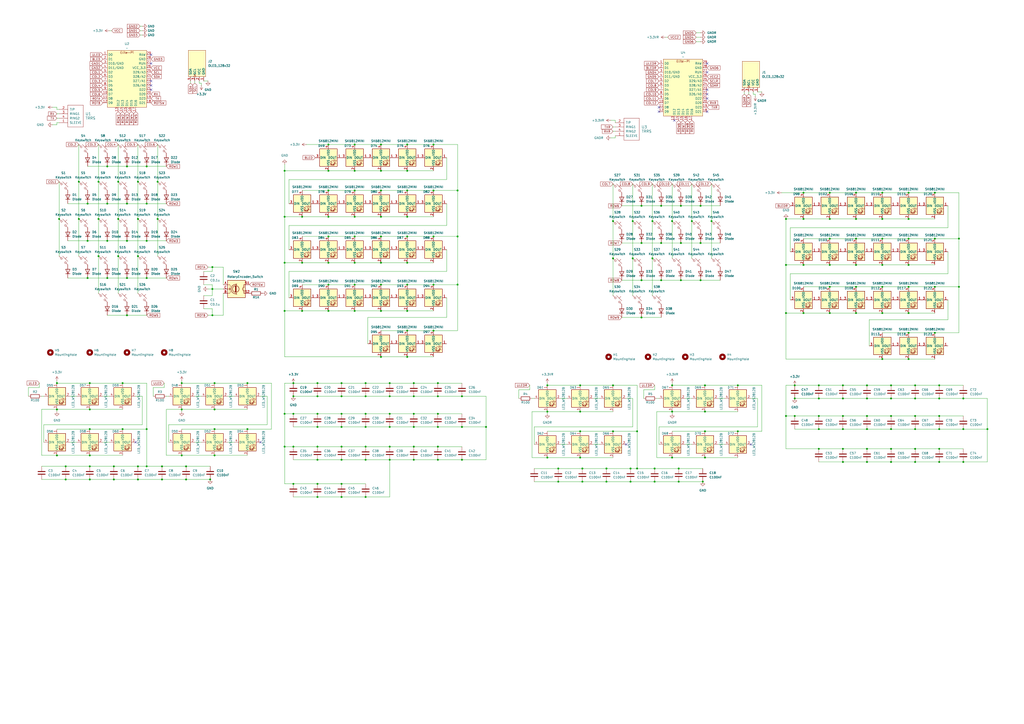
<source format=kicad_sch>
(kicad_sch (version 20231120) (generator "eeschema") (generator_version "8.0")
  (paper "A2")
  (title_block (title "Evil Keyboard") (date "2024-04-07") (rev "01") (company "Jack Hamilton"))
  (junction (at 198.12 259.08))
  (junction (at 190.5 165.1))
  (junction (at 73.66 139.7))
  (junction (at 85.09 270.51))
  (junction (at 427.99 250.19))
  (junction (at 527.05 193.04))
  (junction (at 165.1 99.06))
  (junction (at 93.98 278.13))
  (junction (at 198.12 280.67))
  (junction (at 337.82 271.78))
  (junction (at 355.6 149.86))
  (junction (at 254 259.08))
  (junction (at 336.55 265.43))
  (junction (at 240.03 240.03))
  (junction (at 466.09 181.61))
  (junction (at 50.8 161.29))
  (junction (at 38.1 270.51))
  (junction (at 220.98 152.4))
  (junction (at 481.33 111.76))
  (junction (at 355.6 128.27))
  (junction (at 236.22 191.77))
  (junction (at 412.75 128.27))
  (junction (at 205.74 137.16))
  (junction (at 57.15 127))
  (junction (at 383.54 119.38))
  (junction (at 80.01 148.59))
  (junction (at 170.18 280.67))
  (junction (at 190.5 99.06))
  (junction (at 165.1 180.34))
  (junction (at 212.09 229.87))
  (junction (at 165.1 240.03))
  (junction (at 190.5 180.34))
  (junction (at 511.81 181.61))
  (junction (at 474.98 248.92))
  (junction (at 73.66 182.88))
  (junction (at 165.1 259.08))
  (junction (at 251.46 191.77))
  (junction (at 488.95 267.97))
  (junction (at 488.95 260.35))
  (junction (at 198.12 222.25))
  (junction (at 212.09 266.7))
  (junction (at 389.89 223.52))
  (junction (at 466.09 111.76))
  (junction (at 369.57 250.19))
  (junction (at 455.93 127))
  (junction (at 527.05 153.67))
  (junction (at 488.95 223.52))
  (junction (at 542.29 166.37))
  (junction (at 212.09 259.08))
  (junction (at 511.81 166.37))
  (junction (at 488.95 241.3))
  (junction (at 50.8 139.7))
  (junction (at 461.01 231.14))
  (junction (at 205.74 152.4))
  (junction (at 281.94 247.65))
  (junction (at 466.09 127))
  (junction (at 123.19 167.64))
  (junction (at 240.03 229.87))
  (junction (at 544.83 223.52))
  (junction (at 474.98 241.3))
  (junction (at 198.12 288.29))
  (junction (at 45.72 127))
  (junction (at 165.1 152.4))
  (junction (at 474.98 231.14))
  (junction (at 544.83 260.35))
  (junction (at 57.15 148.59))
  (junction (at 107.95 270.51))
  (junction (at 212.09 240.03))
  (junction (at 481.33 181.61))
  (junction (at 466.09 153.67))
  (junction (at 226.06 240.03))
  (junction (at 254 266.7))
  (junction (at 530.86 267.97))
  (junction (at 408.94 223.52))
  (junction (at 254 240.03))
  (junction (at 175.26 125.73))
  (junction (at 427.99 223.52))
  (junction (at 530.86 223.52))
  (junction (at 544.83 248.92))
  (junction (at 502.92 248.92))
  (junction (at 236.22 152.4))
  (junction (at 254 222.25))
  (junction (at 68.58 105.41))
  (junction (at 516.89 267.97))
  (junction (at 175.26 152.4))
  (junction (at 184.15 222.25))
  (junction (at 91.44 127))
  (junction (at 240.03 266.7))
  (junction (at 62.23 96.52))
  (junction (at 556.26 138.43))
  (junction (at 336.55 250.19))
  (junction (at 558.8 267.97))
  (junction (at 265.43 137.16))
  (junction (at 212.09 222.25))
  (junction (at 378.46 128.27))
  (junction (at 323.85 271.78))
  (junction (at 317.5 223.52))
  (junction (at 502.92 231.14))
  (junction (at 527.05 111.76))
  (junction (at 226.06 229.87))
  (junction (at 52.07 237.49))
  (junction (at 530.86 248.92))
  (junction (at 389.89 238.76))
  (junction (at 502.92 267.97))
  (junction (at 383.54 162.56))
  (junction (at 401.32 128.27))
  (junction (at 496.57 111.76))
  (junction (at 220.98 125.73))
  (junction (at 251.46 165.1))
  (junction (at 52.07 222.25))
  (junction (at 62.23 161.29))
  (junction (at 542.29 111.76))
  (junction (at 85.09 118.11))
  (junction (at 351.79 279.4))
  (junction (at 236.22 83.82))
  (junction (at 267.97 266.7))
  (junction (at 516.89 260.35))
  (junction (at 496.57 181.61))
  (junction (at 68.58 148.59))
  (junction (at 251.46 83.82))
  (junction (at 105.41 237.49))
  (junction (at 143.51 222.25))
  (junction (at 85.09 139.7))
  (junction (at 251.46 110.49))
  (junction (at 80.01 127))
  (junction (at 220.98 99.06))
  (junction (at 544.83 267.97))
  (junction (at 124.46 264.16))
  (junction (at 205.74 165.1))
  (junction (at 502.92 223.52))
  (junction (at 226.06 259.08))
  (junction (at 170.18 229.87))
  (junction (at 530.86 260.35))
  (junction (at 198.12 229.87))
  (junction (at 124.46 248.92))
  (junction (at 367.03 128.27))
  (junction (at 317.5 238.76))
  (junction (at 57.15 105.41))
  (junction (at 93.98 270.51))
  (junction (at 80.01 278.13))
  (junction (at 496.57 153.67))
  (junction (at 323.85 279.4))
  (junction (at 184.15 259.08))
  (junction (at 337.82 279.4))
  (junction (at 62.23 139.7))
  (junction (at 389.89 128.27))
  (junction (at 212.09 288.29))
  (junction (at 408.94 250.19))
  (junction (at 406.4 140.97))
  (junction (at 226.06 247.65))
  (junction (at 80.01 105.41))
  (junction (at 365.76 271.78))
  (junction (at 190.5 152.4))
  (junction (at 170.18 222.25))
  (junction (at 220.98 207.01))
  (junction (at 542.29 138.43))
  (junction (at 267.97 247.65))
  (junction (at 317.5 265.43))
  (junction (at 33.02 264.16))
  (junction (at 68.58 127))
  (junction (at 198.12 240.03))
  (junction (at 496.57 166.37))
  (junction (at 556.26 166.37))
  (junction (at 544.83 231.14))
  (junction (at 66.04 270.51))
  (junction (at 372.11 140.97))
  (junction (at 105.41 264.16))
  (junction (at 461.01 241.3))
  (junction (at 205.74 83.82))
  (junction (at 240.03 259.08))
  (junction (at 379.73 271.78))
  (junction (at 351.79 271.78))
  (junction (at 542.29 193.04))
  (junction (at 406.4 162.56))
  (junction (at 511.81 138.43))
  (junction (at 496.57 127))
  (junction (at 406.4 119.38))
  (junction (at 481.33 127))
  (junction (at 365.76 279.4))
  (junction (at 66.04 278.13))
  (junction (at 461.01 223.52))
  (junction (at 175.26 180.34))
  (junction (at 496.57 138.43))
  (junction (at 220.98 83.82))
  (junction (at 240.03 222.25))
  (junction (at 355.6 223.52))
  (junction (at 383.54 140.97))
  (junction (at 455.93 153.67))
  (junction (at 143.51 248.92))
  (junction (at 408.94 265.43))
  (junction (at 267.97 229.87))
  (junction (at 220.98 110.49))
  (junction (at 212.09 247.65))
  (junction (at 481.33 166.37))
  (junction (at 124.46 222.25))
  (junction (at 73.66 118.11))
  (junction (at 527.05 127))
  (junction (at 184.15 229.87))
  (junction (at 85.09 96.52))
  (junction (at 516.89 241.3))
  (junction (at 502.92 241.3))
  (junction (at 236.22 110.49))
  (junction (at 481.33 138.43))
  (junction (at 226.06 222.25))
  (junction (at 190.5 83.82))
  (junction (at 105.41 222.25))
  (junction (at 226.06 266.7))
  (junction (at 198.12 247.65))
  (junction (at 527.05 181.61))
  (junction (at 184.15 280.67))
  (junction (at 530.86 231.14))
  (junction (at 33.02 222.25))
  (junction (at 190.5 125.73))
  (junction (at 527.05 138.43))
  (junction (at 123.19 182.88))
  (junction (at 198.12 266.7))
  (junction (at 265.43 165.1))
  (junction (at 205.74 110.49))
  (junction (at 50.8 118.11))
  (junction (at 220.98 180.34))
  (junction (at 205.74 99.06))
  (junction (at 527.05 208.28))
  (junction (at 190.5 110.49))
  (junction (at 52.07 248.92))
  (junction (at 85.09 161.29))
  (junction (at 33.02 237.49))
  (junction (at 220.98 137.16))
  (junction (at 516.89 223.52))
  (junction (at 85.09 248.92))
  (junction (at 71.12 248.92))
  (junction (at 52.07 270.51))
  (junction (at 544.83 241.3))
  (junction (at 511.81 208.28))
  (junction (at 372.11 119.38))
  (junction (at 336.55 238.76))
  (junction (at 184.15 240.03))
  (junction (at 236.22 125.73))
  (junction (at 394.97 162.56))
  (junction (at 254 247.65))
  (junction (at 236.22 137.16))
  (junction (at 121.92 278.13))
  (junction (at 511.81 111.76))
  (junction (at 80.01 270.51))
  (junction (at 205.74 180.34))
  (junction (at 393.7 271.78))
  (junction (at 502.92 260.35))
  (junction (at 572.77 248.92))
  (junction (at 165.1 125.73))
  (junction (at 184.15 247.65))
  (junction (at 34.29 127))
  (junction (at 488.95 231.14))
  (junction (at 511.81 153.67))
  (junction (at 254 229.87))
  (junction (at 369.57 271.78))
  (junction (at 378.46 149.86))
  (junction (at 355.6 250.19))
  (junction (at 379.73 279.4))
  (junction (at 170.18 240.03))
  (junction (at 527.05 166.37))
  (junction (at 389.89 265.43))
  (junction (at 45.72 105.41))
  (junction (at 251.46 137.16))
  (junction (at 236.22 180.34))
  (junction (at 236.22 165.1))
  (junction (at 336.55 223.52))
  (junction (at 91.44 105.41))
  (junction (at 236.22 207.01))
  (junction (at 455.93 181.61))
  (junction (at 71.12 222.25))
  (junction (at 530.86 241.3))
  (junction (at 170.18 259.08))
  (junction (at 52.07 278.13))
  (junction (at 107.95 278.13))
  (junction (at 474.98 223.52))
  (junction (at 372.11 184.15))
  (junction (at 393.7 279.4))
  (junction (at 558.8 248.92))
  (junction (at 73.66 96.52))
  (junction (at 511.81 127))
  (junction (at 265.43 110.49))
  (junction (at 367.03 149.86))
  (junction (at 516.89 248.92))
  (junction (at 220.98 165.1))
  (junction (at 474.98 260.35))
  (junction (at 52.07 264.16))
  (junction (at 516.89 231.14))
  (junction (at 407.67 279.4))
  (junction (at 184.15 288.29))
  (junction (at 124.46 237.49))
  (junction (at 236.22 99.06))
  (junction (at 205.74 125.73))
  (junction (at 372.11 162.56))
  (junction (at 558.8 231.14))
  (junction (at 488.95 248.92))
  (junction (at 184.15 266.7))
  (junction (at 394.97 119.38))
  (junction (at 455.93 241.3))
  (junction (at 240.03 247.65))
  (junction (at 62.23 118.11))
  (junction (at 38.1 278.13))
  (junction (at 408.94 238.76))
  (junction (at 190.5 137.16))
  (junction (at 481.33 153.67))
  (junction (at 123.19 154.94))
  (junction (at 73.66 161.29))
  (junction (at 394.97 140.97))
  (no_connect (at 410.21 54.61))
  (no_connect (at 87.63 46.99))
  (no_connect (at 87.63 52.07))
  (no_connect (at 382.27 62.23))
  (no_connect (at 78.74 256.54))
  (no_connect (at 151.13 256.54))
  (no_connect (at 410.21 64.77))
  (no_connect (at 87.63 31.75))
  (no_connect (at 435.61 257.81))
  (no_connect (at 410.21 36.83))
  (no_connect (at 382.27 64.77))
  (no_connect (at 87.63 36.83))
  (no_connect (at 410.21 57.15))
  (no_connect (at 410.21 52.07))
  (no_connect (at 363.22 257.81))
  (no_connect (at 391.16 69.85))
  (no_connect (at 410.21 41.91))
  (no_connect (at 87.63 49.53))
  (wire (pts (xy 511.81 127) (xy 527.05 127)))
  (wire (pts (xy 416.56 257.81) (xy 420.37 257.81)))
  (wire (pts (xy 85.09 182.88) (xy 73.66 182.88)))
  (wire (pts (xy 317.5 238.76) (xy 336.55 238.76)))
  (wire (pts (xy 527.05 138.43) (xy 542.29 138.43)))
  (wire (pts (xy 455.93 260.35) (xy 474.98 260.35)))
  (wire (pts (xy 488.95 260.35) (xy 474.98 260.35)))
  (wire (pts (xy 461.01 231.14) (xy 474.98 231.14)))
  (wire (pts (xy 530.86 223.52) (xy 544.83 223.52)))
  (wire (pts (xy 259.08 104.14) (xy 259.08 91.44)))
  (wire (pts (xy 530.86 241.3) (xy 544.83 241.3)))
  (wire (pts (xy 33.02 238.76) (xy 33.02 237.49)))
  (wire (pts (xy 516.89 223.52) (xy 530.86 223.52)))
  (wire (pts (xy 382.27 247.65) (xy 382.27 257.81)))
  (wire (pts (xy 50.8 118.11) (xy 39.37 118.11)))
  (wire (pts (xy 184.15 266.7) (xy 198.12 266.7)))
  (wire (pts (xy 511.81 208.28) (xy 455.93 208.28)))
  (wire (pts (xy 344.17 231.14) (xy 347.98 231.14)))
  (wire (pts (xy 431.8 54.61) (xy 431.8 53.34)))
  (wire (pts (xy 34.29 105.41) (xy 34.29 127)))
  (wire (pts (xy 389.89 128.27) (xy 389.89 149.86)))
  (wire (pts (xy 62.23 96.52) (xy 73.66 96.52)))
  (wire (pts (xy 85.09 222.25) (xy 85.09 248.92)))
  (wire (pts (xy 365.76 271.78) (xy 351.79 271.78)))
  (wire (pts (xy 337.82 279.4) (xy 351.79 279.4)))
  (wire (pts (xy 226.06 266.7) (xy 226.06 288.29)))
  (wire (pts (xy 378.46 128.27) (xy 378.46 149.86)))
  (wire (pts (xy 381 231.14) (xy 382.27 231.14)))
  (wire (pts (xy 123.19 165.1) (xy 123.19 167.64)))
  (wire (pts (xy 97.79 246.38) (xy 154.94 246.38)))
  (wire (pts (xy 406.4 119.38) (xy 417.83 119.38)))
  (wire (pts (xy 265.43 83.82) (xy 251.46 83.82)))
  (wire (pts (xy 236.22 180.34) (xy 251.46 180.34)))
  (wire (pts (xy 52.07 270.51) (xy 38.1 270.51)))
  (wire (pts (xy 33.02 222.25) (xy 52.07 222.25)))
  (wire (pts (xy 254 229.87) (xy 267.97 229.87)))
  (wire (pts (xy 66.04 270.51) (xy 52.07 270.51)))
  (wire (pts (xy 337.82 271.78) (xy 323.85 271.78)))
  (wire (pts (xy 236.22 207.01) (xy 220.98 207.01)))
  (wire (pts (xy 441.96 53.34) (xy 439.42 53.34)))
  (wire (pts (xy 33.02 68.58) (xy 34.29 68.58)))
  (wire (pts (xy 220.98 110.49) (xy 236.22 110.49)))
  (wire (pts (xy 165.1 259.08) (xy 170.18 259.08)))
  (wire (pts (xy 143.51 222.25) (xy 157.48 222.25)))
  (wire (pts (xy 220.98 137.16) (xy 236.22 137.16)))
  (wire (pts (xy 52.07 248.92) (xy 33.02 248.92)))
  (wire (pts (xy 33.02 264.16) (xy 24.13 264.16)))
  (wire (pts (xy 124.46 237.49) (xy 143.51 237.49)))
  (wire (pts (xy 95.25 222.25) (xy 95.25 224.79)))
  (wire (pts (xy 120.65 167.64) (xy 123.19 167.64)))
  (wire (pts (xy 226.06 240.03) (xy 212.09 240.03)))
  (wire (pts (xy 502.92 267.97) (xy 516.89 267.97)))
  (wire (pts (xy 544.83 260.35) (xy 558.8 260.35)))
  (wire (pts (xy 24.13 237.49) (xy 33.02 237.49)))
  (wire (pts (xy 165.1 259.08) (xy 165.1 280.67)))
  (wire (pts (xy 481.33 153.67) (xy 496.57 153.67)))
  (wire (pts (xy 412.75 106.68) (xy 412.75 128.27)))
  (wire (pts (xy 251.46 110.49) (xy 265.43 110.49)))
  (wire (pts (xy 542.29 111.76) (xy 556.26 111.76)))
  (wire (pts (xy 416.56 231.14) (xy 420.37 231.14)))
  (wire (pts (xy 80.01 83.82) (xy 80.01 105.41)))
  (wire (pts (xy 157.48 222.25) (xy 157.48 248.92)))
  (wire (pts (xy 367.03 149.86) (xy 367.03 171.45)))
  (wire (pts (xy 175.26 125.73) (xy 190.5 125.73)))
  (wire (pts (xy 96.52 229.87) (xy 97.79 229.87)))
  (wire (pts (xy 427.99 250.19) (xy 408.94 250.19)))
  (wire (pts (xy 85.09 248.92) (xy 71.12 248.92)))
  (wire (pts (xy 184.15 247.65) (xy 198.12 247.65)))
  (wire (pts (xy 265.43 191.77) (xy 265.43 165.1)))
  (wire (pts (xy 123.19 179.07) (xy 123.19 182.88)))
  (wire (pts (xy 16.51 224.79) (xy 16.51 229.87)))
  (wire (pts (xy 113.03 256.54) (xy 116.84 256.54)))
  (wire (pts (xy 118.11 157.48) (xy 123.19 157.48)))
  (wire (pts (xy 105.41 220.98) (xy 105.41 222.25)))
  (wire (pts (xy 198.12 240.03) (xy 184.15 240.03)))
  (wire (pts (xy 383.54 140.97) (xy 394.97 140.97)))
  (wire (pts (xy 165.1 180.34) (xy 165.1 152.4)))
  (wire (pts (xy 556.26 193.04) (xy 556.26 166.37)))
  (wire (pts (xy 33.02 62.23) (xy 33.02 63.5)))
  (wire (pts (xy 516.89 248.92) (xy 530.86 248.92)))
  (wire (pts (xy 360.68 162.56) (xy 372.11 162.56)))
  (wire (pts (xy 325.12 257.81) (xy 328.93 257.81)))
  (wire (pts (xy 527.05 193.04) (xy 542.29 193.04)))
  (wire (pts (xy 50.8 139.7) (xy 39.37 139.7)))
  (wire (pts (xy 71.12 264.16) (xy 52.07 264.16)))
  (wire (pts (xy 25.4 246.38) (xy 25.4 256.54)))
  (wire (pts (xy 167.64 130.81) (xy 259.08 130.81)))
  (wire (pts (xy 259.08 184.15) (xy 259.08 172.72)))
  (wire (pts (xy 73.66 96.52) (xy 85.09 96.52)))
  (wire (pts (xy 544.83 241.3) (xy 558.8 241.3)))
  (wire (pts (xy 62.23 96.52) (xy 50.8 96.52)))
  (wire (pts (xy 240.03 229.87) (xy 254 229.87)))
  (wire (pts (xy 165.1 240.03) (xy 165.1 259.08)))
  (wire (pts (xy 254 240.03) (xy 267.97 240.03)))
  (wire (pts (xy 549.91 132.08) (xy 549.91 119.38)))
  (wire (pts (xy 556.26 166.37) (xy 556.26 138.43)))
  (wire (pts (xy 212.09 259.08) (xy 198.12 259.08)))
  (wire (pts (xy 542.29 166.37) (xy 556.26 166.37)))
  (wire (pts (xy 367.03 231.14) (xy 367.03 247.65)))
  (wire (pts (xy 120.65 154.94) (xy 123.19 154.94)))
  (wire (pts (xy 165.1 125.73) (xy 175.26 125.73)))
  (wire (pts (xy 33.02 63.5) (xy 34.29 63.5)))
  (wire (pts (xy 254 247.65) (xy 267.97 247.65)))
  (wire (pts (xy 369.57 271.78) (xy 365.76 271.78)))
  (wire (pts (xy 378.46 106.68) (xy 378.46 128.27)))
  (wire (pts (xy 281.94 229.87) (xy 281.94 247.65)))
  (wire (pts (xy 265.43 110.49) (xy 265.43 83.82)))
  (wire (pts (xy 85.09 270.51) (xy 80.01 270.51)))
  (wire (pts (xy 481.33 138.43) (xy 496.57 138.43)))
  (wire (pts (xy 190.5 152.4) (xy 205.74 152.4)))
  (wire (pts (xy 572.77 248.92) (xy 572.77 267.97)))
  (wire (pts (xy 115.57 48.26) (xy 115.57 46.99)))
  (wire (pts (xy 317.5 265.43) (xy 308.61 265.43)))
  (wire (pts (xy 105.41 264.16) (xy 96.52 264.16)))
  (wire (pts (xy 511.81 153.67) (xy 527.05 153.67)))
  (wire (pts (xy 120.65 182.88) (xy 123.19 182.88)))
  (wire (pts (xy 516.89 267.97) (xy 530.86 267.97)))
  (wire (pts (xy 300.99 226.06) (xy 300.99 231.14)))
  (wire (pts (xy 220.98 180.34) (xy 236.22 180.34)))
  (wire (pts (xy 57.15 105.41) (xy 57.15 127)))
  (wire (pts (xy 68.58 105.41) (xy 68.58 127)))
  (wire (pts (xy 110.49 48.26) (xy 110.49 46.99)))
  (wire (pts (xy 78.74 229.87) (xy 82.55 229.87)))
  (wire (pts (xy 502.92 248.92) (xy 516.89 248.92)))
  (wire (pts (xy 64.77 17.78) (xy 63.5 17.78)))
  (wire (pts (xy 406.4 162.56) (xy 417.83 162.56)))
  (wire (pts (xy 259.08 157.48) (xy 259.08 144.78)))
  (wire (pts (xy 379.73 223.52) (xy 379.73 226.06)))
  (wire (pts (xy 96.52 96.52) (xy 85.09 96.52)))
  (wire (pts (xy 220.98 191.77) (xy 236.22 191.77)))
  (wire (pts (xy 236.22 191.77) (xy 251.46 191.77)))
  (wire (pts (xy 212.09 229.87) (xy 226.06 229.87)))
  (wire (pts (xy 123.19 154.94) (xy 129.54 154.94)))
  (wire (pts (xy 205.74 165.1) (xy 220.98 165.1)))
  (wire (pts (xy 355.6 73.66) (xy 356.87 73.66)))
  (wire (pts (xy 549.91 185.42) (xy 549.91 173.99)))
  (wire (pts (xy 481.33 166.37) (xy 496.57 166.37)))
  (wire (pts (xy 66.04 278.13) (xy 80.01 278.13)))
  (wire (pts (xy 120.65 46.99) (xy 118.11 46.99)))
  (wire (pts (xy 516.89 231.14) (xy 530.86 231.14)))
  (wire (pts (xy 438.15 54.61) (xy 436.88 54.61)))
  (wire (pts (xy 167.64 104.14) (xy 259.08 104.14)))
  (wire (pts (xy 511.81 138.43) (xy 527.05 138.43)))
  (wire (pts (xy 220.98 83.82) (xy 236.22 83.82)))
  (wire (pts (xy 317.5 223.52) (xy 336.55 223.52)))
  (wire (pts (xy 129.54 154.94) (xy 129.54 165.1)))
  (wire (pts (xy 496.57 153.67) (xy 511.81 153.67)))
  (wire (pts (xy 132.08 256.54) (xy 135.89 256.54)))
  (wire (pts (xy 57.15 127) (xy 57.15 148.59)))
  (wire (pts (xy 85.09 161.29) (xy 73.66 161.29)))
  (wire (pts (xy 474.98 241.3) (xy 461.01 241.3)))
  (wire (pts (xy 198.12 222.25) (xy 184.15 222.25)))
  (wire (pts (xy 439.42 231.14) (xy 439.42 247.65)))
  (wire (pts (xy 68.58 127) (xy 68.58 148.59)))
  (wire (pts (xy 205.74 180.34) (xy 220.98 180.34)))
  (wire (pts (xy 40.64 229.87) (xy 44.45 229.87)))
  (wire (pts (xy 355.6 250.19) (xy 336.55 250.19)))
  (wire (pts (xy 356.87 80.01) (xy 356.87 78.74)))
  (wire (pts (xy 336.55 265.43) (xy 317.5 265.43)))
  (wire (pts (xy 379.73 279.4) (xy 393.7 279.4)))
  (wire (pts (xy 88.9 224.79) (xy 88.9 229.87)))
  (wire (pts (xy 360.68 140.97) (xy 372.11 140.97)))
  (wire (pts (xy 118.11 171.45) (xy 123.19 171.45)))
  (wire (pts (xy 124.46 222.25) (xy 143.51 222.25)))
  (wire (pts (xy 190.5 180.34) (xy 205.74 180.34)))
  (wire (pts (xy 502.92 223.52) (xy 488.95 223.52)))
  (wire (pts (xy 527.05 127) (xy 542.29 127)))
  (wire (pts (xy 167.64 157.48) (xy 259.08 157.48)))
  (wire (pts (xy 488.95 231.14) (xy 502.92 231.14)))
  (wire (pts (xy 167.64 144.78) (xy 167.64 130.81)))
  (wire (pts (xy 481.33 111.76) (xy 496.57 111.76)))
  (wire (pts (xy 441.96 250.19) (xy 427.99 250.19)))
  (wire (pts (xy 105.41 222.25) (xy 124.46 222.25)))
  (wire (pts (xy 308.61 231.14) (xy 309.88 231.14)))
  (wire (pts (xy 240.03 259.08) (xy 254 259.08)))
  (wire (pts (xy 389.89 240.03) (xy 389.89 238.76)))
  (wire (pts (xy 369.57 271.78) (xy 379.73 271.78)))
  (wire (pts (xy 496.57 111.76) (xy 511.81 111.76)))
  (wire (pts (xy 466.09 153.67) (xy 481.33 153.67)))
  (wire (pts (xy 309.88 279.4) (xy 323.85 279.4)))
  (wire (pts (xy 81.28 17.78) (xy 82.55 17.78)))
  (wire (pts (xy 307.34 223.52) (xy 307.34 226.06)))
  (wire (pts (xy 226.06 266.7) (xy 240.03 266.7)))
  (wire (pts (xy 389.89 265.43) (xy 381 265.43)))
  (wire (pts (xy 205.74 83.82) (xy 220.98 83.82)))
  (wire (pts (xy 527.05 111.76) (xy 542.29 111.76)))
  (wire (pts (xy 527.05 153.67) (xy 542.29 153.67)))
  (wire (pts (xy 488.95 267.97) (xy 502.92 267.97)))
  (wire (pts (xy 408.94 265.43) (xy 389.89 265.43)))
  (wire (pts (xy 170.18 222.25) (xy 165.1 222.25)))
  (wire (pts (xy 167.64 118.11) (xy 167.64 104.14)))
  (wire (pts (xy 132.08 229.87) (xy 135.89 229.87)))
  (wire (pts (xy 496.57 181.61) (xy 511.81 181.61)))
  (wire (pts (xy 461.01 223.52) (xy 455.93 223.52)))
  (wire (pts (xy 165.1 180.34) (xy 175.26 180.34)))
  (wire (pts (xy 372.11 119.38) (xy 383.54 119.38)))
  (wire (pts (xy 52.07 264.16) (xy 33.02 264.16)))
  (wire (pts (xy 226.06 222.25) (xy 240.03 222.25)))
  (wire (pts (xy 408.94 223.52) (xy 427.99 223.52)))
  (wire (pts (xy 530.86 260.35) (xy 544.83 260.35)))
  (wire (pts (xy 33.02 72.39) (xy 33.02 71.12)))
  (wire (pts (xy 363.22 231.14) (xy 367.03 231.14)))
  (wire (pts (xy 259.08 130.81) (xy 259.08 118.11)))
  (wire (pts (xy 369.57 250.19) (xy 355.6 250.19)))
  (wire (pts (xy 496.57 138.43) (xy 511.81 138.43)))
  (wire (pts (xy 474.98 248.92) (xy 488.95 248.92)))
  (wire (pts (xy 45.72 105.41) (xy 45.72 127)))
  (wire (pts (xy 542.29 208.28) (xy 527.05 208.28)))
  (wire (pts (xy 502.92 260.35) (xy 488.95 260.35)))
  (wire (pts (xy 213.36 184.15) (xy 259.08 184.15)))
  (wire (pts (xy 488.95 241.3) (xy 474.98 241.3)))
  (wire (pts (xy 165.1 99.06) (xy 190.5 99.06)))
  (wire (pts (xy 80.01 105.41) (xy 80.01 127)))
  (wire (pts (xy 251.46 137.16) (xy 265.43 137.16)))
  (wire (pts (xy 73.66 139.7) (xy 85.09 139.7)))
  (wire (pts (xy 165.1 125.73) (xy 165.1 99.06)))
  (wire (pts (xy 488.95 248.92) (xy 502.92 248.92)))
  (wire (pts (xy 438.15 55.88) (xy 438.15 54.61)))
  (wire (pts (xy 175.26 152.4) (xy 190.5 152.4)))
  (wire (pts (xy 527.05 208.28) (xy 511.81 208.28)))
  (wire (pts (xy 251.46 207.01) (xy 236.22 207.01)))
  (wire (pts (xy 205.74 137.16) (xy 220.98 137.16)))
  (wire (pts (xy 412.75 128.27) (xy 412.75 149.86)))
  (wire (pts (xy 427.99 223.52) (xy 441.96 223.52)))
  (wire (pts (xy 184.15 280.67) (xy 170.18 280.67)))
  (wire (pts (xy 212.09 222.25) (xy 198.12 222.25)))
  (wire (pts (xy 265.43 165.1) (xy 265.43 137.16)))
  (wire (pts (xy 403.86 21.59) (xy 406.4 21.59)))
  (wire (pts (xy 165.1 152.4) (xy 175.26 152.4)))
  (wire (pts (xy 558.8 231.14) (xy 572.77 231.14)))
  (wire (pts (xy 52.07 237.49) (xy 71.12 237.49)))
  (wire (pts (xy 226.06 259.08) (xy 240.03 259.08)))
  (wire (pts (xy 378.46 149.86) (xy 378.46 171.45)))
  (wire (pts (xy 455.93 223.52) (xy 455.93 241.3)))
  (wire (pts (xy 542.29 193.04) (xy 556.26 193.04)))
  (wire (pts (xy 205.74 99.06) (xy 220.98 99.06)))
  (wire (pts (xy 80.01 270.51) (xy 66.04 270.51)))
  (wire (pts (xy 236.22 165.1) (xy 251.46 165.1)))
  (wire (pts (xy 198.12 280.67) (xy 184.15 280.67)))
  (wire (pts (xy 236.22 125.73) (xy 251.46 125.73)))
  (wire (pts (xy 33.02 71.12) (xy 34.29 71.12)))
  (wire (pts (xy 105.41 238.76) (xy 105.41 237.49)))
  (wire (pts (xy 129.54 182.88) (xy 129.54 170.18)))
  (wire (pts (xy 466.09 111.76) (xy 481.33 111.76)))
  (wire (pts (xy 226.06 222.25) (xy 212.09 222.25)))
  (wire (pts (xy 81.28 20.32) (xy 82.55 20.32)))
  (wire (pts (xy 549.91 158.75) (xy 549.91 146.05)))
  (wire (pts (xy 177.8 83.82) (xy 190.5 83.82)))
  (wire (pts (xy 461.01 248.92) (xy 474.98 248.92)))
  (wire (pts (xy 236.22 83.82) (xy 251.46 83.82)))
  (wire (pts (xy 226.06 259.08) (xy 212.09 259.08)))
  (wire (pts (xy 360.68 184.15) (xy 372.11 184.15)))
  (wire (pts (xy 387.35 21.59) (xy 386.08 21.59)))
  (wire (pts (xy 226.06 229.87) (xy 240.03 229.87)))
  (wire (pts (xy 393.7 279.4) (xy 407.67 279.4)))
  (wire (pts (xy 488.95 223.52) (xy 474.98 223.52)))
  (wire (pts (xy 198.12 247.65) (xy 212.09 247.65)))
  (wire (pts (xy 175.26 137.16) (xy 190.5 137.16)))
  (wire (pts (xy 165.1 240.03) (xy 170.18 240.03)))
  (wire (pts (xy 383.54 119.38) (xy 394.97 119.38)))
  (wire (pts (xy 530.86 248.92) (xy 544.83 248.92)))
  (wire (pts (xy 80.01 278.13) (xy 93.98 278.13)))
  (wire (pts (xy 572.77 248.92) (xy 558.8 248.92)))
  (wire (pts (xy 379.73 271.78) (xy 393.7 271.78)))
  (wire (pts (xy 251.46 191.77) (xy 265.43 191.77)))
  (wire (pts (xy 502.92 241.3) (xy 488.95 241.3)))
  (wire (pts (xy 381 238.76) (xy 389.89 238.76)))
  (wire (pts (xy 240.03 222.25) (xy 254 222.25)))
  (wire (pts (xy 355.6 76.2) (xy 356.87 76.2)))
  (wire (pts (xy 85.09 118.11) (xy 96.52 118.11)))
  (wire (pts (xy 212.09 247.65) (xy 226.06 247.65)))
  (wire (pts (xy 73.66 139.7) (xy 62.23 139.7)))
  (wire (pts (xy 45.72 83.82) (xy 45.72 105.41)))
  (wire (pts (xy 34.29 127) (xy 34.29 148.59)))
  (wire (pts (xy 175.26 165.1) (xy 190.5 165.1)))
  (wire (pts (xy 458.47 173.99) (xy 458.47 158.75)))
  (wire (pts (xy 556.26 138.43) (xy 556.26 111.76)))
  (wire (pts (xy 123.19 171.45) (xy 123.19 167.64)))
  (wire (pts (xy 33.02 220.98) (xy 33.02 222.25)))
  (wire (pts (xy 393.7 271.78) (xy 407.67 271.78)))
  (wire (pts (xy 356.87 69.85) (xy 356.87 71.12)))
  (wire (pts (xy 308.61 265.43) (xy 308.61 238.76)))
  (wire (pts (xy 190.5 110.49) (xy 205.74 110.49)))
  (wire (pts (xy 226.06 247.65) (xy 240.03 247.65)))
  (wire (pts (xy 30.48 72.39) (xy 33.02 72.39)))
  (wire (pts (xy 466.09 166.37) (xy 481.33 166.37)))
  (wire (pts (xy 38.1 278.13) (xy 52.07 278.13)))
  (wire (pts (xy 184.15 229.87) (xy 198.12 229.87)))
  (wire (pts (xy 190.5 83.82) (xy 205.74 83.82)))
  (wire (pts (xy 97.79 246.38) (xy 97.79 256.54)))
  (wire (pts (xy 62.23 161.29) (xy 50.8 161.29)))
  (wire (pts (xy 372.11 184.15) (xy 383.54 184.15)))
  (wire (pts (xy 367.03 106.68) (xy 367.03 128.27)))
  (wire (pts (xy 397.51 257.81) (xy 401.32 257.81)))
  (wire (pts (xy 355.6 265.43) (xy 336.55 265.43)))
  (wire (pts (xy 184.15 259.08) (xy 170.18 259.08)))
  (wire (pts (xy 91.44 83.82) (xy 91.44 105.41)))
  (wire (pts (xy 369.57 223.52) (xy 369.57 250.19)))
  (wire (pts (xy 190.5 99.06) (xy 205.74 99.06)))
  (wire (pts (xy 45.72 127) (xy 45.72 148.59)))
  (wire (pts (xy 530.86 267.97) (xy 544.83 267.97)))
  (wire (pts (xy 59.69 229.87) (xy 63.5 229.87)))
  (wire (pts (xy 434.34 54.61) (xy 434.34 53.34)))
  (wire (pts (xy 40.64 256.54) (xy 44.45 256.54)))
  (wire (pts (xy 212.09 240.03) (xy 198.12 240.03)))
  (wire (pts (xy 351.79 271.78) (xy 337.82 271.78)))
  (wire (pts (xy 516.89 241.3) (xy 502.92 241.3)))
  (wire (pts (xy 511.81 166.37) (xy 527.05 166.37)))
  (wire (pts (xy 401.32 128.27) (xy 401.32 149.86)))
  (wire (pts (xy 240.03 247.65) (xy 254 247.65)))
  (wire (pts (xy 175.26 180.34) (xy 190.5 180.34)))
  (wire (pts (xy 406.4 140.97) (xy 417.83 140.97)))
  (wire (pts (xy 516.89 241.3) (xy 530.86 241.3)))
  (wire (pts (xy 379.73 226.06) (xy 373.38 226.06)))
  (wire (pts (xy 572.77 231.14) (xy 572.77 248.92)))
  (wire (pts (xy 175.26 110.49) (xy 190.5 110.49)))
  (wire (pts (xy 205.74 152.4) (xy 220.98 152.4)))
  (wire (pts (xy 212.09 266.7) (xy 226.06 266.7)))
  (wire (pts (xy 220.98 207.01) (xy 165.1 207.01)))
  (wire (pts (xy 354.33 69.85) (xy 356.87 69.85)))
  (wire (pts (xy 336.55 250.19) (xy 317.5 250.19)))
  (wire (pts (xy 466.09 127) (xy 481.33 127)))
  (wire (pts (xy 351.79 279.4) (xy 365.76 279.4)))
  (wire (pts (xy 62.23 118.11) (xy 73.66 118.11)))
  (wire (pts (xy 81.28 15.24) (xy 82.55 15.24)))
  (wire (pts (xy 85.09 139.7) (xy 96.52 139.7)))
  (wire (pts (xy 240.03 266.7) (xy 254 266.7)))
  (wire (pts (xy 458.47 132.08) (xy 549.91 132.08)))
  (wire (pts (xy 124.46 264.16) (xy 105.41 264.16)))
  (wire (pts (xy 52.07 278.13) (xy 66.04 278.13)))
  (wire (pts (xy 254 259.08) (xy 267.97 259.08)))
  (wire (pts (xy 394.97 140.97) (xy 406.4 140.97)))
  (wire (pts (xy 105.41 237.49) (xy 124.46 237.49)))
  (wire (pts (xy 107.95 278.13) (xy 121.92 278.13)))
  (wire (pts (xy 118.11 165.1) (xy 123.19 165.1)))
  (wire (pts (xy 50.8 161.29) (xy 39.37 161.29)))
  (wire (pts (xy 198.12 266.7) (xy 212.09 266.7)))
  (wire (pts (xy 62.23 118.11) (xy 50.8 118.11)))
  (wire (pts (xy 372.11 162.56) (xy 383.54 162.56)))
  (wire (pts (xy 355.6 106.68) (xy 355.6 128.27)))
  (wire (pts (xy 527.05 166.37) (xy 542.29 166.37)))
  (wire (pts (xy 80.01 127) (xy 80.01 148.59)))
  (wire (pts (xy 323.85 279.4) (xy 337.82 279.4)))
  (wire (pts (xy 143.51 264.16) (xy 124.46 264.16)))
  (wire (pts (xy 33.02 237.49) (xy 52.07 237.49)))
  (wire (pts (xy 496.57 166.37) (xy 511.81 166.37)))
  (wire (pts (xy 572.77 267.97) (xy 558.8 267.97)))
  (wire (pts (xy 95.25 224.79) (xy 88.9 224.79)))
  (wire (pts (xy 441.96 223.52) (xy 441.96 250.19)))
  (wire (pts (xy 240.03 240.03) (xy 254 240.03)))
  (wire (pts (xy 85.09 270.51) (xy 93.98 270.51)))
  (wire (pts (xy 124.46 248.92) (xy 105.41 248.92)))
  (wire (pts (xy 198.12 288.29) (xy 212.09 288.29)))
  (wire (pts (xy 71.12 222.25) (xy 85.09 222.25)))
  (wire (pts (xy 93.98 278.13) (xy 107.95 278.13)))
  (wire (pts (xy 116.84 49.53) (xy 116.84 48.26)))
  (wire (pts (xy 516.89 260.35) (xy 502.92 260.35)))
  (wire (pts (xy 544.83 248.92) (xy 558.8 248.92)))
  (wire (pts (xy 455.93 153.67) (xy 455.93 127)))
  (wire (pts (xy 205.74 125.73) (xy 220.98 125.73)))
  (wire (pts (xy 408.94 250.19) (xy 389.89 250.19)))
  (wire (pts (xy 205.74 110.49) (xy 220.98 110.49)))
  (wire (pts (xy 151.13 229.87) (xy 154.94 229.87)))
  (wire (pts (xy 71.12 248.92) (xy 52.07 248.92)))
  (wire (pts (xy 116.84 48.26) (xy 115.57 48.26)))
  (wire (pts (xy 544.83 231.14) (xy 558.8 231.14)))
  (wire (pts (xy 165.1 152.4) (xy 165.1 125.73)))
  (wire (pts (xy 96.52 264.16) (xy 96.52 237.49)))
  (wire (pts (xy 544.83 267.97) (xy 558.8 267.97)))
  (wire (pts (xy 236.22 110.49) (xy 251.46 110.49)))
  (wire (pts (xy 369.57 250.19) (xy 369.57 271.78)))
  (wire (pts (xy 118.11 179.07) (xy 123.19 179.07)))
  (wire (pts (xy 52.07 222.25) (xy 71.12 222.25)))
  (wire (pts (xy 516.89 223.52) (xy 502.92 223.52)))
  (wire (pts (xy 167.64 172.72) (xy 167.64 157.48)))
  (wire (pts (xy 143.51 248.92) (xy 124.46 248.92)))
  (wire (pts (xy 474.98 223.52) (xy 461.01 223.52)))
  (wire (pts (xy 190.5 165.1) (xy 205.74 165.1)))
  (wire (pts (xy 408.94 238.76) (xy 427.99 238.76)))
  (wire (pts (xy 107.95 270.51) (xy 121.92 270.51)))
  (wire (pts (xy 198.12 229.87) (xy 212.09 229.87)))
  (wire (pts (xy 307.34 226.06) (xy 300.99 226.06)))
  (wire (pts (xy 344.17 257.81) (xy 347.98 257.81)))
  (wire (pts (xy 251.46 165.1) (xy 265.43 165.1)))
  (wire (pts (xy 184.15 288.29) (xy 198.12 288.29)))
  (wire (pts (xy 113.03 48.26) (xy 113.03 46.99)))
  (wire (pts (xy 325.12 231.14) (xy 328.93 231.14)))
  (wire (pts (xy 226.06 240.03) (xy 240.03 240.03)))
  (wire (pts (xy 198.12 259.08) (xy 184.15 259.08)))
  (wire (pts (xy 62.23 139.7) (xy 50.8 139.7)))
  (wire (pts (xy 389.89 106.68) (xy 389.89 128.27)))
  (wire (pts (xy 354.33 80.01) (xy 356.87 80.01)))
  (wire (pts (xy 184.15 222.25) (xy 170.18 222.25)))
  (wire (pts (xy 455.93 181.61) (xy 466.09 181.61)))
  (wire (pts (xy 466.09 138.43) (xy 481.33 138.43)))
  (wire (pts (xy 96.52 237.49) (xy 105.41 237.49)))
  (wire (pts (xy 317.5 240.03) (xy 317.5 238.76)))
  (wire (pts (xy 73.66 161.29) (xy 62.23 161.29)))
  (wire (pts (xy 458.47 146.05) (xy 458.47 132.08)))
  (wire (pts (xy 403.86 24.13) (xy 406.4 24.13)))
  (wire (pts (xy 30.48 62.23) (xy 33.02 62.23)))
  (wire (pts (xy 511.81 193.04) (xy 527.05 193.04)))
  (wire (pts (xy 381 265.43) (xy 381 238.76)))
  (wire (pts (xy 389.89 223.52) (xy 408.94 223.52)))
  (wire (pts (xy 455.93 208.28) (xy 455.93 181.61)))
  (wire (pts (xy 190.5 137.16) (xy 205.74 137.16)))
  (wire (pts (xy 383.54 162.56) (xy 394.97 162.56)))
  (wire (pts (xy 360.68 119.38) (xy 372.11 119.38)))
  (wire (pts (xy 516.89 260.35) (xy 530.86 260.35)))
  (wire (pts (xy 373.38 226.06) (xy 373.38 231.14)))
  (wire (pts (xy 254 222.25) (xy 267.97 222.25)))
  (wire (pts (xy 455.93 127) (xy 466.09 127)))
  (wire (pts (xy 33.02 66.04) (xy 34.29 66.04)))
  (wire (pts (xy 68.58 148.59) (xy 68.58 170.18)))
  (wire (pts (xy 236.22 152.4) (xy 251.46 152.4)))
  (wire (pts (xy 165.1 222.25) (xy 165.1 240.03)))
  (wire (pts (xy 308.61 238.76) (xy 317.5 238.76)))
  (wire (pts (xy 355.6 223.52) (xy 369.57 223.52)))
  (wire (pts (xy 455.93 241.3) (xy 455.93 260.35)))
  (wire (pts (xy 220.98 125.73) (xy 236.22 125.73)))
  (wire (pts (xy 317.5 222.25) (xy 317.5 223.52)))
  (wire (pts (xy 453.39 111.76) (xy 466.09 111.76)))
  (wire (pts (xy 123.19 167.64) (xy 129.54 167.64)))
  (wire (pts (xy 481.33 127) (xy 496.57 127)))
  (wire (pts (xy 458.47 158.75) (xy 549.91 158.75)))
  (wire (pts (xy 367.03 128.27) (xy 367.03 149.86)))
  (wire (pts (xy 403.86 19.05) (xy 406.4 19.05)))
  (wire (pts (xy 389.89 238.76) (xy 408.94 238.76)))
  (wire (pts (xy 59.69 256.54) (xy 63.5 256.54)))
  (wire (pts (xy 502.92 231.14) (xy 516.89 231.14)))
  (wire (pts (xy 57.15 148.59) (xy 57.15 170.18)))
  (wire (pts (xy 220.98 99.06) (xy 236.22 99.06)))
  (wire (pts (xy 323.85 271.78) (xy 309.88 271.78)))
  (wire (pts (xy 24.13 264.16) (xy 24.13 237.49)))
  (wire (pts (xy 355.6 128.27) (xy 355.6 149.86)))
  (wire (pts (xy 382.27 247.65) (xy 439.42 247.65)))
  (wire (pts (xy 372.11 140.97) (xy 383.54 140.97)))
  (wire (pts (xy 82.55 229.87) (xy 82.55 246.38)))
  (wire (pts (xy 511.81 181.61) (xy 527.05 181.61)))
  (wire (pts (xy 93.98 270.51) (xy 107.95 270.51)))
  (wire (pts (xy 527.05 181.61) (xy 542.29 181.61)))
  (wire (pts (xy 466.09 181.61) (xy 481.33 181.61)))
  (wire (pts (xy 212.09 288.29) (xy 226.06 288.29)))
  (wire (pts (xy 68.58 83.82) (xy 68.58 105.41)))
  (wire (pts (xy 397.51 231.14) (xy 401.32 231.14)))
  (wire (pts (xy 365.76 279.4) (xy 379.73 279.4)))
  (wire (pts (xy 544.83 223.52) (xy 558.8 223.52)))
  (wire (pts (xy 389.89 222.25) (xy 389.89 223.52)))
  (wire (pts (xy 481.33 181.61) (xy 496.57 181.61)))
  (wire (pts (xy 355.6 149.86) (xy 355.6 171.45)))
  (wire (pts (xy 435.61 231.14) (xy 439.42 231.14)))
  (wire (pts (xy 80.01 148.59) (xy 80.01 170.18)))
  (wire (pts (xy 57.15 83.82) (xy 57.15 105.41)))
  (wire (pts (xy 85.09 118.11) (xy 73.66 118.11)))
  (wire (pts (xy 281.94 247.65) (xy 281.94 266.7)))
  (wire (pts (xy 73.66 182.88) (xy 62.23 182.88)))
  (wire (pts (xy 309.88 247.65) (xy 367.03 247.65)))
  (wire (pts (xy 91.44 127) (xy 91.44 148.59)))
  (wire (pts (xy 265.43 137.16) (xy 265.43 110.49)))
  (wire (pts (xy 165.1 95.25) (xy 165.1 99.06)))
  (wire (pts (xy 436.88 54.61) (xy 436.88 53.34)))
  (wire (pts (xy 455.93 153.67) (xy 466.09 153.67)))
  (wire (pts (xy 85.09 248.92) (xy 85.09 270.51)))
  (wire (pts (xy 281.94 266.7) (xy 267.97 266.7)))
  (wire (pts (xy 309.88 247.65) (xy 309.88 257.81)))
  (wire (pts (xy 281.94 247.65) (xy 267.97 247.65)))
  (wire (pts (xy 401.32 106.68) (xy 401.32 128.27)))
  (wire (pts (xy 184.15 240.03) (xy 170.18 240.03)))
  (wire (pts (xy 91.44 105.41) (xy 91.44 127)))
  (wire (pts (xy 267.97 229.87) (xy 281.94 229.87)))
  (wire (pts (xy 511.81 111.76) (xy 527.05 111.76)))
  (wire (pts (xy 474.98 231.14) (xy 488.95 231.14)))
  (wire (pts (xy 236.22 99.06) (xy 251.46 99.06)))
  (wire (pts (xy 394.97 119.38) (xy 406.4 119.38)))
  (wire (pts (xy 170.18 229.87) (xy 184.15 229.87)))
  (wire (pts (xy 213.36 199.39) (xy 213.36 184.15)))
  (wire (pts (xy 113.03 229.87) (xy 116.84 229.87)))
  (wire (pts (xy 542.29 138.43) (xy 556.26 138.43)))
  (wire (pts (xy 24.13 278.13) (xy 38.1 278.13)))
  (wire (pts (xy 336.55 223.52) (xy 355.6 223.52)))
  (wire (pts (xy 212.09 280.67) (xy 198.12 280.67)))
  (wire (pts (xy 22.86 224.79) (xy 16.51 224.79)))
  (wire (pts (xy 530.86 231.14) (xy 544.83 231.14)))
  (wire (pts (xy 24.13 229.87) (xy 25.4 229.87)))
  (wire (pts (xy 96.52 161.29) (xy 85.09 161.29)))
  (wire (pts (xy 504.19 200.66) (xy 504.19 185.42)))
  (wire (pts (xy 157.48 248.92) (xy 143.51 248.92)))
  (wire (pts (xy 170.18 247.65) (xy 184.15 247.65)))
  (wire (pts (xy 123.19 154.94) (xy 123.19 157.48)))
  (wire (pts (xy 123.19 182.88) (xy 129.54 182.88)))
  (wire (pts (xy 254 266.7) (xy 267.97 266.7)))
  (wire (pts (xy 190.5 125.73) (xy 205.74 125.73)))
  (wire (pts (xy 455.93 241.3) (xy 461.01 241.3)))
  (wire (pts (xy 394.97 162.56) (xy 406.4 162.56)))
  (wire (pts (xy 38.1 270.51) (xy 24.13 270.51)))
  (wire (pts (xy 504.19 185.42) (xy 549.91 185.42)))
  (wire (pts (xy 496.57 127) (xy 511.81 127)))
  (wire (pts (xy 25.4 246.38) (xy 82.55 246.38)))
  (wire (pts (xy 427.99 265.43) (xy 408.94 265.43)))
  (wire (pts (xy 220.98 152.4) (xy 236.22 152.4)))
  (wire (pts (xy 170.18 288.29) (xy 184.15 288.29)))
  (wire (pts (xy 165.1 280.67) (xy 170.18 280.67)))
  (wire (pts (xy 170.18 266.7) (xy 184.15 266.7)))
  (wire (pts (xy 455.93 181.61) (xy 455.93 153.67)))
  (wire (pts (xy 22.86 222.25) (xy 22.86 224.79)))
  (wire (pts (xy 220.98 165.1) (xy 236.22 165.1)))
  (wire (pts (xy 474.98 267.97) (xy 488.95 267.97)))
  (wire (pts (xy 154.94 229.87) (xy 154.94 246.38)))
  (wire (pts (xy 236.22 137.16) (xy 251.46 137.16)))
  (wire (pts (xy 165.1 207.01) (xy 165.1 180.34)))
  (wire (pts (xy 336.55 238.76) (xy 355.6 238.76)))
  (global_label "ULED" (shape input) (at 59.69 31.75 180) (property "Intersheetrefs" "${INTERSHEET_REFS}" (effects (hide yes))))
  (global_label "BLED" (shape input) (at 59.69 34.29 180) (property "Intersheetrefs" "${INTERSHEET_REFS}" (effects (hide yes))))
  (global_label "RX" (shape input) (at 87.63 54.61 0) (property "Intersheetrefs" "${INTERSHEET_REFS}" (effects (hide yes))))
  (global_label "COL12" (shape input) (at 412.75 106.68 180) (property "Intersheetrefs" "${INTERSHEET_REFS}" (effects (hide yes))))
  (global_label "COL4" (shape input) (at 68.58 83.82 180) (property "Intersheetrefs" "${INTERSHEET_REFS}" (effects (hide yes))))
  (global_label "COL5" (shape input) (at 59.69 52.07 180) (property "Intersheetrefs" "${INTERSHEET_REFS}" (effects (hide yes))))
  (global_label "ROTSW" (shape input) (at 87.63 59.69 0) (property "Intersheetrefs" "${INTERSHEET_REFS}" (effects (hide yes))))
  (global_label "GND5" (shape input) (at 403.86 19.05 180) (property "Intersheetrefs" "${INTERSHEET_REFS}" (effects (hide yes))))
  (global_label "GND1" (shape input) (at 59.69 36.83 180) (property "Intersheetrefs" "${INTERSHEET_REFS}" (effects (hide yes))))
  (global_label "COL5" (shape input) (at 80.01 83.82 180) (property "Intersheetrefs" "${INTERSHEET_REFS}" (effects (hide yes))))
  (global_label "SDAR" (shape input) (at 431.8 54.61 270) (property "Intersheetrefs" "${INTERSHEET_REFS}" (effects (hide yes))))
  (global_label "ULED" (shape input) (at 22.86 222.25 180) (property "Intersheetrefs" "${INTERSHEET_REFS}" (effects (hide yes))))
  (global_label "GND4" (shape input) (at 382.27 41.91 180) (property "Intersheetrefs" "${INTERSHEET_REFS}" (effects (hide yes))))
  (global_label "ROW1" (shape input) (at 96.52 96.52 0) (property "Intersheetrefs" "${INTERSHEET_REFS}" (effects (hide yes))))
  (global_label "COL11" (shape input) (at 382.27 57.15 180) (property "Intersheetrefs" "${INTERSHEET_REFS}" (effects (hide yes))))
  (global_label "ROW9" (shape input) (at 360.68 184.15 180) (property "Intersheetrefs" "${INTERSHEET_REFS}" (effects (hide yes))))
  (global_label "ULEDR" (shape input) (at 307.34 223.52 180) (property "Intersheetrefs" "${INTERSHEET_REFS}" (effects (hide yes))))
  (global_label "GND2" (shape input) (at 59.69 39.37 180) (property "Intersheetrefs" "${INTERSHEET_REFS}" (effects (hide yes))))
  (global_label " TX" (shape input) (at 33.02 68.58 180) (property "Intersheetrefs" "${INTERSHEET_REFS}" (effects (hide yes))))
  (global_label "ROW4" (shape input) (at 76.2 64.77 270) (property "Intersheetrefs" "${INTERSHEET_REFS}" (effects (hide yes))))
  (global_label "ROW1" (shape input) (at 68.58 64.77 270) (property "Intersheetrefs" "${INTERSHEET_REFS}" (effects (hide yes))))
  (global_label "COL7" (shape input) (at 382.27 46.99 180) (property "Intersheetrefs" "${INTERSHEET_REFS}" (effects (hide yes))))
  (global_label "GND6" (shape input) (at 403.86 24.13 180) (property "Intersheetrefs" "${INTERSHEET_REFS}" (effects (hide yes))))
  (global_label "COL4" (shape input) (at 59.69 49.53 180) (property "Intersheetrefs" "${INTERSHEET_REFS}" (effects (hide yes))))
  (global_label "ROTA" (shape input) (at 120.65 154.94 180) (property "Intersheetrefs" "${INTERSHEET_REFS}" (effects (hide yes))))
  (global_label "COL1" (shape input) (at 59.69 41.91 180) (property "Intersheetrefs" "${INTERSHEET_REFS}" (effects (hide yes))))
  (global_label "ROW9" (shape input) (at 401.32 69.85 270) (property "Intersheetrefs" "${INTERSHEET_REFS}" (effects (hide yes))))
  (global_label "BLEDR" (shape input) (at 458.47 119.38 180) (property "Intersheetrefs" "${INTERSHEET_REFS}" (effects (hide yes))))
  (global_label "SCLR" (shape input) (at 410.21 46.99 0) (property "Intersheetrefs" "${INTERSHEET_REFS}" (effects (hide yes))))
  (global_label "RXR" (shape input) (at 410.21 59.69 0) (property "Intersheetrefs" "${INTERSHEET_REFS}" (effects (hide yes))))
  (global_label "SCL" (shape input) (at 87.63 41.91 0) (property "Intersheetrefs" "${INTERSHEET_REFS}" (effects (hide yes))))
  (global_label "GND4" (shape input) (at 403.86 21.59 180) (property "Intersheetrefs" "${INTERSHEET_REFS}" (effects (hide yes))))
  (global_label "COL10" (shape input) (at 389.89 106.68 180) (property "Intersheetrefs" "${INTERSHEET_REFS}" (effects (hide yes))))
  (global_label "ROTB" (shape input) (at 59.69 59.69 180) (property "Intersheetrefs" "${INTERSHEET_REFS}" (effects (hide yes))))
  (global_label "GND3" (shape input) (at 87.63 34.29 0) (property "Intersheetrefs" "${INTERSHEET_REFS}" (effects (hide yes))))
  (global_label "COL9" (shape input) (at 378.46 106.68 180) (property "Intersheetrefs" "${INTERSHEET_REFS}" (effects (hide yes))))
  (global_label "COL6" (shape input) (at 59.69 54.61 180) (property "Intersheetrefs" "${INTERSHEET_REFS}" (effects (hide yes))))
  (global_label "GND6" (shape input) (at 410.21 39.37 0) (property "Intersheetrefs" "${INTERSHEET_REFS}" (effects (hide yes))))
  (global_label "COL2" (shape input) (at 59.69 44.45 180) (property "Intersheetrefs" "${INTERSHEET_REFS}" (effects (hide yes))))
  (global_label "ROTA" (shape input) (at 59.69 57.15 180) (property "Intersheetrefs" "${INTERSHEET_REFS}" (effects (hide yes))))
  (global_label "ROW7" (shape input) (at 360.68 140.97 180) (property "Intersheetrefs" "${INTERSHEET_REFS}" (effects (hide yes))))
  (global_label "ROW3" (shape input) (at 73.66 64.77 270) (property "Intersheetrefs" "${INTERSHEET_REFS}" (effects (hide yes))))
  (global_label "ROW5" (shape input) (at 85.09 182.88 0) (property "Intersheetrefs" "${INTERSHEET_REFS}" (effects (hide yes))))
  (global_label "COL2" (shape input) (at 45.72 83.82 180) (property "Intersheetrefs" "${INTERSHEET_REFS}" (effects (hide yes))))
  (global_label "ROW5" (shape input) (at 78.74 64.77 270) (property "Intersheetrefs" "${INTERSHEET_REFS}" (effects (hide yes))))
  (global_label "COL8" (shape input) (at 367.03 106.68 180) (property "Intersheetrefs" "${INTERSHEET_REFS}" (effects (hide yes))))
  (global_label "ROTSW" (shape input) (at 144.78 165.1 0) (property "Intersheetrefs" "${INTERSHEET_REFS}" (effects (hide yes))))
  (global_label "VCC2" (shape input) (at 410.21 44.45 0) (property "Intersheetrefs" "${INTERSHEET_REFS}" (effects (hide yes))))
  (global_label "ROW8" (shape input) (at 360.68 162.56 180) (property "Intersheetrefs" "${INTERSHEET_REFS}" (effects (hide yes))))
  (global_label "GND2" (shape input) (at 81.28 15.24 180) (property "Intersheetrefs" "${INTERSHEET_REFS}" (effects (hide yes))))
  (global_label "SDAR" (shape input) (at 410.21 49.53 0) (property "Intersheetrefs" "${INTERSHEET_REFS}" (effects (hide yes))))
  (global_label " TXR" (shape input) (at 410.21 62.23 0) (property "Intersheetrefs" "${INTERSHEET_REFS}" (effects (hide yes))))
  (global_label "GND5" (shape input) (at 382.27 44.45 180) (property "Intersheetrefs" "${INTERSHEET_REFS}" (effects (hide yes))))
  (global_label "RX" (shape input) (at 33.02 66.04 180) (property "Intersheetrefs" "${INTERSHEET_REFS}" (effects (hide yes))))
  (global_label " TX" (shape input) (at 87.63 57.15 0) (property "Intersheetrefs" "${INTERSHEET_REFS}" (effects (hide yes))))
  (global_label "VCC" (shape input) (at 87.63 39.37 0) (property "Intersheetrefs" "${INTERSHEET_REFS}" (effects (hide yes))))
  (global_label "COL6" (shape input) (at 91.44 83.82 180) (property "Intersheetrefs" "${INTERSHEET_REFS}" (effects (hide yes))))
  (global_label "GND3" (shape input) (at 81.28 20.32 180) (property "Intersheetrefs" "${INTERSHEET_REFS}" (effects (hide yes))))
  (global_label "SDA" (shape input) (at 110.49 48.26 270) (property "Intersheetrefs" "${INTERSHEET_REFS}" (effects (hide yes))))
  (global_label "COL12" (shape input) (at 382.27 59.69 180) (property "Intersheetrefs" "${INTERSHEET_REFS}" (effects (hide yes))))
  (global_label " TXR" (shape input) (at 355.6 73.66 180) (property "Intersheetrefs" "${INTERSHEET_REFS}" (effects (hide yes))))
  (global_label "GND1" (shape input) (at 81.28 17.78 180) (property "Intersheetrefs" "${INTERSHEET_REFS}" (effects (hide yes))))
  (global_label "ROTB" (shape input) (at 120.65 182.88 180) (property "Intersheetrefs" "${INTERSHEET_REFS}" (effects (hide yes))))
  (global_label "VCC" (shape input) (at 64.77 17.78 0) (property "Intersheetrefs" "${INTERSHEET_REFS}" (effects (hide yes))))
  (global_label "BLEDR" (shape input) (at 382.27 39.37 180) (property "Intersheetrefs" "${INTERSHEET_REFS}" (effects (hide yes))))
  (global_label "VCC2" (shape input) (at 387.35 21.59 0) (property "Intersheetrefs" "${INTERSHEET_REFS}" (effects (hide yes))))
  (global_label "COL3" (shape input) (at 57.15 83.82 180) (property "Intersheetrefs" "${INTERSHEET_REFS}" (effects (hide yes))))
  (global_label "ULEDR" (shape input) (at 382.27 36.83 180) (property "Intersheetrefs" "${INTERSHEET_REFS}" (effects (hide yes))))
  (global_label "SCL" (shape input) (at 113.03 48.26 270) (property "Intersheetrefs" "${INTERSHEET_REFS}" (effects (hide yes))))
  (global_label "ROW7" (shape input) (at 396.24 69.85 270) (property "Intersheetrefs" "${INTERSHEET_REFS}" (effects (hide yes))))
  (global_label "COL8" (shape input) (at 382.27 49.53 180) (property "Intersheetrefs" "${INTERSHEET_REFS}" (effects (hide yes))))
  (global_label "ROW6" (shape input) (at 360.68 119.38 180) (property "Intersheetrefs" "${INTERSHEET_REFS}" (effects (hide yes))))
  (global_label "COL3" (shape input) (at 59.69 46.99 180) (property "Intersheetrefs" "${INTERSHEET_REFS}" (effects (hide yes))))
  (global_label "COL10" (shape input) (at 382.27 54.61 180) (property "Intersheetrefs" "${INTERSHEET_REFS}" (effects (hide yes))))
  (global_label "ULEDR" (shape input) (at 379.73 223.52 180) (property "Intersheetrefs" "${INTERSHEET_REFS}" (effects (hide yes))))
  (global_label "ROW2" (shape input) (at 96.52 118.11 0) (property "Intersheetrefs" "${INTERSHEET_REFS}" (effects (hide yes))))
  (global_label "ROW4" (shape input) (at 96.52 161.29 0) (property "Intersheetrefs" "${INTERSHEET_REFS}" (effects (hide yes))))
  (global_label "ROW6" (shape input) (at 393.7 69.85 270) (property "Intersheetrefs" "${INTERSHEET_REFS}" (effects (hide yes))))
  (global_label "ROW3" (shape input) (at 96.52 139.7 0) (property "Intersheetrefs" "${INTERSHEET_REFS}" (effects (hide yes))))
  (global_label "ROW8" (shape input) (at 398.78 69.85 270) (property "Intersheetrefs" "${INTERSHEET_REFS}" (effects (hide yes))))
  (global_label "COL7" (shape input) (at 355.6 106.68 180) (property "Intersheetrefs" "${INTERSHEET_REFS}" (effects (hide yes))))
  (global_label "ROW2" (shape input) (at 71.12 64.77 270) (property "Intersheetrefs" "${INTERSHEET_REFS}" (effects (hide yes))))
  (global_label "SCLR" (shape input) (at 434.34 54.61 270) (property "Intersheetrefs" "${INTERSHEET_REFS}" (effects (hide yes))))
  (global_label "BLED" (shape input) (at 182.88 91.44 180) (property "Intersheetrefs" "${INTERSHEET_REFS}" (effects (hide yes))))
  (global_label "RXR" (shape input) (at 355.6 76.2 180) (property "Intersheetrefs" "${INTERSHEET_REFS}" (effects (hide yes))))
  (global_label "ULED" (shape input) (at 95.25 222.25 180) (property "Intersheetrefs" "${INTERSHEET_REFS}" (effects (hide yes))))
  (global_label "COL9" (shape input) (at 382.27 52.07 180) (property "Intersheetrefs" "${INTERSHEET_REFS}" (effects (hide yes))))
  (global_label "COL11" (shape input) (at 401.32 106.68 180) (property "Intersheetrefs" "${INTERSHEET_REFS}" (effects (hide yes))))
  (global_label "SDA" (shape input) (at 87.63 44.45 0) (property "Intersheetrefs" "${INTERSHEET_REFS}" (effects (hide yes))))
  (global_label "COL1" (shape input) (at 34.29 105.41 180) (property "Intersheetrefs" "${INTERSHEET_REFS}" (effects (hide yes))))
  (symbol (lib_id "ScottoKeebs:Placeholder_Diode") (at 372.11 137.16 90) (unit 1)
    (property "Reference" "D32" (at 374.65 135.8899 90) (effects (justify right)))
    (property "Value" "Diode" (at 374.65 138.4299 90) (effects (justify right)))
    (property "Footprint" "Keebio-Parts:Diode" (effects (hide yes)))
    (property "Description" "1N4148 (DO-35) or 1N4148W (SOD-123)" (effects (hide yes)))
    (property "Sim.Device" "D" (effects (hide yes)))
    (property "Sim.Pins" "1=K 2=A" (effects (hide yes)))
  )
  (symbol (lib_id "Device:R") (at 148.59 170.18 270) (unit 1)
    (property "Reference" "R1" (at 148.59 167.894 90))
    (property "Value" "R1K" (at 148.59 172.466 90))
    (property "Description" "Resistor" (effects (hide yes)))
  )
  (symbol (lib_id "Device:C") (at 107.95 274.32 0) (unit 1)
    (property "Reference" "C9" (at 111.76 273.0499 0) (effects (justify left)))
    (property "Value" "C100nF" (at 111.76 275.5899 0) (effects (justify left)))
    (property "Description" "Unpolarized capacitor" (effects (hide yes)))
  )
  (symbol (lib_id "Device:C") (at 474.98 264.16 0) (unit 1)
    (property "Reference" "C53" (at 478.79 262.8899 0) (effects (justify left)))
    (property "Value" "C100nF" (at 478.79 265.4299 0) (effects (justify left)))
    (property "Description" "Unpolarized capacitor" (effects (hide yes)))
  )
  (symbol (lib_id "Device:R") (at 20.32 229.87 90) (unit 1)
    (property "Reference" "R2" (at 20.32 227.33 90))
    (property "Value" "R100" (at 20.32 232.156 90))
    (property "Description" "Resistor" (effects (hide yes)))
  )
  (symbol (lib_id "ScottoKeebs:LED_WS2812B") (at 336.55 257.81 0) (unit 1)
    (property "Reference" "D64" (at 332.486 251.46 0))
    (property "Value" "LED_WS2812B" (at 345.948 257.81 90))
    (property "Footprint" "ScottoKeebs_Components:LED_WS2812B" (effects (hide yes)))
    (property "Datasheet" "https://cdn-shop.adafruit.com/datasheets/WS2812B.pdf" (effects (hide yes)))
    (property "Description" "RGB LED with integrated controller" (effects (hide yes)))
  )
  (symbol (lib_id "LED:SK6812MINI") (at 251.46 199.39 0) (unit 1)
    (property "Reference" "D97" (at 247.396 192.532 0))
    (property "Value" "SK6812MINI" (at 251.46 189.738 0))
    (property "Footprint" "LED_SMD:LED_SK6812MINI_PLCC4_3.5x3.5mm_P1.75mm" (effects (hide yes)))
    (property "Datasheet" "https://cdn-shop.adafruit.com/product-files/2686/SK6812MINI_REV.01-1-2.pdf" (effects (hide yes)))
    (property "Description" "RGB LED with integrated controller" (effects (hide yes)))
  )
  (symbol (lib_id "LED:SK6812MINI") (at 481.33 173.99 0) (unit 1)
    (property "Reference" "D104" (at 477.266 167.132 0))
    (property "Value" "SK6812MINI" (at 481.33 164.338 0))
    (property "Footprint" "LED_SMD:LED_SK6812MINI_PLCC4_3.5x3.5mm_P1.75mm" (effects (hide yes)))
    (property "Datasheet" "https://cdn-shop.adafruit.com/product-files/2686/SK6812MINI_REV.01-1-2.pdf" (effects (hide yes)))
    (property "Description" "RGB LED with integrated controller" (effects (hide yes)))
  )
  (symbol (lib_id "Device:C") (at 530.86 264.16 0) (unit 1)
    (property "Reference" "C68" (at 534.67 262.8899 0) (effects (justify left)))
    (property "Value" "C100nF" (at 534.67 265.4299 0) (effects (justify left)))
    (property "Description" "Unpolarized capacitor" (effects (hide yes)))
  )
  (symbol (lib_id "Device:C") (at 502.92 227.33 0) (unit 1)
    (property "Reference" "C59" (at 506.73 226.0599 0) (effects (justify left)))
    (property "Value" "C100nF" (at 506.73 228.5999 0) (effects (justify left)))
    (property "Description" "Unpolarized capacitor" (effects (hide yes)))
  )
  (symbol (lib_id "power:GND") (at 30.48 72.39 270) (unit 1)
    (property "Reference" "#PWR08" (effects (hide yes)))
    (property "Value" "GND" (at 23.368 72.39 90))
    (property "Description" "Power symbol creates a global label with name \"GND\" , ground" (effects (hide yes)))
  )
  (symbol (lib_id "ScottoKeebs:Placeholder_Keyswitch") (at 369.57 109.22 0) (unit 1)
    (property "Reference" "S31" (at 369.57 101.6 0))
    (property "Value" "Keyswitch" (at 369.57 104.14 0))
    (property "Footprint" "ScottoKeebs_MX:MX_PCB" (effects (hide yes)))
    (property "Description" "Push button switch, normally open, two pins, 45° tilted" (effects (hide yes)))
  )
  (symbol (lib_id "ScottoKeebs:Placeholder_Keyswitch") (at 82.55 107.95 0) (unit 1)
    (property "Reference" "S18" (at 82.55 100.33 0))
    (property "Value" "Keyswitch" (at 82.55 102.87 0))
    (property "Footprint" "ScottoKeebs_MX:MX_PCB" (effects (hide yes)))
    (property "Description" "Push button switch, normally open, two pins, 45° tilted" (effects (hide yes)))
  )
  (symbol (lib_id "ScottoKeebs:Placeholder_Keyswitch") (at 71.12 107.95 0) (unit 1)
    (property "Reference" "S13" (at 71.12 100.33 0))
    (property "Value" "Keyswitch" (at 71.12 102.87 0))
    (property "Footprint" "ScottoKeebs_MX:MX_PCB" (effects (hide yes)))
    (property "Description" "Push button switch, normally open, two pins, 45° tilted" (effects (hide yes)))
  )
  (symbol (lib_id "ScottoKeebs:OLED_128x32") (at 435.61 50.8 90) (unit 1)
    (property "Reference" "J1" (at 441.96 41.9099 90) (effects (justify right)))
    (property "Value" "OLED_128x32" (at 441.96 44.4499 90) (effects (justify right)))
    (property "Footprint" "ScottoKeebs_Components:OLED_128x32" (effects (hide yes)))
  )
  (symbol (lib_id "ScottoKeebs:Placeholder_Diode") (at 62.23 114.3 90) (unit 1)
    (property "Reference" "D9" (at 64.77 113.0299 90) (effects (justify right)))
    (property "Value" "Diode" (at 64.77 115.5699 90) (effects (justify right)))
    (property "Footprint" "Keebio-Parts:Diode" (effects (hide yes)))
    (property "Description" "1N4148 (DO-35) or 1N4148W (SOD-123)" (effects (hide yes)))
    (property "Sim.Device" "D" (effects (hide yes)))
    (property "Sim.Pins" "1=K 2=A" (effects (hide yes)))
  )
  (symbol (lib_id "Device:C") (at 544.83 227.33 0) (unit 1)
    (property "Reference" "C69" (at 548.64 226.0599 0) (effects (justify left)))
    (property "Value" "C100nF" (at 548.64 228.5999 0) (effects (justify left)))
    (property "Description" "Unpolarized capacitor" (effects (hide yes)))
  )
  (symbol (lib_id "ScottoKeebs:Placeholder_Keyswitch") (at 93.98 129.54 0) (unit 1)
    (property "Reference" "S24" (at 93.98 121.92 0))
    (property "Value" "Keyswitch" (at 93.98 124.46 0))
    (property "Footprint" "ScottoKeebs_MX:MX_PCB" (effects (hide yes)))
    (property "Description" "Push button switch, normally open, two pins, 45° tilted" (effects (hide yes)))
  )
  (symbol (lib_id "LED:SK6812MINI") (at 466.09 146.05 0) (unit 1)
    (property "Reference" "D99" (at 462.026 139.192 0))
    (property "Value" "SK6812MINI" (at 466.09 136.398 0))
    (property "Footprint" "LED_SMD:LED_SK6812MINI_PLCC4_3.5x3.5mm_P1.75mm" (effects (hide yes)))
    (property "Datasheet" "https://cdn-shop.adafruit.com/product-files/2686/SK6812MINI_REV.01-1-2.pdf" (effects (hide yes)))
    (property "Description" "RGB LED with integrated controller" (effects (hide yes)))
  )
  (symbol (lib_id "power:GND") (at 407.67 279.4 0) (unit 1)
    (property "Reference" "#PWR022" (effects (hide yes)))
    (property "Value" "GND" (at 407.67 284.48 0))
    (property "Description" "Power symbol creates a global label with name \"GND\" , ground" (effects (hide yes)))
  )
  (symbol (lib_id "LED:SK6812MINI") (at 220.98 91.44 0) (unit 1)
    (property "Reference" "D74" (at 216.916 84.582 0))
    (property "Value" "SK6812MINI" (at 220.98 81.788 0))
    (property "Footprint" "LED_SMD:LED_SK6812MINI_PLCC4_3.5x3.5mm_P1.75mm" (effects (hide yes)))
    (property "Datasheet" "https://cdn-shop.adafruit.com/product-files/2686/SK6812MINI_REV.01-1-2.pdf" (effects (hide yes)))
    (property "Description" "RGB LED with integrated controller" (effects (hide yes)))
  )
  (symbol (lib_id "ScottoKeebs:Placeholder_Keyswitch") (at 369.57 130.81 0) (unit 1)
    (property "Reference" "S32" (at 369.57 123.19 0))
    (property "Value" "Keyswitch" (at 369.57 125.73 0))
    (property "Footprint" "ScottoKeebs_MX:MX_PCB" (effects (hide yes)))
    (property "Description" "Push button switch, normally open, two pins, 45° tilted" (effects (hide yes)))
  )
  (symbol (lib_id "power:+5V") (at 116.84 49.53 180) (unit 1)
    (property "Reference" "#PWR012" (effects (hide yes)))
    (property "Value" "+3.3V" (at 116.84 54.61 0))
    (property "Description" "Power symbol creates a global label with name \"+5V\"" (effects (hide yes)))
  )
  (symbol (lib_id "power:+5V") (at 30.48 62.23 90) (unit 1)
    (property "Reference" "#PWR07" (effects (hide yes)))
    (property "Value" "+3.3V" (at 23.114 62.23 90))
    (property "Description" "Power symbol creates a global label with name \"+5V\"" (effects (hide yes)))
  )
  (symbol (lib_id "ScottoKeebs:LED_WS2812B") (at 52.07 229.87 0) (unit 1)
    (property "Reference" "D57" (at 48.006 223.52 0))
    (property "Value" "LED_WS2812B" (at 61.468 229.87 90))
    (property "Footprint" "ScottoKeebs_Components:LED_WS2812B" (effects (hide yes)))
    (property "Datasheet" "https://cdn-shop.adafruit.com/datasheets/WS2812B.pdf" (effects (hide yes)))
    (property "Description" "RGB LED with integrated controller" (effects (hide yes)))
  )
  (symbol (lib_id "Device:R") (at 377.19 231.14 90) (unit 1)
    (property "Reference" "R5" (at 377.19 228.6 90))
    (property "Value" "R100" (at 377.19 233.426 90))
    (property "Description" "Resistor" (effects (hide yes)))
  )
  (symbol (lib_id "ScottoKeebs:Placeholder_Diode") (at 360.68 115.57 90) (unit 1)
    (property "Reference" "D27" (at 363.22 114.2999 90) (effects (justify right)))
    (property "Value" "Diode" (at 363.22 116.8399 90) (effects (justify right)))
    (property "Footprint" "Keebio-Parts:Diode" (effects (hide yes)))
    (property "Description" "1N4148 (DO-35) or 1N4148W (SOD-123)" (effects (hide yes)))
    (property "Sim.Device" "D" (effects (hide yes)))
    (property "Sim.Pins" "1=K 2=A" (effects (hide yes)))
  )
  (symbol (lib_id "LED:SK6812MINI") (at 251.46 172.72 0) (unit 1)
    (property "Reference" "D94" (at 247.396 165.862 0))
    (property "Value" "SK6812MINI" (at 251.46 163.068 0))
    (property "Footprint" "LED_SMD:LED_SK6812MINI_PLCC4_3.5x3.5mm_P1.75mm" (effects (hide yes)))
    (property "Datasheet" "https://cdn-shop.adafruit.com/product-files/2686/SK6812MINI_REV.01-1-2.pdf" (effects (hide yes)))
    (property "Description" "RGB LED with integrated controller" (effects (hide yes)))
  )
  (symbol (lib_id "ScottoKeebs:Placeholder_Diode") (at 383.54 180.34 90) (unit 1)
    (property "Reference" "D38" (at 386.08 179.0699 90) (effects (justify right)))
    (property "Value" "Diode" (at 386.08 181.6099 90) (effects (justify right)))
    (property "Footprint" "Keebio-Parts:Diode" (effects (hide yes)))
    (property "Description" "1N4148 (DO-35) or 1N4148W (SOD-123)" (effects (hide yes)))
    (property "Sim.Device" "D" (effects (hide yes)))
    (property "Sim.Pins" "1=K 2=A" (effects (hide yes)))
  )
  (symbol (lib_id "LED:SK6812MINI") (at 511.81 173.99 0) (unit 1)
    (property "Reference" "D112" (at 507.746 167.132 0))
    (property "Value" "SK6812MINI" (at 511.81 164.338 0))
    (property "Footprint" "LED_SMD:LED_SK6812MINI_PLCC4_3.5x3.5mm_P1.75mm" (effects (hide yes)))
    (property "Datasheet" "https://cdn-shop.adafruit.com/product-files/2686/SK6812MINI_REV.01-1-2.pdf" (effects (hide yes)))
    (property "Description" "RGB LED with integrated controller" (effects (hide yes)))
  )
  (symbol (lib_id "Device:C") (at 530.86 227.33 0) (unit 1)
    (property "Reference" "C66" (at 534.67 226.0599 0) (effects (justify left)))
    (property "Value" "C100nF" (at 534.67 228.5999 0) (effects (justify left)))
    (property "Description" "Unpolarized capacitor" (effects (hide yes)))
  )
  (symbol (lib_id "ScottoKeebs:Placeholder_Keyswitch") (at 415.29 109.22 0) (unit 1)
    (property "Reference" "S45" (at 415.29 101.6 0))
    (property "Value" "Keyswitch" (at 415.29 104.14 0))
    (property "Footprint" "ScottoKeebs_MX:MX_PCB" (effects (hide yes)))
    (property "Description" "Push button switch, normally open, two pins, 45° tilted" (effects (hide yes)))
  )
  (symbol (lib_id "Device:C") (at 240.03 226.06 0) (unit 1)
    (property "Reference" "C24" (at 243.84 224.7899 0) (effects (justify left)))
    (property "Value" "C100nF" (at 243.84 227.3299 0) (effects (justify left)))
    (property "Description" "Unpolarized capacitor" (effects (hide yes)))
  )
  (symbol (lib_id "Device:C") (at 184.15 226.06 0) (unit 1)
    (property "Reference" "C20" (at 187.96 224.7899 0) (effects (justify left)))
    (property "Value" "C100nF" (at 187.96 227.3299 0) (effects (justify left)))
    (property "Description" "Unpolarized capacitor" (effects (hide yes)))
  )
  (symbol (lib_id "power:GND") (at 406.4 24.13 90) (unit 1)
    (property "Reference" "#PWR024" (effects (hide yes)))
    (property "Value" "GNDR" (at 410.21 24.1299 90) (effects (justify right)))
    (property "Description" "Power symbol creates a global label with name \"GND\" , ground" (effects (hide yes)))
  )
  (symbol (lib_id "ScottoKeebs:Elite_Pi") (at 396.24 50.8 0) (unit 1)
    (property "Reference" "U4" (at 396.24 30.48 0))
    (property "Value" "~" (at 396.24 33.02 0))
    (property "Footprint" "ScottoKeebs_MCU:RP2040_Pro_Micro" (effects (hide yes)))
  )
  (symbol (lib_id "ScottoKeebs:Placeholder_Keyswitch") (at 93.98 86.36 0) (unit 1)
    (property "Reference" "S22" (at 93.98 78.74 0))
    (property "Value" "Keyswitch" (at 93.98 81.28 0))
    (property "Footprint" "ScottoKeebs_MX:MX_PCB" (effects (hide yes)))
    (property "Description" "Push button switch, normally open, two pins, 45° tilted" (effects (hide yes)))
  )
  (symbol (lib_id "LED:SK6812MINI") (at 220.98 144.78 0) (unit 1)
    (property "Reference" "D86" (at 216.916 137.922 0))
    (property "Value" "SK6812MINI" (at 220.98 135.128 0))
    (property "Footprint" "LED_SMD:LED_SK6812MINI_PLCC4_3.5x3.5mm_P1.75mm" (effects (hide yes)))
    (property "Datasheet" "https://cdn-shop.adafruit.com/product-files/2686/SK6812MINI_REV.01-1-2.pdf" (effects (hide yes)))
    (property "Description" "RGB LED with integrated controller" (effects (hide yes)))
  )
  (symbol (lib_id "Device:C") (at 502.92 264.16 0) (unit 1)
    (property "Reference" "C61" (at 506.73 262.8899 0) (effects (justify left)))
    (property "Value" "C100nF" (at 506.73 265.4299 0) (effects (justify left)))
    (property "Description" "Unpolarized capacitor" (effects (hide yes)))
  )
  (symbol (lib_id "Device:C") (at 254 262.89 0) (unit 1)
    (property "Reference" "C41" (at 257.81 261.6199 0) (effects (justify left)))
    (property "Value" "C100nF" (at 257.81 264.1599 0) (effects (justify left)))
    (property "Description" "Unpolarized capacitor" (effects (hide yes)))
  )
  (symbol (lib_id "Device:C") (at 52.07 274.32 0) (unit 1)
    (property "Reference" "C5" (at 55.88 273.0499 0) (effects (justify left)))
    (property "Value" "C100nF" (at 55.88 275.5899 0) (effects (justify left)))
    (property "Description" "Unpolarized capacitor" (effects (hide yes)))
  )
  (symbol (lib_id "Device:C") (at 212.09 243.84 0) (unit 1)
    (property "Reference" "C30" (at 215.9 242.5699 0) (effects (justify left)))
    (property "Value" "C100nF" (at 215.9 245.1099 0) (effects (justify left)))
    (property "Description" "Unpolarized capacitor" (effects (hide yes)))
  )
  (symbol (lib_id "LED:SK6812MINI") (at 236.22 199.39 0) (unit 1)
    (property "Reference" "D96" (at 232.156 192.532 0))
    (property "Value" "SK6812MINI" (at 236.22 189.738 0))
    (property "Footprint" "LED_SMD:LED_SK6812MINI_PLCC4_3.5x3.5mm_P1.75mm" (effects (hide yes)))
    (property "Datasheet" "https://cdn-shop.adafruit.com/product-files/2686/SK6812MINI_REV.01-1-2.pdf" (effects (hide yes)))
    (property "Description" "RGB LED with integrated controller" (effects (hide yes)))
  )
  (symbol (lib_id "ScottoKeebs:Placeholder_Keyswitch") (at 71.12 151.13 0) (unit 1)
    (property "Reference" "S15" (at 71.12 143.51 0))
    (property "Value" "Keyswitch" (at 71.12 146.05 0))
    (property "Footprint" "ScottoKeebs_MX:MX_PCB" (effects (hide yes)))
    (property "Description" "Push button switch, normally open, two pins, 45° tilted" (effects (hide yes)))
  )
  (symbol (lib_id "ScottoKeebs:Placeholder_Keyswitch") (at 71.12 129.54 0) (unit 1)
    (property "Reference" "S14" (at 71.12 121.92 0))
    (property "Value" "Keyswitch" (at 71.12 124.46 0))
    (property "Footprint" "ScottoKeebs_MX:MX_PCB" (effects (hide yes)))
    (property "Description" "Push button switch, normally open, two pins, 45° tilted" (effects (hide yes)))
  )
  (symbol (lib_id "ScottoKeebs:LED_WS2812B") (at 355.6 231.14 0) (unit 1)
    (property "Reference" "D65" (at 351.536 224.79 0))
    (property "Value" "LED_WS2812B" (at 364.998 231.14 90))
    (property "Footprint" "ScottoKeebs_Components:LED_WS2812B" (effects (hide yes)))
    (property "Datasheet" "https://cdn-shop.adafruit.com/datasheets/WS2812B.pdf" (effects (hide yes)))
    (property "Description" "RGB LED with integrated controller" (effects (hide yes)))
  )
  (symbol (lib_id "Device:C") (at 461.01 227.33 0) (unit 1)
    (property "Reference" "C47" (at 464.82 226.0599 0) (effects (justify left)))
    (property "Value" "C100nF" (at 464.82 228.5999 0) (effects (justify left)))
    (property "Description" "Unpolarized capacitor" (effects (hide yes)))
  )
  (symbol (lib_id "Device:RotaryEncoder_Switch") (at 137.16 167.64 0) (unit 1)
    (property "Reference" "SW2" (at 137.16 157.48 0))
    (property "Value" "RotaryEncoder_Switch" (at 142.24 160.528 0))
    (property "Footprint" "Keebio-Parts:RotaryEncoder_EC11" (effects (hide yes)))
    (property "Description" "Rotary encoder, dual channel, incremental quadrate outputs, with switch" (effects (hide yes)))
  )
  (symbol (lib_id "power:GND") (at 33.02 238.76 0) (unit 1)
    (property "Reference" "#PWR017" (effects (hide yes)))
    (property "Value" "GND" (at 33.02 243.84 0))
    (property "Description" "Power symbol creates a global label with name \"GND\" , ground" (effects (hide yes)))
  )
  (symbol (lib_id "Device:C") (at 212.09 226.06 0) (unit 1)
    (property "Reference" "C22" (at 215.9 224.7899 0) (effects (justify left)))
    (property "Value" "C100nF" (at 215.9 227.3299 0) (effects (justify left)))
    (property "Description" "Unpolarized capacitor" (effects (hide yes)))
  )
  (symbol (lib_id "power:GND") (at 120.65 46.99 0) (unit 1)
    (property "Reference" "#PWR011" (effects (hide yes)))
    (property "Value" "GND" (at 120.65 52.07 0))
    (property "Description" "Power symbol creates a global label with name \"GND\" , ground" (effects (hide yes)))
  )
  (symbol (lib_id "ScottoKeebs:Placeholder_Keyswitch") (at 381 152.4 0) (unit 1)
    (property "Reference" "S37" (at 381 144.78 0))
    (property "Value" "Keyswitch" (at 381 147.32 0))
    (property "Footprint" "ScottoKeebs_MX:MX_PCB" (effects (hide yes)))
    (property "Description" "Push button switch, normally open, two pins, 45° tilted" (effects (hide yes)))
  )
  (symbol (lib_id "ScottoKeebs:LED_WS2812B") (at 408.94 257.81 0) (unit 1)
    (property "Reference" "D70" (at 404.876 251.46 0))
    (property "Value" "LED_WS2812B" (at 418.338 257.81 90))
    (property "Footprint" "ScottoKeebs_Components:LED_WS2812B" (effects (hide yes)))
    (property "Datasheet" "https://cdn-shop.adafruit.com/datasheets/WS2812B.pdf" (effects (hide yes)))
    (property "Description" "RGB LED with integrated controller" (effects (hide yes)))
  )
  (symbol (lib_id "Device:C") (at 365.76 275.59 0) (unit 1)
    (property "Reference" "C15" (at 369.57 274.3199 0) (effects (justify left)))
    (property "Value" "C100nF" (at 369.57 276.8599 0) (effects (justify left)))
    (property "Description" "Unpolarized capacitor" (effects (hide yes)))
  )
  (symbol (lib_id "ScottoKeebs:LED_WS2812B") (at 317.5 257.81 0) (unit 1)
    (property "Reference" "D62" (at 313.436 251.46 0))
    (property "Value" "LED_WS2812B" (at 326.898 257.81 90))
    (property "Footprint" "ScottoKeebs_Components:LED_WS2812B" (effects (hide yes)))
    (property "Datasheet" "https://cdn-shop.adafruit.com/datasheets/WS2812B.pdf" (effects (hide yes)))
    (property "Description" "RGB LED with integrated controller" (effects (hide yes)))
  )
  (symbol (lib_id "Device:C") (at 118.11 161.29 0) (unit 1)
    (property "Reference" "C2" (at 121.92 160.0199 0) (effects (justify left)))
    (property "Value" "C0.1u" (at 121.92 162.5599 0) (effects (justify left)))
    (property "Description" "Unpolarized capacitor" (effects (hide yes)))
  )
  (symbol (lib_id "power:GND") (at 170.18 229.87 0) (unit 1)
    (property "Reference" "#PWR031" (effects (hide yes)))
    (property "Value" "GND" (at 170.18 234.95 0))
    (property "Description" "Power symbol creates a global label with name \"GND\" , ground" (effects (hide yes)))
  )
  (symbol (lib_id "ScottoKeebs:Placeholder_Keyswitch") (at 392.43 109.22 0) (unit 1)
    (property "Reference" "S39" (at 392.43 101.6 0))
    (property "Value" "Keyswitch" (at 392.43 104.14 0))
    (property "Footprint" "ScottoKeebs_MX:MX_PCB" (effects (hide yes)))
    (property "Description" "Push button switch, normally open, two pins, 45° tilted" (effects (hide yes)))
  )
  (symbol (lib_id "LED:SK6812MINI") (at 175.26 172.72 0) (unit 1)
    (property "Reference" "D89" (at 171.196 165.862 0))
    (property "Value" "SK6812MINI" (at 175.26 163.068 0))
    (property "Footprint" "LED_SMD:LED_SK6812MINI_PLCC4_3.5x3.5mm_P1.75mm" (effects (hide yes)))
    (property "Datasheet" "https://cdn-shop.adafruit.com/product-files/2686/SK6812MINI_REV.01-1-2.pdf" (effects (hide yes)))
    (property "Description" "RGB LED with integrated controller" (effects (hide yes)))
  )
  (symbol (lib_id "power:GND") (at 120.65 167.64 270) (unit 1)
    (property "Reference" "#PWR09" (effects (hide yes)))
    (property "Value" "GND" (at 115.57 167.64 0))
    (property "Description" "Power symbol creates a global label with name \"GND\" , ground" (effects (hide yes)))
  )
  (symbol (lib_id "ScottoKeebs:Placeholder_Diode") (at 73.66 114.3 90) (unit 1)
    (property "Reference" "D13" (at 76.2 113.0299 90) (effects (justify right)))
    (property "Value" "Diode" (at 76.2 115.5699 90) (effects (justify right)))
    (property "Footprint" "Keebio-Parts:Diode" (effects (hide yes)))
    (property "Description" "1N4148 (DO-35) or 1N4148W (SOD-123)" (effects (hide yes)))
    (property "Sim.Device" "D" (effects (hide yes)))
    (property "Sim.Pins" "1=K 2=A" (effects (hide yes)))
  )
  (symbol (lib_id "LED:SK6812MINI") (at 527.05 200.66 0) (unit 1)
    (property "Reference" "D118" (at 522.986 193.802 0))
    (property "Value" "SK6812MINI" (at 527.05 191.008 0))
    (property "Footprint" "LED_SMD:LED_SK6812MINI_PLCC4_3.5x3.5mm_P1.75mm" (effects (hide yes)))
    (property "Datasheet" "https://cdn-shop.adafruit.com/product-files/2686/SK6812MINI_REV.01-1-2.pdf" (effects (hide yes)))
    (property "Description" "RGB LED with integrated controller" (effects (hide yes)))
  )
  (symbol (lib_id "LED:SK6812MINI") (at 190.5 118.11 0) (unit 1)
    (property "Reference" "D78" (at 186.436 111.252 0))
    (property "Value" "SK6812MINI" (at 190.5 108.458 0))
    (property "Footprint" "LED_SMD:LED_SK6812MINI_PLCC4_3.5x3.5mm_P1.75mm" (effects (hide yes)))
    (property "Datasheet" "https://cdn-shop.adafruit.com/product-files/2686/SK6812MINI_REV.01-1-2.pdf" (effects (hide yes)))
    (property "Description" "RGB LED with integrated controller" (effects (hide yes)))
  )
  (symbol (lib_id "Device:C") (at 38.1 274.32 0) (unit 1)
    (property "Reference" "C4" (at 41.91 273.0499 0) (effects (justify left)))
    (property "Value" "C100nF" (at 41.91 275.5899 0) (effects (justify left)))
    (property "Description" "Unpolarized capacitor" (effects (hide yes)))
  )
  (symbol (lib_id "ScottoKeebs:Placeholder_Keyswitch") (at 392.43 152.4 0) (unit 1)
    (property "Reference" "S41" (at 392.43 144.78 0))
    (property "Value" "Keyswitch" (at 392.43 147.32 0))
    (property "Footprint" "ScottoKeebs_MX:MX_PCB" (effects (hide yes)))
    (property "Description" "Push button switch, normally open, two pins, 45° tilted" (effects (hide yes)))
  )
  (symbol (lib_id "Device:C") (at 474.98 227.33 0) (unit 1)
    (property "Reference" "C51" (at 478.79 226.0599 0) (effects (justify left)))
    (property "Value" "C100nF" (at 478.79 228.5999 0) (effects (justify left)))
    (property "Description" "Unpolarized capacitor" (effects (hide yes)))
  )
  (symbol (lib_id "Device:C") (at 461.01 245.11 0) (unit 1)
    (property "Reference" "C48" (at 464.82 243.8399 0) (effects (justify left)))
    (property "Value" "C100nF" (at 464.82 246.3799 0) (effects (justify left)))
    (property "Description" "Unpolarized capacitor" (effects (hide yes)))
  )
  (symbol (lib_id "LED:SK6812MINI") (at 251.46 144.78 0) (unit 1)
    (property "Reference" "D88" (at 247.396 137.922 0))
    (property "Value" "SK6812MINI" (at 251.46 135.128 0))
    (property "Footprint" "LED_SMD:LED_SK6812MINI_PLCC4_3.5x3.5mm_P1.75mm" (effects (hide yes)))
    (property "Datasheet" "https://cdn-shop.adafruit.com/product-files/2686/SK6812MINI_REV.01-1-2.pdf" (effects (hide yes)))
    (property "Description" "RGB LED with integrated controller" (effects (hide yes)))
  )
  (symbol (lib_id "LED:SK6812MINI") (at 236.22 118.11 0) (unit 1)
    (property "Reference" "D81" (at 232.156 111.252 0))
    (property "Value" "SK6812MINI" (at 236.22 108.458 0))
    (property "Footprint" "LED_SMD:LED_SK6812MINI_PLCC4_3.5x3.5mm_P1.75mm" (effects (hide yes)))
    (property "Datasheet" "https://cdn-shop.adafruit.com/product-files/2686/SK6812MINI_REV.01-1-2.pdf" (effects (hide yes)))
    (property "Description" "RGB LED with integrated controller" (effects (hide yes)))
  )
  (symbol (lib_id "Device:C") (at 267.97 243.84 0) (unit 1)
    (property "Reference" "C34" (at 271.78 242.5699 0) (effects (justify left)))
    (property "Value" "C100nF" (at 271.78 245.1099 0) (effects (justify left)))
    (property "Description" "Unpolarized capacitor" (effects (hide yes)))
  )
  (symbol (lib_id "ScottoKeebs:LED_WS2812B") (at 427.99 231.14 0) (unit 1)
    (property "Reference" "D71" (at 423.926 224.79 0))
    (property "Value" "LED_WS2812B" (at 437.388 231.14 90))
    (property "Footprint" "ScottoKeebs_Components:LED_WS2812B" (effects (hide yes)))
    (property "Datasheet" "https://cdn-shop.adafruit.com/datasheets/WS2812B.pdf" (effects (hide yes)))
    (property "Description" "RGB LED with integrated controller" (effects (hide yes)))
  )
  (symbol (lib_id "LED:SK6812MINI") (at 251.46 91.44 0) (unit 1)
    (property "Reference" "D76" (at 247.396 84.582 0))
    (property "Value" "SK6812MINI" (at 251.46 81.788 0))
    (property "Footprint" "LED_SMD:LED_SK6812MINI_PLCC4_3.5x3.5mm_P1.75mm" (effects (hide yes)))
    (property "Datasheet" "https://cdn-shop.adafruit.com/product-files/2686/SK6812MINI_REV.01-1-2.pdf" (effects (hide yes)))
    (property "Description" "RGB LED with integrated controller" (effects (hide yes)))
  )
  (symbol (lib_id "power:+5V") (at 438.15 55.88 180) (unit 1)
    (property "Reference" "#PWR013" (effects (hide yes)))
    (property "Value" "+3.3VR" (at 438.1499 59.69 90) (effects (justify left)))
    (property "Description" "Power symbol creates a global label with name \"+5V\"" (effects (hide yes)))
  )
  (symbol (lib_id "power:GND") (at 461.01 231.14 0) (unit 1)
    (property "Reference" "#PWR034" (effects (hide yes)))
    (property "Value" "GND" (at 461.01 236.22 0))
    (property "Description" "Power symbol creates a global label with name \"GND\" , ground" (effects (hide yes)))
  )
  (symbol (lib_id "LED:SK6812MINI") (at 190.5 144.78 0) (unit 1)
    (property "Reference" "D84" (at 186.436 137.922 0))
    (property "Value" "SK6812MINI" (at 190.5 135.128 0))
    (property "Footprint" "LED_SMD:LED_SK6812MINI_PLCC4_3.5x3.5mm_P1.75mm" (effects (hide yes)))
    (property "Datasheet" "https://cdn-shop.adafruit.com/product-files/2686/SK6812MINI_REV.01-1-2.pdf" (effects (hide yes)))
    (property "Description" "RGB LED with integrated controller" (effects (hide yes)))
  )
  (symbol (lib_id "ScottoKeebs:LED_WS2812B") (at 355.6 257.81 0) (unit 1)
    (property "Reference" "D66" (at 351.536 251.46 0))
    (property "Value" "LED_WS2812B" (at 364.998 257.81 90))
    (property "Footprint" "ScottoKeebs_Components:LED_WS2812B" (effects (hide yes)))
    (property "Datasheet" "https://cdn-shop.adafruit.com/datasheets/WS2812B.pdf" (effects (hide yes)))
    (property "Description" "RGB LED with integrated controller" (effects (hide yes)))
  )
  (symbol (lib_id "ScottoKeebs:LED_WS2812B") (at 143.51 229.87 0) (unit 1)
    (property "Reference" "D53" (at 139.446 223.52 0))
    (property "Value" "LED_WS2812B" (at 152.908 229.87 90))
    (property "Footprint" "ScottoKeebs_Components:LED_WS2812B" (effects (hide yes)))
    (property "Datasheet" "https://cdn-shop.adafruit.com/datasheets/WS2812B.pdf" (effects (hide yes)))
    (property "Description" "RGB LED with integrated controller" (effects (hide yes)))
  )
  (symbol (lib_id "power:+3.3V") (at 63.5 17.78 90) (unit 1)
    (property "Reference" "#PWR027" (effects (hide yes)))
    (property "Value" "+3.3V" (at 59.69 17.7799 90) (effects (justify left)))
    (property "Description" "Power symbol creates a global label with name \"+3.3V\"" (effects (hide yes)))
  )
  (symbol (lib_id "ScottoKeebs:Placeholder_Diode") (at 417.83 115.57 90) (unit 1)
    (property "Reference" "D45" (at 420.37 114.2999 90) (effects (justify right)))
    (property "Value" "Diode" (at 420.37 116.8399 90) (effects (justify right)))
    (property "Footprint" "Keebio-Parts:Diode" (effects (hide yes)))
    (property "Description" "1N4148 (DO-35) or 1N4148W (SOD-123)" (effects (hide yes)))
    (property "Sim.Device" "D" (effects (hide yes)))
    (property "Sim.Pins" "1=K 2=A" (effects (hide yes)))
  )
  (symbol (lib_id "ScottoKeebs:Placeholder_Keyswitch") (at 403.86 109.22 0) (unit 1)
    (property "Reference" "S42" (at 403.86 101.6 0))
    (property "Value" "Keyswitch" (at 403.86 104.14 0))
    (property "Footprint" "ScottoKeebs_MX:MX_PCB" (effects (hide yes)))
    (property "Description" "Push button switch, normally open, two pins, 45° tilted" (effects (hide yes)))
  )
  (symbol (lib_id "ScottoKeebs:Placeholder_Diode") (at 406.4 137.16 90) (unit 1)
    (property "Reference" "D43" (at 408.94 135.8899 90) (effects (justify right)))
    (property "Value" "Diode" (at 408.94 138.4299 90) (effects (justify right)))
    (property "Footprint" "Keebio-Parts:Diode" (effects (hide yes)))
    (property "Description" "1N4148 (DO-35) or 1N4148W (SOD-123)" (effects (hide yes)))
    (property "Sim.Device" "D" (effects (hide yes)))
    (property "Sim.Pins" "1=K 2=A" (effects (hide yes)))
  )
  (symbol (lib_id "LED:SK6812MINI") (at 466.09 173.99 0) (unit 1)
    (property "Reference" "D100" (at 462.026 167.132 0))
    (property "Value" "SK6812MINI" (at 466.09 164.338 0))
    (property "Footprint" "LED_SMD:LED_SK6812MINI_PLCC4_3.5x3.5mm_P1.75mm" (effects (hide yes)))
    (property "Datasheet" "https://cdn-shop.adafruit.com/product-files/2686/SK6812MINI_REV.01-1-2.pdf" (effects (hide yes)))
    (property "Description" "RGB LED with integrated controller" (effects (hide yes)))
  )
  (symbol (lib_id "ScottoKeebs:Placeholder_Keyswitch") (at 403.86 130.81 0) (unit 1)
    (property "Reference" "S43" (at 403.86 123.19 0))
    (property "Value" "Keyswitch" (at 403.86 125.73 0))
    (property "Footprint" "ScottoKeebs_MX:MX_PCB" (effects (hide yes)))
    (property "Description" "Push button switch, normally open, two pins, 45° tilted" (effects (hide yes)))
  )
  (symbol (lib_id "ScottoKeebs:Placeholder_Keyswitch") (at 71.12 172.72 0) (unit 1)
    (property "Reference" "S21" (at 71.12 165.1 0))
    (property "Value" "Keyswitch" (at 71.12 167.64 0))
    (property "Footprint" "ScottoKeebs_MX:MX_PCB" (effects (hide yes)))
    (property "Description" "Push button switch, normally open, two pins, 45° tilted" (effects (hide yes)))
  )
  (symbol (lib_id "ScottoKeebs:Placeholder_Keyswitch") (at 415.29 130.81 0) (unit 1)
    (property "Reference" "S46" (at 415.29 123.19 0))
    (property "Value" "Keyswitch" (at 415.29 125.73 0))
    (property "Footprint" "ScottoKeebs_MX:MX_PCB" (effects (hide yes)))
    (property "Description" "Push button switch, normally open, two pins, 45° tilted" (effects (hide yes)))
  )
  (symbol (lib_id "Mechanical:MountingHole") (at 95.25 204.47 0) (unit 1) (exclude_from_sim yes) (in_bom no)
    (property "Reference" "H8" (at 97.79 203.1999 0) (effects (justify left)))
    (property "Value" "MountingHole" (at 97.79 205.7399 0) (effects (justify left)))
    (property "Footprint" "MountingHole:MountingHole_2.7mm" (effects (hide yes)))
    (property "Description" "Mounting Hole without connection" (effects (hide yes)))
  )
  (symbol (lib_id "ScottoKeebs:LED_WS2812B") (at 124.46 256.54 0) (unit 1)
    (property "Reference" "D52" (at 120.396 250.19 0))
    (property "Value" "LED_WS2812B" (at 133.858 256.54 90))
    (property "Footprint" "ScottoKeebs_Components:LED_WS2812B" (effects (hide yes)))
    (property "Datasheet" "https://cdn-shop.adafruit.com/datasheets/WS2812B.pdf" (effects (hide yes)))
    (property "Description" "RGB LED with integrated controller" (effects (hide yes)))
  )
  (symbol (lib_id "LED:SK6812MINI") (at 236.22 91.44 0) (unit 1)
    (property "Reference" "D75" (at 232.156 84.582 0))
    (property "Value" "SK6812MINI" (at 236.22 81.788 0))
    (property "Footprint" "LED_SMD:LED_SK6812MINI_PLCC4_3.5x3.5mm_P1.75mm" (effects (hide yes)))
    (property "Datasheet" "https://cdn-shop.adafruit.com/product-files/2686/SK6812MINI_REV.01-1-2.pdf" (effects (hide yes)))
    (property "Description" "RGB LED with integrated controller" (effects (hide yes)))
  )
  (symbol (lib_id "ScottoKeebs:Placeholder_Diode") (at 39.37 135.89 90) (unit 1)
    (property "Reference" "D2" (at 41.91 134.6199 90) (effects (justify right)))
    (property "Value" "Diode" (at 41.91 137.1599 90) (effects (justify right)))
    (property "Footprint" "Keebio-Parts:Diode" (effects (hide yes)))
    (property "Description" "1N4148 (DO-35) or 1N4148W (SOD-123)" (effects (hide yes)))
    (property "Sim.Device" "D" (effects (hide yes)))
    (property "Sim.Pins" "1=K 2=A" (effects (hide yes)))
  )
  (symbol (lib_id "ScottoKeebs:Placeholder_Keyswitch") (at 36.83 129.54 0) (unit 1)
    (property "Reference" "S2" (at 36.83 121.92 0))
    (property "Value" "Keyswitch" (at 36.83 124.46 0))
    (property "Footprint" "ScottoKeebs_MX:MX_PCB" (effects (hide yes)))
    (property "Description" "Push button switch, normally open, two pins, 45° tilted" (effects (hide yes)))
  )
  (symbol (lib_id "Mechanical:MountingHole") (at 397.51 207.01 0) (unit 1) (exclude_from_sim yes) (in_bom no)
    (property "Reference" "H3" (at 400.05 205.7399 0) (effects (justify left)))
    (property "Value" "MountingHole" (at 400.05 208.2799 0) (effects (justify left)))
    (property "Footprint" "MountingHole:MountingHole_2.7mm" (effects (hide yes)))
    (property "Description" "Mounting Hole without connection" (effects (hide yes)))
  )
  (symbol (lib_id "ScottoKeebs:Placeholder_Diode") (at 73.66 135.89 90) (unit 1)
    (property "Reference" "D14" (at 76.2 134.6199 90) (effects (justify right)))
    (property "Value" "Diode" (at 76.2 137.1599 90) (effects (justify right)))
    (property "Footprint" "Keebio-Parts:Diode" (effects (hide yes)))
    (property "Description" "1N4148 (DO-35) or 1N4148W (SOD-123)" (effects (hide yes)))
    (property "Sim.Device" "D" (effects (hide yes)))
    (property "Sim.Pins" "1=K 2=A" (effects (hide yes)))
  )
  (symbol (lib_id "LED:SK6812MINI") (at 175.26 118.11 0) (unit 1)
    (property "Reference" "D77" (at 171.196 111.252 0))
    (property "Value" "SK6812MINI" (at 175.26 108.458 0))
    (property "Footprint" "LED_SMD:LED_SK6812MINI_PLCC4_3.5x3.5mm_P1.75mm" (effects (hide yes)))
    (property "Datasheet" "https://cdn-shop.adafruit.com/product-files/2686/SK6812MINI_REV.01-1-2.pdf" (effects (hide yes)))
    (property "Description" "RGB LED with integrated controller" (effects (hide yes)))
  )
  (symbol (lib_id "ScottoKeebs:OLED_128x32") (at 114.3 44.45 90) (unit 1)
    (property "Reference" "J2" (at 120.65 35.5599 90) (effects (justify right)))
    (property "Value" "OLED_128x32" (at 120.65 38.0999 90) (effects (justify right)))
    (property "Footprint" "ScottoKeebs_Components:OLED_128x32" (effects (hide yes)))
  )
  (symbol (lib_id "Device:C") (at 212.09 284.48 0) (unit 1)
    (property "Reference" "C46" (at 215.9 283.2099 0) (effects (justify left)))
    (property "Value" "C100nF" (at 215.9 285.7499 0) (effects (justify left)))
    (property "Description" "Unpolarized capacitor" (effects (hide yes)))
  )
  (symbol (lib_id "Device:C") (at 240.03 262.89 0) (unit 1)
    (property "Reference" "C40" (at 243.84 261.6199 0) (effects (justify left)))
    (property "Value" "C100nF" (at 243.84 264.1599 0) (effects (justify left)))
    (property "Description" "Unpolarized capacitor" (effects (hide yes)))
  )
  (symbol (lib_id "Mechanical:MountingHole") (at 375.92 207.01 0) (unit 1) (exclude_from_sim yes) (in_bom no)
    (property "Reference" "H2" (at 378.46 205.7399 0) (effects (justify left)))
    (property "Value" "MountingHole" (at 378.46 208.2799 0) (effects (justify left)))
    (property "Footprint" "MountingHole:MountingHole_2.7mm" (effects (hide yes)))
    (property "Description" "Mounting Hole without connection" (effects (hide yes)))
  )
  (symbol (lib_id "Device:C") (at 66.04 274.32 0) (unit 1)
    (property "Reference" "C6" (at 69.85 273.0499 0) (effects (justify left)))
    (property "Value" "C100nF" (at 69.85 275.5899 0) (effects (justify left)))
    (property "Description" "Unpolarized capacitor" (effects (hide yes)))
  )
  (symbol (lib_id "ScottoKeebs:Placeholder_Diode") (at 372.11 180.34 90) (unit 1)
    (property "Reference" "D34" (at 374.65 179.0699 90) (effects (justify right)))
    (property "Value" "Diode" (at 374.65 181.6099 90) (effects (justify right)))
    (property "Footprint" "Keebio-Parts:Diode" (effects (hide yes)))
    (property "Description" "1N4148 (DO-35) or 1N4148W (SOD-123)" (effects (hide yes)))
    (property "Sim.Device" "D" (effects (hide yes)))
    (property "Sim.Pins" "1=K 2=A" (effects (hide yes)))
  )
  (symbol (lib_id "LED:SK6812MINI") (at 236.22 144.78 0) (unit 1)
    (property "Reference" "D87" (at 232.156 137.922 0))
    (property "Value" "SK6812MINI" (at 236.22 135.128 0))
    (property "Footprint" "LED_SMD:LED_SK6812MINI_PLCC4_3.5x3.5mm_P1.75mm" (effects (hide yes)))
    (property "Datasheet" "https://cdn-shop.adafruit.com/product-files/2686/SK6812MINI_REV.01-1-2.pdf" (effects (hide yes)))
    (property "Description" "RGB LED with integrated controller" (effects (hide yes)))
  )
  (symbol (lib_id "LED:SK6812MINI") (at 542.29 200.66 0) (unit 1)
    (property "Reference" "D123" (at 538.226 193.802 0))
    (property "Value" "SK6812MINI" (at 542.29 191.008 0))
    (property "Footprint" "LED_SMD:LED_SK6812MINI_PLCC4_3.5x3.5mm_P1.75mm" (effects (hide yes)))
    (property "Datasheet" "https://cdn-shop.adafruit.com/product-files/2686/SK6812MINI_REV.01-1-2.pdf" (effects (hide yes)))
    (property "Description" "RGB LED with integrated controller" (effects (hide yes)))
  )
  (symbol (lib_id "Device:C") (at 93.98 274.32 0) (unit 1)
    (property "Reference" "C8" (at 97.79 273.0499 0) (effects (justify left)))
    (property "Value" "C100nF" (at 97.79 275.5899 0) (effects (justify left)))
    (property "Description" "Unpolarized capacitor" (effects (hide yes)))
  )
  (symbol (lib_id "ScottoKeebs:Placeholder_Keyswitch") (at 358.14 109.22 0) (unit 1)
    (property "Reference" "S27" (at 358.14 101.6 0))
    (property "Value" "Keyswitch" (at 358.14 104.14 0))
    (property "Footprint" "ScottoKeebs_MX:MX_PCB" (effects (hide yes)))
    (property "Description" "Push button switch, normally open, two pins, 45° tilted" (effects (hide yes)))
  )
  (symbol (lib_id "ScottoKeebs:LED_WS2812B") (at 389.89 231.14 0) (unit 1)
    (property "Reference" "D67" (at 385.826 224.79 0))
    (property "Value" "LED_WS2812B" (at 399.288 231.14 90))
    (property "Footprint" "ScottoKeebs_Components:LED_WS2812B" (effects (hide yes)))
    (property "Datasheet" "https://cdn-shop.adafruit.com/datasheets/WS2812B.pdf" (effects (hide yes)))
    (property "Description" "RGB LED with integrated controller" (effects (hide yes)))
  )
  (symbol (lib_id "Device:C") (at 379.73 275.59 0) (unit 1)
    (property "Reference" "C16" (at 383.54 274.3199 0) (effects (justify left)))
    (property "Value" "C100nF" (at 383.54 276.8599 0) (effects (justify left)))
    (property "Description" "Unpolarized capacitor" (effects (hide yes)))
  )
  (symbol (lib_id "power:+3.3V") (at 453.39 111.76 90) (unit 1)
    (property "Reference" "#PWR035" (effects (hide yes)))
    (property "Value" "+3.3V" (at 449.58 111.7599 90) (effects (justify left)))
    (property "Description" "Power symbol creates a global label with name \"+3.3V\"" (effects (hide yes)))
  )
  (symbol (lib_id "ScottoKeebs:Placeholder_Diode") (at 85.09 92.71 90) (unit 1)
    (property "Reference" "D17" (at 87.63 91.4399 90) (effects (justify right)))
    (property "Value" "Diode" (at 87.63 93.9799 90) (effects (justify right)))
    (property "Footprint" "Keebio-Parts:Diode" (effects (hide yes)))
    (property "Description" "1N4148 (DO-35) or 1N4148W (SOD-123)" (effects (hide yes)))
    (property "Sim.Device" "D" (effects (hide yes)))
    (property "Sim.Pins" "1=K 2=A" (effects (hide yes)))
  )
  (symbol (lib_id "Device:C") (at 488.95 227.33 0) (unit 1)
    (property "Reference" "C55" (at 492.76 226.0599 0) (effects (justify left)))
    (property "Value" "C100nF" (at 492.76 228.5999 0) (effects (justify left)))
    (property "Description" "Unpolarized capacitor" (effects (hide yes)))
  )
  (symbol (lib_id "LED:SK6812MINI") (at 205.74 118.11 0) (unit 1)
    (property "Reference" "D79" (at 201.676 111.252 0))
    (property "Value" "SK6812MINI" (at 205.74 108.458 0))
    (property "Footprint" "LED_SMD:LED_SK6812MINI_PLCC4_3.5x3.5mm_P1.75mm" (effects (hide yes)))
    (property "Datasheet" "https://cdn-shop.adafruit.com/product-files/2686/SK6812MINI_REV.01-1-2.pdf" (effects (hide yes)))
    (property "Description" "RGB LED with integrated controller" (effects (hide yes)))
  )
  (symbol (lib_id "power:GND") (at 105.41 238.76 0) (unit 1)
    (property "Reference" "#PWR015" (effects (hide yes)))
    (property "Value" "GND" (at 105.41 243.84 0))
    (property "Description" "Power symbol creates a global label with name \"GND\" , ground" (effects (hide yes)))
  )
  (symbol (lib_id "ScottoKeebs:Placeholder_Diode") (at 62.23 157.48 90) (unit 1)
    (property "Reference" "D11" (at 64.77 156.2099 90) (effects (justify right)))
    (property "Value" "Diode" (at 64.77 158.7499 90) (effects (justify right)))
    (property "Footprint" "Keebio-Parts:Diode" (effects (hide yes)))
    (property "Description" "1N4148 (DO-35) or 1N4148W (SOD-123)" (effects (hide yes)))
    (property "Sim.Device" "D" (effects (hide yes)))
    (property "Sim.Pins" "1=K 2=A" (effects (hide yes)))
  )
  (symbol (lib_id "ScottoKeebs:Placeholder_Keyswitch") (at 59.69 86.36 0) (unit 1)
    (property "Reference" "S8" (at 59.69 78.74 0))
    (property "Value" "Keyswitch" (at 59.69 81.28 0))
    (property "Footprint" "ScottoKeebs_MX:MX_PCB" (effects (hide yes)))
    (property "Description" "Push button switch, normally open, two pins, 45° tilted" (effects (hide yes)))
  )
  (symbol (lib_id "ScottoKeebs:Placeholder_Diode") (at 383.54 158.75 90) (unit 1)
    (property "Reference" "D37" (at 386.08 157.4799 90) (effects (justify right)))
    (property "Value" "Diode" (at 386.08 160.0199 90) (effects (justify right)))
    (property "Footprint" "Keebio-Parts:Diode" (effects (hide yes)))
    (property "Description" "1N4148 (DO-35) or 1N4148W (SOD-123)" (effects (hide yes)))
    (property "Sim.Device" "D" (effects (hide yes)))
    (property "Sim.Pins" "1=K 2=A" (effects (hide yes)))
  )
  (symbol (lib_id "ScottoKeebs:Placeholder_Keyswitch") (at 48.26 129.54 0) (unit 1)
    (property "Reference" "S6" (at 48.26 121.92 0))
    (property "Value" "Keyswitch" (at 48.26 124.46 0))
    (property "Footprint" "ScottoKeebs_MX:MX_PCB" (effects (hide yes)))
    (property "Description" "Push button switch, normally open, two pins, 45° tilted" (effects (hide yes)))
  )
  (symbol (lib_id "ScottoKeebs:LED_WS2812B") (at 33.02 256.54 0) (unit 1)
    (property "Reference" "D56" (at 28.956 250.19 0))
    (property "Value" "LED_WS2812B" (at 42.418 256.54 90))
    (property "Footprint" "ScottoKeebs_Components:LED_WS2812B" (effects (hide yes)))
    (property "Datasheet" "https://cdn-shop.adafruit.com/datasheets/WS2812B.pdf" (effects (hide yes)))
    (property "Description" "RGB LED with integrated controller" (effects (hide yes)))
  )
  (symbol (lib_id "LED:SK6812MINI") (at 220.98 172.72 0) (unit 1)
    (property "Reference" "D92" (at 216.916 165.862 0))
    (property "Value" "SK6812MINI" (at 220.98 163.068 0))
    (property "Footprint" "LED_SMD:LED_SK6812MINI_PLCC4_3.5x3.5mm_P1.75mm" (effects (hide yes)))
    (property "Datasheet" "https://cdn-shop.adafruit.com/product-files/2686/SK6812MINI_REV.01-1-2.pdf" (effects (hide yes)))
    (property "Description" "RGB LED with integrated controller" (effects (hide yes)))
  )
  (symbol (lib_id "ScottoKeebs:Placeholder_Keyswitch") (at 48.26 107.95 0) (unit 1)
    (property "Reference" "S5" (at 48.26 100.33 0))
    (property "Value" "Keyswitch" (at 48.26 102.87 0))
    (property "Footprint" "ScottoKeebs_MX:MX_PCB" (effects (hide yes)))
    (property "Description" "Push button switch, normally open, two pins, 45° tilted" (effects (hide yes)))
  )
  (symbol (lib_id "ScottoKeebs:LED_WS2812B") (at 408.94 231.14 0) (unit 1)
    (property "Reference" "D69" (at 404.876 224.79 0))
    (property "Value" "LED_WS2812B" (at 418.338 231.14 90))
    (property "Footprint" "ScottoKeebs_Components:LED_WS2812B" (effects (hide yes)))
    (property "Datasheet" "https://cdn-shop.adafruit.com/datasheets/WS2812B.pdf" (effects (hide yes)))
    (property "Description" "RGB LED with integrated controller" (effects (hide yes)))
  )
  (symbol (lib_id "ScottoKeebs:Placeholder_Keyswitch") (at 71.12 86.36 0) (unit 1)
    (property "Reference" "S12" (at 71.12 78.74 0))
    (property "Value" "Keyswitch" (at 71.12 81.28 0))
    (property "Footprint" "ScottoKeebs_MX:MX_PCB" (effects (hide yes)))
    (property "Description" "Push button switch, normally open, two pins, 45° tilted" (effects (hide yes)))
  )
  (symbol (lib_id "power:GND") (at 82.55 17.78 90) (unit 1)
    (property "Reference" "#PWR02" (effects (hide yes)))
    (property "Value" "GND" (at 87.63 17.78 90))
    (property "Description" "Power symbol creates a global label with name \"GND\" , ground" (effects (hide yes)))
  )
  (symbol (lib_id "ScottoKeebs:Placeholder_Diode") (at 85.09 114.3 90) (unit 1)
    (property "Reference" "D18" (at 87.63 113.0299 90) (effects (justify right)))
    (property "Value" "Diode" (at 87.63 115.5699 90) (effects (justify right)))
    (property "Footprint" "Keebio-Parts:Diode" (effects (hide yes)))
    (property "Description" "1N4148 (DO-35) or 1N4148W (SOD-123)" (effects (hide yes)))
    (property "Sim.Device" "D" (effects (hide yes)))
    (property "Sim.Pins" "1=K 2=A" (effects (hide yes)))
  )
  (symbol (lib_id "ScottoKeebs:Placeholder_Keyswitch") (at 59.69 172.72 0) (unit 1)
    (property "Reference" "S16" (at 59.69 165.1 0))
    (property "Value" "Keyswitch" (at 59.69 167.64 0))
    (property "Footprint" "ScottoKeebs_MX:MX_PCB" (effects (hide yes)))
    (property "Description" "Push button switch, normally open, two pins, 45° tilted" (effects (hide yes)))
  )
  (symbol (lib_id "ScottoKeebs:Placeholder_Keyswitch") (at 415.29 152.4 0) (unit 1)
    (property "Reference" "S47" (at 415.29 144.78 0))
    (property "Value" "Keyswitch" (at 415.29 147.32 0))
    (property "Footprint" "ScottoKeebs_MX:MX_PCB" (effects (hide yes)))
    (property "Description" "Push button switch, normally open, two pins, 45° tilted" (effects (hide yes)))
  )
  (symbol (lib_id "ScottoKeebs:LED_WS2812B") (at 52.07 256.54 0) (unit 1)
    (property "Reference" "D58" (at 48.006 250.19 0))
    (property "Value" "LED_WS2812B" (at 61.468 256.54 90))
    (property "Footprint" "ScottoKeebs_Components:LED_WS2812B" (effects (hide yes)))
    (property "Datasheet" "https://cdn-shop.adafruit.com/datasheets/WS2812B.pdf" (effects (hide yes)))
    (property "Description" "RGB LED with integrated controller" (effects (hide yes)))
  )
  (symbol (lib_id "Device:C") (at 544.83 264.16 0) (unit 1)
    (property "Reference" "C71" (at 548.64 262.8899 0) (effects (justify left)))
    (property "Value" "C100nF" (at 548.64 265.4299 0) (effects (justify left)))
    (property "Description" "Unpolarized capacitor" (effects (hide yes)))
  )
  (symbol (lib_id "Device:C") (at 530.86 245.11 0) (unit 1)
    (property "Reference" "C67" (at 534.67 243.8399 0) (effects (justify left)))
    (property "Value" "C100nF" (at 534.67 246.3799 0) (effects (justify left)))
    (property "Description" "Unpolarized capacitor" (effects (hide yes)))
  )
  (symbol (lib_id "LED:SK6812MINI") (at 190.5 172.72 0) (unit 1)
    (property "Reference" "D90" (at 186.436 165.862 0))
    (property "Value" "SK6812MINI" (at 190.5 163.068 0))
    (property "Footprint" "LED_SMD:LED_SK6812MINI_PLCC4_3.5x3.5mm_P1.75mm" (effects (hide yes)))
    (property "Datasheet" "https://cdn-shop.adafruit.com/product-files/2686/SK6812MINI_REV.01-1-2.pdf" (effects (hide yes)))
    (property "Description" "RGB LED with integrated controller" (effects (hide yes)))
  )
  (symbol (lib_id "power:+5V") (at 33.02 220.98 0) (unit 1)
    (property "Reference" "#PWR016" (effects (hide yes)))
    (property "Value" "+3.3V" (at 33.02 215.9 0))
    (property "Description" "Power symbol creates a global label with name \"+5V\"" (effects (hide yes)))
  )
  (symbol (lib_id "ScottoKeebs:Placeholder_Diode") (at 383.54 115.57 90) (unit 1)
    (property "Reference" "D35" (at 386.08 114.2999 90) (effects (justify right)))
    (property "Value" "Diode" (at 386.08 116.8399 90) (effects (justify right)))
    (property "Footprint" "Keebio-Parts:Diode" (effects (hide yes)))
    (property "Description" "1N4148 (DO-35) or 1N4148W (SOD-123)" (effects (hide yes)))
    (property "Sim.Device" "D" (effects (hide yes)))
    (property "Sim.Pins" "1=K 2=A" (effects (hide yes)))
  )
  (symbol (lib_id "Device:C") (at 121.92 274.32 0) (unit 1)
    (property "Reference" "C10" (at 125.73 273.0499 0) (effects (justify left)))
    (property "Value" "C100nF" (at 125.73 275.5899 0) (effects (justify left)))
    (property "Description" "Unpolarized capacitor" (effects (hide yes)))
  )
  (symbol (lib_id "power:+5V") (at 389.89 222.25 0) (unit 1)
    (property "Reference" "#PWR020" (effects (hide yes)))
    (property "Value" "+3.3VR" (at 389.89 217.17 0))
    (property "Description" "Power symbol creates a global label with name \"+5V\"" (effects (hide yes)))
  )
  (symbol (lib_id "power:GND") (at 165.1 95.25 180) (unit 1)
    (property "Reference" "#PWR028" (effects (hide yes)))
    (property "Value" "GND" (at 165.1 90.17 0))
    (property "Description" "Power symbol creates a global label with name \"GND\" , ground" (effects (hide yes)))
  )
  (symbol (lib_id "Device:C") (at 226.06 226.06 0) (unit 1)
    (property "Reference" "C23" (at 229.87 224.7899 0) (effects (justify left)))
    (property "Value" "C100nF" (at 229.87 227.3299 0) (effects (justify left)))
    (property "Description" "Unpolarized capacitor" (effects (hide yes)))
  )
  (symbol (lib_id "LED:SK6812MINI") (at 511.81 200.66 0) (unit 1)
    (property "Reference" "D113" (at 507.746 193.802 0))
    (property "Value" "SK6812MINI" (at 511.81 191.008 0))
    (property "Footprint" "LED_SMD:LED_SK6812MINI_PLCC4_3.5x3.5mm_P1.75mm" (effects (hide yes)))
    (property "Datasheet" "https://cdn-shop.adafruit.com/product-files/2686/SK6812MINI_REV.01-1-2.pdf" (effects (hide yes)))
    (property "Description" "RGB LED with integrated controller" (effects (hide yes)))
  )
  (symbol (lib_id "ScottoKeebs:Placeholder_Diode") (at 96.52 157.48 90) (unit 1)
    (property "Reference" "D25" (at 99.06 156.2099 90) (effects (justify right)))
    (property "Value" "Diode" (at 99.06 158.7499 90) (effects (justify right)))
    (property "Footprint" "Keebio-Parts:Diode" (effects (hide yes)))
    (property "Description" "1N4148 (DO-35) or 1N4148W (SOD-123)" (effects (hide yes)))
    (property "Sim.Device" "D" (effects (hide yes)))
    (property "Sim.Pins" "1=K 2=A" (effects (hide yes)))
  )
  (symbol (lib_id "ScottoKeebs:Placeholder_Diode") (at 372.11 115.57 90) (unit 1)
    (property "Reference" "D31" (at 374.65 114.2999 90) (effects (justify right)))
    (property "Value" "Diode" (at 374.65 116.8399 90) (effects (justify right)))
    (property "Footprint" "Keebio-Parts:Diode" (effects (hide yes)))
    (property "Description" "1N4148 (DO-35) or 1N4148W (SOD-123)" (effects (hide yes)))
    (property "Sim.Device" "D" (effects (hide yes)))
    (property "Sim.Pins" "1=K 2=A" (effects (hide yes)))
  )
  (symbol (lib_id "ScottoKeebs:Placeholder_Diode") (at 96.52 114.3 90) (unit 1)
    (property "Reference" "D23" (at 99.06 113.0299 90) (effects (justify right)))
    (property "Value" "Diode" (at 99.06 115.5699 90) (effects (justify right)))
    (property "Footprint" "Keebio-Parts:Diode" (effects (hide yes)))
    (property "Description" "1N4148 (DO-35) or 1N4148W (SOD-123)" (effects (hide yes)))
    (property "Sim.Device" "D" (effects (hide yes)))
    (property "Sim.Pins" "1=K 2=A" (effects (hide yes)))
  )
  (symbol (lib_id "ScottoKeebs:LED_WS2812B") (at 105.41 229.87 0) (unit 1)
    (property "Reference" "D48" (at 101.346 223.52 0))
    (property "Value" "LED_WS2812B" (at 114.808 229.87 90))
    (property "Footprint" "ScottoKeebs_Components:LED_WS2812B" (effects (hide yes)))
    (property "Datasheet" "https://cdn-shop.adafruit.com/datasheets/WS2812B.pdf" (effects (hide yes)))
    (property "Description" "RGB LED with integrated controller" (effects (hide yes)))
  )
  (symbol (lib_id "ScottoKeebs:LED_WS2812B") (at 143.51 256.54 0) (unit 1)
    (property "Reference" "D54" (at 139.446 250.19 0))
    (property "Value" "LED_WS2812B" (at 152.908 256.54 90))
    (property "Footprint" "ScottoKeebs_Components:LED_WS2812B" (effects (hide yes)))
    (property "Datasheet" "https://cdn-shop.adafruit.com/datasheets/WS2812B.pdf" (effects (hide yes)))
    (property "Description" "RGB LED with integrated controller" (effects (hide yes)))
  )
  (symbol (lib_id "Device:C") (at 488.95 264.16 0) (unit 1)
    (property "Reference" "C57" (at 492.76 262.8899 0) (effects (justify left)))
    (property "Value" "C100nF" (at 492.76 265.4299 0) (effects (justify left)))
    (property "Description" "Unpolarized capacitor" (effects (hide yes)))
  )
  (symbol (lib_id "power:+3.3V") (at 386.08 21.59 90) (unit 1)
    (property "Reference" "#PWR01" (effects (hide yes)))
    (property "Value" "+3.3VR" (at 382.27 21.5899 90) (effects (justify left)))
    (property "Description" "Power symbol creates a global label with name \"+3.3V\"" (effects (hide yes)))
  )
  (symbol (lib_id "LED:SK6812MINI") (at 496.57 146.05 0) (unit 1)
    (property "Reference" "D107" (at 492.506 139.192 0))
    (property "Value" "SK6812MINI" (at 496.57 136.398 0))
    (property "Footprint" "LED_SMD:LED_SK6812MINI_PLCC4_3.5x3.5mm_P1.75mm" (effects (hide yes)))
    (property "Datasheet" "https://cdn-shop.adafruit.com/product-files/2686/SK6812MINI_REV.01-1-2.pdf" (effects (hide yes)))
    (property "Description" "RGB LED with integrated controller" (effects (hide yes)))
  )
  (symbol (lib_id "power:GND") (at 317.5 240.03 0) (unit 1)
    (property "Reference" "#PWR019" (effects (hide yes)))
    (property "Value" "GNDR" (at 317.5 245.11 0))
    (property "Description" "Power symbol creates a global label with name \"GND\" , ground" (effects (hide yes)))
  )
  (symbol (lib_id "ScottoKeebs:LED_WS2812B") (at 33.02 229.87 0) (unit 1)
    (property "Reference" "D55" (at 28.956 223.52 0))
    (property "Value" "LED_WS2812B" (at 42.418 229.87 90))
    (property "Footprint" "ScottoKeebs_Components:LED_WS2812B" (effects (hide yes)))
    (property "Datasheet" "https://cdn-shop.adafruit.com/datasheets/WS2812B.pdf" (effects (hide yes)))
    (property "Description" "RGB LED with integrated controller" (effects (hide yes)))
  )
  (symbol (lib_id "ScottoKeebs:Placeholder_Diode") (at 394.97 158.75 90) (unit 1)
    (property "Reference" "D41" (at 397.51 157.4799 90) (effects (justify right)))
    (property "Value" "Diode" (at 397.51 160.0199 90) (effects (justify right)))
    (property "Footprint" "Keebio-Parts:Diode" (effects (hide yes)))
    (property "Description" "1N4148 (DO-35) or 1N4148W (SOD-123)" (effects (hide yes)))
    (property "Sim.Device" "D" (effects (hide yes)))
    (property "Sim.Pins" "1=K 2=A" (effects (hide yes)))
  )
  (symbol (lib_id "Device:C") (at 407.67 275.59 0) (unit 1)
    (property "Reference" "C18" (at 411.48 274.3199 0) (effects (justify left)))
    (property "Value" "C100nF" (at 411.48 276.8599 0) (effects (justify left)))
    (property "Description" "Unpolarized capacitor" (effects (hide yes)))
  )
  (symbol (lib_id "LED:SK6812MINI") (at 496.57 173.99 0) (unit 1)
    (property "Reference" "D108" (at 492.506 167.132 0))
    (property "Value" "SK6812MINI" (at 496.57 164.338 0))
    (property "Footprint" "LED_SMD:LED_SK6812MINI_PLCC4_3.5x3.5mm_P1.75mm" (effects (hide yes)))
    (property "Datasheet" "https://cdn-shop.adafruit.com/product-files/2686/SK6812MINI_REV.01-1-2.pdf" (effects (hide yes)))
    (property "Description" "RGB LED with integrated controller" (effects (hide yes)))
  )
  (symbol (lib_id "ScottoKeebs:Placeholder_Diode") (at 406.4 158.75 90) (unit 1)
    (property "Reference" "D44" (at 408.94 157.4799 90) (effects (justify right)))
    (property "Value" "Diode" (at 408.94 160.0199 90) (effects (justify right)))
    (property "Footprint" "Keebio-Parts:Diode" (effects (hide yes)))
    (property "Description" "1N4148 (DO-35) or 1N4148W (SOD-123)" (effects (hide yes)))
    (property "Sim.Device" "D" (effects (hide yes)))
    (property "Sim.Pins" "1=K 2=A" (effects (hide yes)))
  )
  (symbol (lib_id "power:GND") (at 82.55 15.24 90) (unit 1)
    (property "Reference" "#PWR026" (effects (hide yes)))
    (property "Value" "GND" (at 87.63 15.24 90))
    (property "Description" "Power symbol creates a global label with name \"GND\" , ground" (effects (hide yes)))
  )
  (symbol (lib_id "ScottoKeebs:Placeholder_Keyswitch") (at 48.26 151.13 0) (unit 1)
    (property "Reference" "S7" (at 48.26 143.51 0))
    (property "Value" "Keyswitch" (at 48.26 146.05 0))
    (property "Footprint" "ScottoKeebs_MX:MX_PCB" (effects (hide yes)))
    (property "Description" "Push button switch, normally open, two pins, 45° tilted" (effects (hide yes)))
  )
  (symbol (lib_id "ScottoKeebs:LED_WS2812B") (at 389.89 257.81 0) (unit 1)
    (property "Reference" "D68" (at 385.826 251.46 0))
    (property "Value" "LED_WS2812B" (at 399.288 257.81 90))
    (property "Footprint" "ScottoKeebs_Components:LED_WS2812B" (effects (hide yes)))
    (property "Datasheet" "https://cdn-shop.adafruit.com/datasheets/WS2812B.pdf" (effects (hide yes)))
    (property "Description" "RGB LED with integrated controller" (effects (hide yes)))
  )
  (symbol (lib_id "ScottoKeebs:Placeholder_Diode") (at 96.52 135.89 90) (unit 1)
    (property "Reference" "D24" (at 99.06 134.6199 90) (effects (justify right)))
    (property "Value" "Diode" (at 99.06 137.1599 90) (effects (justify right)))
    (property "Footprint" "Keebio-Parts:Diode" (effects (hide yes)))
    (property "Description" "1N4148 (DO-35) or 1N4148W (SOD-123)" (effects (hide yes)))
    (property "Sim.Device" "D" (effects (hide yes)))
    (property "Sim.Pins" "1=K 2=A" (effects (hide yes)))
  )
  (symbol (lib_id "Device:C") (at 516.89 245.11 0) (unit 1)
    (property "Reference" "C64" (at 520.7 243.8399 0) (effects (justify left)))
    (property "Value" "C100nF" (at 520.7 246.3799 0) (effects (justify left)))
    (property "Description" "Unpolarized capacitor" (effects (hide yes)))
  )
  (symbol (lib_id "LED:SK6812MINI") (at 542.29 119.38 0) (unit 1)
    (property "Reference" "D120" (at 538.226 112.522 0))
    (property "Value" "SK6812MINI" (at 542.29 109.728 0))
    (property "Footprint" "LED_SMD:LED_SK6812MINI_PLCC4_3.5x3.5mm_P1.75mm" (effects (hide yes)))
    (property "Datasheet" "https://cdn-shop.adafruit.com/product-files/2686/SK6812MINI_REV.01-1-2.pdf" (effects (hide yes)))
    (property "Description" "RGB LED with integrated controller" (effects (hide yes)))
  )
  (symbol (lib_id "Device:C") (at 80.01 274.32 0) (unit 1)
    (property "Reference" "C7" (at 83.82 273.0499 0) (effects (justify left)))
    (property "Value" "C100nF" (at 83.82 275.5899 0) (effects (justify left)))
    (property "Description" "Unpolarized capacitor" (effects (hide yes)))
  )
  (symbol (lib_id "ScottoKeebs:Placeholder_Keyswitch") (at 93.98 151.13 0) (unit 1)
    (property "Reference" "S25" (at 93.98 143.51 0))
    (property "Value" "Keyswitch" (at 93.98 146.05 0))
    (property "Footprint" "ScottoKeebs_MX:MX_PCB" (effects (hide yes)))
    (property "Description" "Push button switch, normally open, two pins, 45° tilted" (effects (hide yes)))
  )
  (symbol (lib_id "Device:C") (at 212.09 262.89 0) (unit 1)
    (property "Reference" "C38" (at 215.9 261.6199 0) (effects (justify left)))
    (property "Value" "C100nF" (at 215.9 264.1599 0) (effects (justify left)))
    (property "Description" "Unpolarized capacitor" (effects (hide yes)))
  )
  (symbol (lib_id "ScottoKeebs:Placeholder_Keyswitch") (at 381 109.22 0) (unit 1)
    (property "Reference" "S35" (at 381 101.6 0))
    (property "Value" "Keyswitch" (at 381 104.14 0))
    (property "Footprint" "ScottoKeebs_MX:MX_PCB" (effects (hide yes)))
    (property "Description" "Push button switch, normally open, two pins, 45° tilted" (effects (hide yes)))
  )
  (symbol (lib_id "ScottoKeebs:Placeholder_Diode") (at 50.8 135.89 90) (unit 1)
    (property "Reference" "D6" (at 53.34 134.6199 90) (effects (justify right)))
    (property "Value" "Diode" (at 53.34 137.1599 90) (effects (justify right)))
    (property "Footprint" "Keebio-Parts:Diode" (effects (hide yes)))
    (property "Description" "1N4148 (DO-35) or 1N4148W (SOD-123)" (effects (hide yes)))
    (property "Sim.Device" "D" (effects (hide yes)))
    (property "Sim.Pins" "1=K 2=A" (effects (hide yes)))
  )
  (symbol (lib_id "Device:C") (at 184.15 262.89 0) (unit 1)
    (property "Reference" "C36" (at 187.96 261.6199 0) (effects (justify left)))
    (property "Value" "C100nF" (at 187.96 264.1599 0) (effects (justify left)))
    (property "Description" "Unpolarized capacitor" (effects (hide yes)))
  )
  (symbol (lib_id "power:GND") (at 152.4 170.18 90) (unit 1)
    (property "Reference" "#PWR03" (effects (hide yes)))
    (property "Value" "GND" (at 156.21 170.1799 90) (effects (justify right)))
    (property "Description" "Power symbol creates a global label with name \"GND\" , ground" (effects (hide yes)))
  )
  (symbol (lib_id "ScottoKeebs:Placeholder_Diode") (at 394.97 137.16 90) (unit 1)
    (property "Reference" "D40" (at 397.51 135.8899 90) (effects (justify right)))
    (property "Value" "Diode" (at 397.51 138.4299 90) (effects (justify right)))
    (property "Footprint" "Keebio-Parts:Diode" (effects (hide yes)))
    (property "Description" "1N4148 (DO-35) or 1N4148W (SOD-123)" (effects (hide yes)))
    (property "Sim.Device" "D" (effects (hide yes)))
    (property "Sim.Pins" "1=K 2=A" (effects (hide yes)))
  )
  (symbol (lib_id "ScottoKeebs:Placeholder_TRRS") (at 43.18 73.66 0) (unit 1)
    (property "Reference" "U1" (at 49.53 66.0399 0) (effects (font (size 1.524 1.524)) (justify left)))
    (property "Value" "TRRS" (at 49.53 68.5799 0) (effects (font (size 1.524 1.524)) (justify left)))
    (property "Footprint" "ScottoKeebs_Components:TRRS_PJ-320A" (effects (hide yes)))
  )
  (symbol (lib_id "ScottoKeebs:Placeholder_Diode") (at 39.37 114.3 90) (unit 1)
    (property "Reference" "D1" (at 41.91 113.0299 90) (effects (justify right)))
    (property "Value" "Diode" (at 41.91 115.5699 90) (effects (justify right)))
    (property "Footprint" "Keebio-Parts:Diode" (effects (hide yes)))
    (property "Description" "1N4148 (DO-35) or 1N4148W (SOD-123)" (effects (hide yes)))
    (property "Sim.Device" "D" (effects (hide yes)))
    (property "Sim.Pins" "1=K 2=A" (effects (hide yes)))
  )
  (symbol (lib_id "Device:R") (at 92.71 229.87 90) (unit 1)
    (property "Reference" "R3" (at 92.71 227.33 90))
    (property "Value" "R100" (at 92.71 232.156 90))
    (property "Description" "Resistor" (effects (hide yes)))
  )
  (symbol (lib_id "ScottoKeebs:Placeholder_Keyswitch") (at 82.55 151.13 0) (unit 1)
    (property "Reference" "S20" (at 82.55 143.51 0))
    (property "Value" "Keyswitch" (at 82.55 146.05 0))
    (property "Footprint" "ScottoKeebs_MX:MX_PCB" (effects (hide yes)))
    (property "Description" "Push button switch, normally open, two pins, 45° tilted" (effects (hide yes)))
  )
  (symbol (lib_id "Device:C") (at 184.15 243.84 0) (unit 1)
    (property "Reference" "C28" (at 187.96 242.5699 0) (effects (justify left)))
    (property "Value" "C100nF" (at 187.96 245.1099 0) (effects (justify left)))
    (property "Description" "Unpolarized capacitor" (effects (hide yes)))
  )
  (symbol (lib_id "ScottoKeebs:Placeholder_Keyswitch") (at 403.86 152.4 0) (unit 1)
    (property "Reference" "S44" (at 403.86 144.78 0))
    (property "Value" "Keyswitch" (at 403.86 147.32 0))
    (property "Footprint" "ScottoKeebs_MX:MX_PCB" (effects (hide yes)))
    (property "Description" "Push button switch, normally open, two pins, 45° tilted" (effects (hide yes)))
  )
  (symbol (lib_id "ScottoKeebs:Placeholder_Diode") (at 360.68 137.16 90) (unit 1)
    (property "Reference" "D28" (at 363.22 135.8899 90) (effects (justify right)))
    (property "Value" "Diode" (at 363.22 138.4299 90) (effects (justify right)))
    (property "Footprint" "Keebio-Parts:Diode" (effects (hide yes)))
    (property "Description" "1N4148 (DO-35) or 1N4148W (SOD-123)" (effects (hide yes)))
    (property "Sim.Device" "D" (effects (hide yes)))
    (property "Sim.Pins" "1=K 2=A" (effects (hide yes)))
  )
  (symbol (lib_id "Device:C") (at 267.97 262.89 0) (unit 1)
    (property "Reference" "C42" (at 271.78 261.6199 0) (effects (justify left)))
    (property "Value" "C100nF" (at 271.78 264.1599 0) (effects (justify left)))
    (property "Description" "Unpolarized capacitor" (effects (hide yes)))
  )
  (symbol (lib_id "Device:C") (at 351.79 275.59 0) (unit 1)
    (property "Reference" "C14" (at 355.6 274.3199 0) (effects (justify left)))
    (property "Value" "C100nF" (at 355.6 276.8599 0) (effects (justify left)))
    (property "Description" "Unpolarized capacitor" (effects (hide yes)))
  )
  (symbol (lib_id "LED:SK6812MINI") (at 496.57 119.38 0) (unit 1)
    (property "Reference" "D106" (at 492.506 112.522 0))
    (property "Value" "SK6812MINI" (at 496.57 109.728 0))
    (property "Footprint" "LED_SMD:LED_SK6812MINI_PLCC4_3.5x3.5mm_P1.75mm" (effects (hide yes)))
    (property "Datasheet" "https://cdn-shop.adafruit.com/product-files/2686/SK6812MINI_REV.01-1-2.pdf" (effects (hide yes)))
    (property "Description" "RGB LED with integrated controller" (effects (hide yes)))
  )
  (symbol (lib_id "LED:SK6812MINI") (at 511.81 119.38 0) (unit 1)
    (property "Reference" "D110" (at 507.746 112.522 0))
    (property "Value" "SK6812MINI" (at 511.81 109.728 0))
    (property "Footprint" "LED_SMD:LED_SK6812MINI_PLCC4_3.5x3.5mm_P1.75mm" (effects (hide yes)))
    (property "Datasheet" "https://cdn-shop.adafruit.com/product-files/2686/SK6812MINI_REV.01-1-2.pdf" (effects (hide yes)))
    (property "Description" "RGB LED with integrated controller" (effects (hide yes)))
  )
  (symbol (lib_id "ScottoKeebs:Placeholder_Diode") (at 417.83 137.16 90) (unit 1)
    (property "Reference" "D46" (at 420.37 135.8899 90) (effects (justify right)))
    (property "Value" "Diode" (at 420.37 138.4299 90) (effects (justify right)))
    (property "Footprint" "Keebio-Parts:Diode" (effects (hide yes)))
    (property "Description" "1N4148 (DO-35) or 1N4148W (SOD-123)" (effects (hide yes)))
    (property "Sim.Device" "D" (effects (hide yes)))
    (property "Sim.Pins" "1=K 2=A" (effects (hide yes)))
  )
  (symbol (lib_id "LED:SK6812MINI") (at 466.09 119.38 0) (unit 1)
    (property "Reference" "D98" (at 462.026 112.522 0))
    (property "Value" "SK6812MINI" (at 466.09 109.728 0))
    (property "Footprint" "LED_SMD:LED_SK6812MINI_PLCC4_3.5x3.5mm_P1.75mm" (effects (hide yes)))
    (property "Datasheet" "https://cdn-shop.adafruit.com/product-files/2686/SK6812MINI_REV.01-1-2.pdf" (effects (hide yes)))
    (property "Description" "RGB LED with integrated controller" (effects (hide yes)))
  )
  (symbol (lib_id "ScottoKeebs:Placeholder_Diode") (at 73.66 157.48 90) (unit 1)
    (property "Reference" "D15" (at 76.2 156.2099 90) (effects (justify right)))
    (property "Value" "Diode" (at 76.2 158.7499 90) (effects (justify right)))
    (property "Footprint" "Keebio-Parts:Diode" (effects (hide yes)))
    (property "Description" "1N4148 (DO-35) or 1N4148W (SOD-123)" (effects (hide yes)))
    (property "Sim.Device" "D" (effects (hide yes)))
    (property "Sim.Pins" "1=K 2=A" (effects (hide yes)))
  )
  (symbol (lib_id "Mechanical:MountingHole") (at 419.1 207.01 0) (unit 1) (exclude_from_sim yes) (in_bom no)
    (property "Reference" "H4" (at 421.64 205.7399 0) (effects (justify left)))
    (property "Value" "MountingHole" (at 421.64 208.2799 0) (effects (justify left)))
    (property "Footprint" "MountingHole:MountingHole_2.7mm" (effects (hide yes)))
    (property "Description" "Mounting Hole without connection" (effects (hide yes)))
  )
  (symbol (lib_id "ScottoKeebs:Placeholder_Diode") (at 62.23 179.07 90) (unit 1)
    (property "Reference" "D16" (at 64.77 177.7999 90) (effects (justify right)))
    (property "Value" "Diode" (at 64.77 180.3399 90) (effects (justify right)))
    (property "Footprint" "Keebio-Parts:Diode" (effects (hide yes)))
    (property "Description" "1N4148 (DO-35) or 1N4148W (SOD-123)" (effects (hide yes)))
    (property "Sim.Device" "D" (effects (hide yes)))
    (property "Sim.Pins" "1=K 2=A" (effects (hide yes)))
  )
  (symbol (lib_id "LED:SK6812MINI") (at 205.74 144.78 0) (unit 1)
    (property "Reference" "D85" (at 201.676 137.922 0))
    (property "Value" "SK6812MINI" (at 205.74 135.128 0))
    (property "Footprint" "LED_SMD:LED_SK6812MINI_PLCC4_3.5x3.5mm_P1.75mm" (effects (hide yes)))
    (property "Datasheet" "https://cdn-shop.adafruit.com/product-files/2686/SK6812MINI_REV.01-1-2.pdf" (effects (hide yes)))
    (property "Description" "RGB LED with integrated controller" (effects (hide yes)))
  )
  (symbol (lib_id "Device:C") (at 24.13 274.32 0) (unit 1)
    (property "Reference" "C3" (at 27.94 273.0499 0) (effects (justify left)))
    (property "Value" "C100nF" (at 27.94 275.5899 0) (effects (justify left)))
    (property "Description" "Unpolarized capacitor" (effects (hide yes)))
  )
  (symbol (lib_id "ScottoKeebs:Placeholder_Keyswitch") (at 358.14 152.4 0) (unit 1)
    (property "Reference" "S29" (at 358.14 144.78 0))
    (property "Value" "Keyswitch" (at 358.14 147.32 0))
    (property "Footprint" "ScottoKeebs_MX:MX_PCB" (effects (hide yes)))
    (property "Description" "Push button switch, normally open, two pins, 45° tilted" (effects (hide yes)))
  )
  (symbol (lib_id "Device:C") (at 254 226.06 0) (unit 1)
    (property "Reference" "C25" (at 257.81 224.7899 0) (effects (justify left)))
    (property "Value" "C100nF" (at 257.81 227.3299 0) (effects (justify left)))
    (property "Description" "Unpolarized capacitor" (effects (hide yes)))
  )
  (symbol (lib_id "ScottoKeebs:Placeholder_Diode") (at 85.09 135.89 90) (unit 1)
    (property "Reference" "D19" (at 87.63 134.6199 90) (effects (justify right)))
    (property "Value" "Diode" (at 87.63 137.1599 90) (effects (justify right)))
    (property "Footprint" "Keebio-Parts:Diode" (effects (hide yes)))
    (property "Description" "1N4148 (DO-35) or 1N4148W (SOD-123)" (effects (hide yes)))
    (property "Sim.Device" "D" (effects (hide yes)))
    (property "Sim.Pins" "1=K 2=A" (effects (hide yes)))
  )
  (symbol (lib_id "ScottoKeebs:Placeholder_Diode") (at 394.97 115.57 90) (unit 1)
    (property "Reference" "D39" (at 397.51 114.2999 90) (effects (justify right)))
    (property "Value" "Diode" (at 397.51 116.8399 90) (effects (justify right)))
    (property "Footprint" "Keebio-Parts:Diode" (effects (hide yes)))
    (property "Description" "1N4148 (DO-35) or 1N4148W (SOD-123)" (effects (hide yes)))
    (property "Sim.Device" "D" (effects (hide yes)))
    (property "Sim.Pins" "1=K 2=A" (effects (hide yes)))
  )
  (symbol (lib_id "ScottoKeebs:Placeholder_Diode") (at 62.23 135.89 90) (unit 1)
    (property "Reference" "D10" (at 64.77 134.6199 90) (effects (justify right)))
    (property "Value" "Diode" (at 64.77 137.1599 90) (effects (justify right)))
    (property "Footprint" "Keebio-Parts:Diode" (effects (hide yes)))
    (property "Description" "1N4148 (DO-35) or 1N4148W (SOD-123)" (effects (hide yes)))
    (property "Sim.Device" "D" (effects (hide yes)))
    (property "Sim.Pins" "1=K 2=A" (effects (hide yes)))
  )
  (symbol (lib_id "ScottoKeebs:Placeholder_Keyswitch") (at 381 130.81 0) (unit 1)
    (property "Reference" "S36" (at 381 123.19 0))
    (property "Value" "Keyswitch" (at 381 125.73 0))
    (property "Footprint" "ScottoKeebs_MX:MX_PCB" (effects (hide yes)))
    (property "Description" "Push button switch, normally open, two pins, 45° tilted" (effects (hide yes)))
  )
  (symbol (lib_id "Device:C") (at 226.06 243.84 0) (unit 1)
    (property "Reference" "C31" (at 229.87 242.5699 0) (effects (justify left)))
    (property "Value" "C100nF" (at 229.87 245.1099 0) (effects (justify left)))
    (property "Description" "Unpolarized capacitor" (effects (hide yes)))
  )
  (symbol (lib_id "LED:SK6812MINI") (at 481.33 146.05 0) (unit 1)
    (property "Reference" "D103" (at 477.266 139.192 0))
    (property "Value" "SK6812MINI" (at 481.33 136.398 0))
    (property "Footprint" "LED_SMD:LED_SK6812MINI_PLCC4_3.5x3.5mm_P1.75mm" (effects (hide yes)))
    (property "Datasheet" "https://cdn-shop.adafruit.com/product-files/2686/SK6812MINI_REV.01-1-2.pdf" (effects (hide yes)))
    (property "Description" "RGB LED with integrated controller" (effects (hide yes)))
  )
  (symbol (lib_id "Device:C") (at 170.18 243.84 0) (unit 1)
    (property "Reference" "C27" (at 173.99 242.5699 0) (effects (justify left)))
    (property "Value" "C100nF" (at 173.99 245.1099 0) (effects (justify left)))
    (property "Description" "Unpolarized capacitor" (effects (hide yes)))
  )
  (symbol (lib_id "ScottoKeebs:LED_WS2812B") (at 427.99 257.81 0) (unit 1)
    (property "Reference" "D72" (at 423.926 251.46 0))
    (property "Value" "LED_WS2812B" (at 437.388 257.81 90))
    (property "Footprint" "ScottoKeebs_Components:LED_WS2812B" (effects (hide yes)))
    (property "Datasheet" "https://cdn-shop.adafruit.com/datasheets/WS2812B.pdf" (effects (hide yes)))
    (property "Description" "RGB LED with integrated controller" (effects (hide yes)))
  )
  (symbol (lib_id "Device:C") (at 118.11 175.26 0) (unit 1)
    (property "Reference" "C1" (at 121.92 173.9899 0) (effects (justify left)))
    (property "Value" "C0.1u" (at 121.92 176.5299 0) (effects (justify left)))
    (property "Description" "Unpolarized capacitor" (effects (hide yes)))
  )
  (symbol (lib_id "Device:C") (at 240.03 243.84 0) (unit 1)
    (property "Reference" "C32" (at 243.84 242.5699 0) (effects (justify left)))
    (property "Value" "C100nF" (at 243.84 245.1099 0) (effects (justify left)))
    (property "Description" "Unpolarized capacitor" (effects (hide yes)))
  )
  (symbol (lib_id "Device:C") (at 488.95 245.11 0) (unit 1)
    (property "Reference" "C56" (at 492.76 243.8399 0) (effects (justify left)))
    (property "Value" "C100nF" (at 492.76 246.3799 0) (effects (justify left)))
    (property "Description" "Unpolarized capacitor" (effects (hide yes)))
  )
  (symbol (lib_id "ScottoKeebs:Placeholder_Keyswitch") (at 358.14 130.81 0) (unit 1)
    (property "Reference" "S28" (at 358.14 123.19 0))
    (property "Value" "Keyswitch" (at 358.14 125.73 0))
    (property "Footprint" "ScottoKeebs_MX:MX_PCB" (effects (hide yes)))
    (property "Description" "Push button switch, normally open, two pins, 45° tilted" (effects (hide yes)))
  )
  (symbol (lib_id "ScottoKeebs:Placeholder_Diode") (at 360.68 158.75 90) (unit 1)
    (property "Reference" "D29" (at 363.22 157.4799 90) (effects (justify right)))
    (property "Value" "Diode" (at 363.22 160.0199 90) (effects (justify right)))
    (property "Footprint" "Keebio-Parts:Diode" (effects (hide yes)))
    (property "Description" "1N4148 (DO-35) or 1N4148W (SOD-123)" (effects (hide yes)))
    (property "Sim.Device" "D" (effects (hide yes)))
    (property "Sim.Pins" "1=K 2=A" (effects (hide yes)))
  )
  (symbol (lib_id "LED:SK6812MINI") (at 251.46 118.11 0) (unit 1)
    (property "Reference" "D82" (at 247.396 111.252 0))
    (property "Value" "SK6812MINI" (at 251.46 108.458 0))
    (property "Footprint" "LED_SMD:LED_SK6812MINI_PLCC4_3.5x3.5mm_P1.75mm" (effects (hide yes)))
    (property "Datasheet" "https://cdn-shop.adafruit.com/product-files/2686/SK6812MINI_REV.01-1-2.pdf" (effects (hide yes)))
    (property "Description" "RGB LED with integrated controller" (effects (hide yes)))
  )
  (symbol (lib_id "Device:C") (at 170.18 284.48 0) (unit 1)
    (property "Reference" "C43" (at 173.99 283.2099 0) (effects (justify left)))
    (property "Value" "C100nF" (at 173.99 285.7499 0) (effects (justify left)))
    (property "Description" "Unpolarized capacitor" (effects (hide yes)))
  )
  (symbol (lib_id "power:GND") (at 406.4 19.05 90) (unit 1)
    (property "Reference" "#PWR04" (effects (hide yes)))
    (property "Value" "GNDR" (at 410.21 19.0499 90) (effects (justify right)))
    (property "Description" "Power symbol creates a global label with name \"GND\" , ground" (effects (hide yes)))
  )
  (symbol (lib_id "ScottoKeebs:Placeholder_Diode") (at 62.23 92.71 90) (unit 1)
    (property "Reference" "D8" (at 64.77 91.4399 90) (effects (justify right)))
    (property "Value" "Diode" (at 64.77 93.9799 90) (effects (justify right)))
    (property "Footprint" "Keebio-Parts:Diode" (effects (hide yes)))
    (property "Description" "1N4148 (DO-35) or 1N4148W (SOD-123)" (effects (hide yes)))
    (property "Sim.Device" "D" (effects (hide yes)))
    (property "Sim.Pins" "1=K 2=A" (effects (hide yes)))
  )
  (symbol (lib_id "power:+5V") (at 105.41 220.98 0) (unit 1)
    (property "Reference" "#PWR010" (effects (hide yes)))
    (property "Value" "+3.3V" (at 105.41 215.9 0))
    (property "Description" "Power symbol creates a global label with name \"+5V\"" (effects (hide yes)))
  )
  (symbol (lib_id "Device:C") (at 516.89 227.33 0) (unit 1)
    (property "Reference" "C63" (at 520.7 226.0599 0) (effects (justify left)))
    (property "Value" "C100nF" (at 520.7 228.5999 0) (effects (justify left)))
    (property "Description" "Unpolarized capacitor" (effects (hide yes)))
  )
  (symbol (lib_id "power:+5V") (at 354.33 69.85 90) (unit 1)
    (property "Reference" "#PWR06" (effects (hide yes)))
    (property "Value" "+3.3VR" (at 350.52 69.8499 90) (effects (justify left)))
    (property "Description" "Power symbol creates a global label with name \"+5V\"" (effects (hide yes)))
  )
  (symbol (lib_id "Mechanical:MountingHole") (at 73.66 204.47 0) (unit 1) (exclude_from_sim yes) (in_bom no)
    (property "Reference" "H7" (at 76.2 203.1999 0) (effects (justify left)))
    (property "Value" "MountingHole" (at 76.2 205.7399 0) (effects (justify left)))
    (property "Footprint" "MountingHole:MountingHole_2.7mm" (effects (hide yes)))
    (property "Description" "Mounting Hole without connection" (effects (hide yes)))
  )
  (symbol (lib_id "power:GND") (at 82.55 20.32 90) (unit 1)
    (property "Reference" "#PWR025" (effects (hide yes)))
    (property "Value" "GND" (at 87.63 20.32 90))
    (property "Description" "Power symbol creates a global label with name \"GND\" , ground" (effects (hide yes)))
  )
  (symbol (lib_id "ScottoKeebs:LED_WS2812B") (at 71.12 229.87 0) (unit 1)
    (property "Reference" "D59" (at 67.056 223.52 0))
    (property "Value" "LED_WS2812B" (at 80.518 229.87 90))
    (property "Footprint" "ScottoKeebs_Components:LED_WS2812B" (effects (hide yes)))
    (property "Datasheet" "https://cdn-shop.adafruit.com/datasheets/WS2812B.pdf" (effects (hide yes)))
    (property "Description" "RGB LED with integrated controller" (effects (hide yes)))
  )
  (symbol (lib_id "LED:SK6812MINI") (at 542.29 173.99 0) (unit 1)
    (property "Reference" "D122" (at 538.226 167.132 0))
    (property "Value" "SK6812MINI" (at 542.29 164.338 0))
    (property "Footprint" "LED_SMD:LED_SK6812MINI_PLCC4_3.5x3.5mm_P1.75mm" (effects (hide yes)))
    (property "Datasheet" "https://cdn-shop.adafruit.com/product-files/2686/SK6812MINI_REV.01-1-2.pdf" (effects (hide yes)))
    (property "Description" "RGB LED with integrated controller" (effects (hide yes)))
  )
  (symbol (lib_id "ScottoKeebs:LED_WS2812B") (at 124.46 229.87 0) (unit 1)
    (property "Reference" "D51" (at 120.396 223.52 0))
    (property "Value" "LED_WS2812B" (at 133.858 229.87 90))
    (property "Footprint" "ScottoKeebs_Components:LED_WS2812B" (effects (hide yes)))
    (property "Datasheet" "https://cdn-shop.adafruit.com/datasheets/WS2812B.pdf" (effects (hide yes)))
    (property "Description" "RGB LED with integrated controller" (effects (hide yes)))
  )
  (symbol (lib_id "Device:C") (at 558.8 264.16 0) (unit 1)
    (property "Reference" "C74" (at 562.61 262.8899 0) (effects (justify left)))
    (property "Value" "C100nF" (at 562.61 265.4299 0) (effects (justify left)))
    (property "Description" "Unpolarized capacitor" (effects (hide yes)))
  )
  (symbol (lib_id "ScottoKeebs:Placeholder_Keyswitch") (at 82.55 129.54 0) (unit 1)
    (property "Reference" "S19" (at 82.55 121.92 0))
    (property "Value" "Keyswitch" (at 82.55 124.46 0))
    (property "Footprint" "ScottoKeebs_MX:MX_PCB" (effects (hide yes)))
    (property "Description" "Push button switch, normally open, two pins, 45° tilted" (effects (hide yes)))
  )
  (symbol (lib_id "Device:C") (at 516.89 264.16 0) (unit 1)
    (property "Reference" "C65" (at 520.7 262.8899 0) (effects (justify left)))
    (property "Value" "C100nF" (at 520.7 265.4299 0) (effects (justify left)))
    (property "Description" "Unpolarized capacitor" (effects (hide yes)))
  )
  (symbol (lib_id "LED:SK6812MINI") (at 220.98 199.39 0) (unit 1)
    (property "Reference" "D95" (at 216.916 192.532 0))
    (property "Value" "SK6812MINI" (at 220.98 189.738 0))
    (property "Footprint" "LED_SMD:LED_SK6812MINI_PLCC4_3.5x3.5mm_P1.75mm" (effects (hide yes)))
    (property "Datasheet" "https://cdn-shop.adafruit.com/product-files/2686/SK6812MINI_REV.01-1-2.pdf" (effects (hide yes)))
    (property "Description" "RGB LED with integrated controller" (effects (hide yes)))
  )
  (symbol (lib_id "power:GND") (at 441.96 53.34 0) (unit 1)
    (property "Reference" "#PWR014" (effects (hide yes)))
    (property "Value" "GNDR" (at 441.96 58.42 0))
    (property "Description" "Power symbol creates a global label with name \"GND\" , ground" (effects (hide yes)))
  )
  (symbol (lib_id "ScottoKeebs:Placeholder_Keyswitch") (at 36.83 107.95 0) (unit 1)
    (property "Reference" "S1" (at 36.83 100.33 0))
    (property "Value" "Keyswitch" (at 36.83 102.87 0))
    (property "Footprint" "ScottoKeebs_MX:MX_PCB" (effects (hide yes)))
    (property "Description" "Push button switch, normally open, two pins, 45° tilted" (effects (hide yes)))
  )
  (symbol (lib_id "ScottoKeebs:Placeholder_Diode") (at 360.68 180.34 90) (unit 1)
    (property "Reference" "D30" (at 363.22 179.0699 90) (effects (justify right)))
    (property "Value" "Diode" (at 363.22 181.6099 90) (effects (justify right)))
    (property "Footprint" "Keebio-Parts:Diode" (effects (hide yes)))
    (property "Description" "1N4148 (DO-35) or 1N4148W (SOD-123)" (effects (hide yes)))
    (property "Sim.Device" "D" (effects (hide yes)))
    (property "Sim.Pins" "1=K 2=A" (effects (hide yes)))
  )
  (symbol (lib_id "power:GND") (at 406.4 21.59 90) (unit 1)
    (property "Reference" "#PWR023" (effects (hide yes)))
    (property "Value" "GNDR" (at 410.21 21.5899 90) (effects (justify right)))
    (property "Description" "Power symbol creates a global label with name \"GND\" , ground" (effects (hide yes)))
  )
  (symbol (lib_id "LED:SK6812MINI") (at 205.74 91.44 0) (unit 1)
    (property "Reference" "D73" (at 201.676 84.582 0))
    (property "Value" "SK6812MINI" (at 205.74 81.788 0))
    (property "Footprint" "LED_SMD:LED_SK6812MINI_PLCC4_3.5x3.5mm_P1.75mm" (effects (hide yes)))
    (property "Datasheet" "https://cdn-shop.adafruit.com/product-files/2686/SK6812MINI_REV.01-1-2.pdf" (effects (hide yes)))
    (property "Description" "RGB LED with integrated controller" (effects (hide yes)))
  )
  (symbol (lib_id "LED:SK6812MINI") (at 527.05 146.05 0) (unit 1)
    (property "Reference" "D116" (at 522.986 139.192 0))
    (property "Value" "SK6812MINI" (at 527.05 136.398 0))
    (property "Footprint" "LED_SMD:LED_SK6812MINI_PLCC4_3.5x3.5mm_P1.75mm" (effects (hide yes)))
    (property "Datasheet" "https://cdn-shop.adafruit.com/product-files/2686/SK6812MINI_REV.01-1-2.pdf" (effects (hide yes)))
    (property "Description" "RGB LED with integrated controller" (effects (hide yes)))
  )
  (symbol (lib_id "LED:SK6812MINI") (at 236.22 172.72 0) (unit 1)
    (property "Reference" "D93" (at 232.156 165.862 0))
    (property "Value" "SK6812MINI" (at 236.22 163.068 0))
    (property "Footprint" "LED_SMD:LED_SK6812MINI_PLCC4_3.5x3.5mm_P1.75mm" (effects (hide yes)))
    (property "Datasheet" "https://cdn-shop.adafruit.com/product-files/2686/SK6812MINI_REV.01-1-2.pdf" (effects (hide yes)))
    (property "Description" "RGB LED with integrated controller" (effects (hide yes)))
  )
  (symbol (lib_id "ScottoKeebs:Elite_Pi") (at 73.66 45.72 0) (unit 1)
    (property "Reference" "U2" (at 73.66 25.4 0))
    (property "Value" "~" (at 73.66 27.94 0))
    (property "Footprint" "ScottoKeebs_MCU:RP2040_Pro_Micro" (effects (hide yes)))
  )
  (symbol (lib_id "Device:C") (at 254 243.84 0) (unit 1)
    (property "Reference" "C33" (at 257.81 242.5699 0) (effects (justify left)))
    (property "Value" "C100nF" (at 257.81 245.1099 0) (effects (justify left)))
    (property "Description" "Unpolarized capacitor" (effects (hide yes)))
  )
  (symbol (lib_id "Device:C") (at 337.82 275.59 0) (unit 1)
    (property "Reference" "C13" (at 341.63 274.3199 0) (effects (justify left)))
    (property "Value" "C100nF" (at 341.63 276.8599 0) (effects (justify left)))
    (property "Description" "Unpolarized capacitor" (effects (hide yes)))
  )
  (symbol (lib_id "Device:C") (at 502.92 245.11 0) (unit 1)
    (property "Reference" "C60" (at 506.73 243.8399 0) (effects (justify left)))
    (property "Value" "C100nF" (at 506.73 246.3799 0) (effects (justify left)))
    (property "Description" "Unpolarized capacitor" (effects (hide yes)))
  )
  (symbol (lib_id "ScottoKeebs:Placeholder_Diode") (at 73.66 179.07 90) (unit 1)
    (property "Reference" "D21" (at 76.2 177.7999 90) (effects (justify right)))
    (property "Value" "Diode" (at 76.2 180.3399 90) (effects (justify right)))
    (property "Footprint" "Keebio-Parts:Diode" (effects (hide yes)))
    (property "Description" "1N4148 (DO-35) or 1N4148W (SOD-123)" (effects (hide yes)))
    (property "Sim.Device" "D" (effects (hide yes)))
    (property "Sim.Pins" "1=K 2=A" (effects (hide yes)))
  )
  (symbol (lib_id "Device:C") (at 558.8 245.11 0) (unit 1)
    (property "Reference" "C73" (at 562.61 243.8399 0) (effects (justify left)))
    (property "Value" "C100nF" (at 562.61 246.3799 0) (effects (justify left)))
    (property "Description" "Unpolarized capacitor" (effects (hide yes)))
  )
  (symbol (lib_id "ScottoKeebs:Placeholder_TRRS") (at 365.76 81.28 0) (unit 1)
    (property "Reference" "U3" (at 372.11 73.6599 0) (effects (font (size 1.524 1.524)) (justify left)))
    (property "Value" "TRRS" (at 372.11 76.1999 0) (effects (font (size 1.524 1.524)) (justify left)))
    (property "Footprint" "ScottoKeebs_Components:TRRS_PJ-320A" (effects (hide yes)))
  )
  (symbol (lib_id "power:+3.3V") (at 170.18 222.25 0) (unit 1)
    (property "Reference" "#PWR030" (effects (hide yes)))
    (property "Value" "+3.3V" (at 170.18 217.17 0))
    (property "Description" "Power symbol creates a global label with name \"+3.3V\"" (effects (hide yes)))
  )
  (symbol (lib_id "Mechanical:MountingHole") (at 52.07 204.47 0) (unit 1) (exclude_from_sim yes) (in_bom no)
    (property "Reference" "H6" (at 54.61 203.1999 0) (effects (justify left)))
    (property "Value" "MountingHole" (at 54.61 205.7399 0) (effects (justify left)))
    (property "Footprint" "MountingHole:MountingHole_2.7mm" (effects (hide yes)))
    (property "Description" "Mounting Hole without connection" (effects (hide yes)))
  )
  (symbol (lib_id "Device:C") (at 198.12 243.84 0) (unit 1)
    (property "Reference" "C29" (at 201.93 242.5699 0) (effects (justify left)))
    (property "Value" "C100nF" (at 201.93 245.1099 0) (effects (justify left)))
    (property "Description" "Unpolarized capacitor" (effects (hide yes)))
  )
  (symbol (lib_id "power:+3.3V") (at 461.01 223.52 0) (unit 1)
    (property "Reference" "#PWR033" (effects (hide yes)))
    (property "Value" "+3.3V" (at 461.01 218.44 0))
    (property "Description" "Power symbol creates a global label with name \"+3.3V\"" (effects (hide yes)))
  )
  (symbol (lib_id "LED:SK6812MINI") (at 542.29 146.05 0) (unit 1)
    (property "Reference" "D121" (at 538.226 139.192 0))
    (property "Value" "SK6812MINI" (at 542.29 136.398 0))
    (property "Footprint" "LED_SMD:LED_SK6812MINI_PLCC4_3.5x3.5mm_P1.75mm" (effects (hide yes)))
    (property "Datasheet" "https://cdn-shop.adafruit.com/product-files/2686/SK6812MINI_REV.01-1-2.pdf" (effects (hide yes)))
    (property "Description" "RGB LED with integrated controller" (effects (hide yes)))
  )
  (symbol (lib_id "Device:C") (at 226.06 262.89 0) (unit 1)
    (property "Reference" "C39" (at 229.87 261.6199 0) (effects (justify left)))
    (property "Value" "C100nF" (at 229.87 264.1599 0) (effects (justify left)))
    (property "Description" "Unpolarized capacitor" (effects (hide yes)))
  )
  (symbol (lib_id "ScottoKeebs:LED_WS2812B") (at 71.12 256.54 0) (unit 1)
    (property "Reference" "D60" (at 67.056 250.19 0))
    (property "Value" "LED_WS2812B" (at 80.518 256.54 90))
    (property "Footprint" "ScottoKeebs_Components:LED_WS2812B" (effects (hide yes)))
    (property "Datasheet" "https://cdn-shop.adafruit.com/datasheets/WS2812B.pdf" (effects (hide yes)))
    (property "Description" "RGB LED with integrated controller" (effects (hide yes)))
  )
  (symbol (lib_id "power:+3.3V") (at 177.8 83.82 90) (unit 1)
    (property "Reference" "#PWR029" (effects (hide yes)))
    (property "Value" "+3.3V" (at 173.99 83.8199 90) (effects (justify left)))
    (property "Description" "Power symbol creates a global label with name \"+3.3V\"" (effects (hide yes)))
  )
  (symbol (lib_id "ScottoKeebs:Placeholder_Diode") (at 73.66 92.71 90) (unit 1)
    (property "Reference" "D12" (at 76.2 91.4399 90) (effects (justify right)))
    (property "Value" "Diode" (at 76.2 93.9799 90) (effects (justify right)))
    (property "Footprint" "Keebio-Parts:Diode" (effects (hide yes)))
    (property "Description" "1N4148 (DO-35) or 1N4148W (SOD-123)" (effects (hide yes)))
    (property "Sim.Device" "D" (effects (hide yes)))
    (property "Sim.Pins" "1=K 2=A" (effects (hide yes)))
  )
  (symbol (lib_id "Device:R") (at 304.8 231.14 90) (unit 1)
    (property "Reference" "R4" (at 304.8 228.6 90))
    (property "Value" "R100" (at 304.8 233.426 90))
    (property "Description" "Resistor" (effects (hide yes)))
  )
  (symbol (lib_id "ScottoKeebs:Placeholder_Keyswitch") (at 381 173.99 0) (unit 1)
    (property "Reference" "S38" (at 381 166.37 0))
    (property "Value" "Keyswitch" (at 381 168.91 0))
    (property "Footprint" "ScottoKeebs_MX:MX_PCB" (effects (hide yes)))
    (property "Description" "Push button switch, normally open, two pins, 45° tilted" (effects (hide yes)))
  )
  (symbol (lib_id "Device:C") (at 267.97 226.06 0) (unit 1)
    (property "Reference" "C26" (at 271.78 224.7899 0) (effects (justify left)))
    (property "Value" "C100nF" (at 271.78 227.3299 0) (effects (justify left)))
    (property "Description" "Unpolarized capacitor" (effects (hide yes)))
  )
  (symbol (lib_id "Device:C") (at 198.12 284.48 0) (unit 1)
    (property "Reference" "C45" (at 201.93 283.2099 0) (effects (justify left)))
    (property "Value" "C100nF" (at 201.93 285.7499 0) (effects (justify left)))
    (property "Description" "Unpolarized capacitor" (effects (hide yes)))
  )
  (symbol (lib_id "ScottoKeebs:Placeholder_Keyswitch") (at 369.57 173.99 0) (unit 1)
    (property "Reference" "S34" (at 369.57 166.37 0))
    (property "Value" "Keyswitch" (at 369.57 168.91 0))
    (property "Footprint" "ScottoKeebs_MX:MX_PCB" (effects (hide yes)))
    (property "Description" "Push button switch, normally open, two pins, 45° tilted" (effects (hide yes)))
  )
  (symbol (lib_id "Device:C") (at 198.12 262.89 0) (unit 1)
    (property "Reference" "C37" (at 201.93 261.6199 0) (effects (justify left)))
    (property "Value" "C100nF" (at 201.93 264.1599 0) (effects (justify left)))
    (property "Description" "Unpolarized capacitor" (effects (hide yes)))
  )
  (symbol (lib_id "power:+5V") (at 317.5 222.25 0) (unit 1)
    (property "Reference" "#PWR018" (effects (hide yes)))
    (property "Value" "+3.3VR" (at 317.5 217.17 0))
    (property "Description" "Power symbol creates a global label with name \"+5V\"" (effects (hide yes)))
  )
  (symbol (lib_id "power:GND") (at 389.89 240.03 0) (unit 1)
    (property "Reference" "#PWR021" (effects (hide yes)))
    (property "Value" "GNDR" (at 389.89 245.11 0))
    (property "Description" "Power symbol creates a global label with name \"GND\" , ground" (effects (hide yes)))
  )
  (symbol (lib_id "Device:C") (at 393.7 275.59 0) (unit 1)
    (property "Reference" "C17" (at 397.51 274.3199 0) (effects (justify left)))
    (property "Value" "C100nF" (at 397.51 276.8599 0) (effects (justify left)))
    (property "Description" "Unpolarized capacitor" (effects (hide yes)))
  )
  (symbol (lib_id "Mechanical:MountingHole") (at 353.06 207.01 0) (unit 1) (exclude_from_sim yes) (in_bom no)
    (property "Reference" "H1" (at 355.6 205.7399 0) (effects (justify left)))
    (property "Value" "MountingHole" (at 355.6 208.2799 0) (effects (justify left)))
    (property "Footprint" "MountingHole:MountingHole_2.7mm" (effects (hide yes)))
    (property "Description" "Mounting Hole without connection" (effects (hide yes)))
  )
  (symbol (lib_id "ScottoKeebs:Placeholder_Diode") (at 372.11 158.75 90) (unit 1)
    (property "Reference" "D33" (at 374.65 157.4799 90) (effects (justify right)))
    (property "Value" "Diode" (at 374.65 160.0199 90) (effects (justify right)))
    (property "Footprint" "Keebio-Parts:Diode" (effects (hide yes)))
    (property "Description" "1N4148 (DO-35) or 1N4148W (SOD-123)" (effects (hide yes)))
    (property "Sim.Device" "D" (effects (hide yes)))
    (property "Sim.Pins" "1=K 2=A" (effects (hide yes)))
  )
  (symbol (lib_id "ScottoKeebs:LED_WS2812B") (at 336.55 231.14 0) (unit 1)
    (property "Reference" "D63" (at 332.486 224.79 0))
    (property "Value" "LED_WS2812B" (at 345.948 231.14 90))
    (property "Footprint" "ScottoKeebs_Components:LED_WS2812B" (effects (hide yes)))
    (property "Datasheet" "https://cdn-shop.adafruit.com/datasheets/WS2812B.pdf" (effects (hide yes)))
    (property "Description" "RGB LED with integrated controller" (effects (hide yes)))
  )
  (symbol (lib_id "Device:C") (at 309.88 275.59 0) (unit 1)
    (property "Reference" "C11" (at 313.69 274.3199 0) (effects (justify left)))
    (property "Value" "C100nF" (at 313.69 276.8599 0) (effects (justify left)))
    (property "Description" "Unpolarized capacitor" (effects (hide yes)))
  )
  (symbol (lib_id "power:GND") (at 455.93 127 180) (unit 1)
    (property "Reference" "#PWR032" (effects (hide yes)))
    (property "Value" "GND" (at 455.93 121.92 0))
    (property "Description" "Power symbol creates a global label with name \"GND\" , ground" (effects (hide yes)))
  )
  (symbol (lib_id "ScottoKeebs:Placeholder_Diode") (at 406.4 115.57 90) (unit 1)
    (property "Reference" "D42" (at 408.94 114.2999 90) (effects (justify right)))
    (property "Value" "Diode" (at 408.94 116.8399 90) (effects (justify right)))
    (property "Footprint" "Keebio-Parts:Diode" (effects (hide yes)))
    (property "Description" "1N4148 (DO-35) or 1N4148W (SOD-123)" (effects (hide yes)))
    (property "Sim.Device" "D" (effects (hide yes)))
    (property "Sim.Pins" "1=K 2=A" (effects (hide yes)))
  )
  (symbol (lib_id "ScottoKeebs:Placeholder_Keyswitch") (at 358.14 173.99 0) (unit 1)
    (property "Reference" "S30" (at 358.14 166.37 0))
    (property "Value" "Keyswitch" (at 358.14 168.91 0))
    (property "Footprint" "ScottoKeebs_MX:MX_PCB" (effects (hide yes)))
    (property "Description" "Push button switch, normally open, two pins, 45° tilted" (effects (hide yes)))
  )
  (symbol (lib_id "ScottoKeebs:Placeholder_Diode") (at 417.83 158.75 90) (unit 1)
    (property "Reference" "D47" (at 420.37 157.4799 90) (effects (justify right)))
    (property "Value" "Diode" (at 420.37 160.0199 90) (effects (justify right)))
    (property "Footprint" "Keebio-Parts:Diode" (effects (hide yes)))
    (property "Description" "1N4148 (DO-35) or 1N4148W (SOD-123)" (effects (hide yes)))
    (property "Sim.Device" "D" (effects (hide yes)))
    (property "Sim.Pins" "1=K 2=A" (effects (hide yes)))
  )
  (symbol (lib_id "Device:C") (at 198.12 226.06 0) (unit 1)
    (property "Reference" "C21" (at 201.93 224.7899 0) (effects (justify left)))
    (property "Value" "C100nF" (at 201.93 227.3299 0) (effects (justify left)))
    (property "Description" "Unpolarized capacitor" (effects (hide yes)))
  )
  (symbol (lib_id "LED:SK6812MINI") (at 527.05 173.99 0) (unit 1)
    (property "Reference" "D117" (at 522.986 167.132 0))
    (property "Value" "SK6812MINI" (at 527.05 164.338 0))
    (property "Footprint" "LED_SMD:LED_SK6812MINI_PLCC4_3.5x3.5mm_P1.75mm" (effects (hide yes)))
    (property "Datasheet" "https://cdn-shop.adafruit.com/product-files/2686/SK6812MINI_REV.01-1-2.pdf" (effects (hide yes)))
    (property "Description" "RGB LED with integrated controller" (effects (hide yes)))
  )
  (symbol (lib_id "ScottoKeebs:Placeholder_Keyswitch") (at 93.98 107.95 0) (unit 1)
    (property "Reference" "S23" (at 93.98 100.33 0))
    (property "Value" "Keyswitch" (at 93.98 102.87 0))
    (property "Footprint" "ScottoKeebs_MX:MX_PCB" (effects (hide yes)))
    (property "Description" "Push button switch, normally open, two pins, 45° tilted" (effects (hide yes)))
  )
  (symbol (lib_id "ScottoKeebs:Placeholder_Diode") (at 96.52 92.71 90) (unit 1)
    (property "Reference" "D22" (at 99.06 91.4399 90) (effects (justify right)))
    (property "Value" "Diode" (at 99.06 93.9799 90) (effects (justify right)))
    (property "Footprint" "Keebio-Parts:Diode" (effects (hide yes)))
    (property "Description" "1N4148 (DO-35) or 1N4148W (SOD-123)" (effects (hide yes)))
    (property "Sim.Device" "D" (effects (hide yes)))
    (property "Sim.Pins" "1=K 2=A" (effects (hide yes)))
  )
  (symbol (lib_id "ScottoKeebs:Placeholder_Diode") (at 85.09 179.07 90) (unit 1)
    (property "Reference" "D26" (at 87.63 177.7999 90) (effects (justify right)))
    (property "Value" "Diode" (at 87.63 180.3399 90) (effects (justify right)))
    (property "Footprint" "Keebio-Parts:Diode" (effects (hide yes)))
    (property "Description" "1N4148 (DO-35) or 1N4148W (SOD-123)" (effects (hide yes)))
    (property "Sim.Device" "D" (effects (hide yes)))
    (property "Sim.Pins" "1=K 2=A" (effects (hide yes)))
  )
  (symbol (lib_id "Device:C") (at 170.18 226.06 0) (unit 1)
    (property "Reference" "C19" (at 173.99 224.7899 0) (effects (justify left)))
    (property "Value" "C100nF" (at 173.99 227.3299 0) (effects (justify left)))
    (property "Description" "Unpolarized capacitor" (effects (hide yes)))
  )
  (symbol (lib_id "LED:SK6812MINI") (at 175.26 144.78 0) (unit 1)
    (property "Reference" "D83" (at 171.196 137.922 0))
    (property "Value" "SK6812MINI" (at 175.26 135.128 0))
    (property "Footprint" "LED_SMD:LED_SK6812MINI_PLCC4_3.5x3.5mm_P1.75mm" (effects (hide yes)))
    (property "Datasheet" "https://cdn-shop.adafruit.com/product-files/2686/SK6812MINI_REV.01-1-2.pdf" (effects (hide yes)))
    (property "Description" "RGB LED with integrated controller" (effects (hide yes)))
  )
  (symbol (lib_id "ScottoKeebs:Placeholder_Diode") (at 50.8 114.3 90) (unit 1)
    (property "Reference" "D5" (at 53.34 113.0299 90) (effects (justify right)))
    (property "Value" "Diode" (at 53.34 115.5699 90) (effects (justify right)))
    (property "Footprint" "Keebio-Parts:Diode" (effects (hide yes)))
    (property "Description" "1N4148 (DO-35) or 1N4148W (SOD-123)" (effects (hide yes)))
    (property "Sim.Device" "D" (effects (hide yes)))
    (property "Sim.Pins" "1=K 2=A" (effects (hide yes)))
  )
  (symbol (lib_id "ScottoKeebs:Placeholder_Diode") (at 383.54 137.16 90) (unit 1)
    (property "Reference" "D36" (at 386.08 135.8899 90) (effects (justify right)))
    (property "Value" "Diode" (at 386.08 138.4299 90) (effects (justify right)))
    (property "Footprint" "Keebio-Parts:Diode" (effects (hide yes)))
    (property "Description" "1N4148 (DO-35) or 1N4148W (SOD-123)" (effects (hide yes)))
    (property "Sim.Device" "D" (effects (hide yes)))
    (property "Sim.Pins" "1=K 2=A" (effects (hide yes)))
  )
  (symbol (lib_id "LED:SK6812MINI") (at 205.74 172.72 0) (unit 1)
    (property "Reference" "D91" (at 201.676 165.862 0))
    (property "Value" "SK6812MINI" (at 205.74 163.068 0))
    (property "Footprint" "LED_SMD:LED_SK6812MINI_PLCC4_3.5x3.5mm_P1.75mm" (effects (hide yes)))
    (property "Datasheet" "https://cdn-shop.adafruit.com/product-files/2686/SK6812MINI_REV.01-1-2.pdf" (effects (hide yes)))
    (property "Description" "RGB LED with integrated controller" (effects (hide yes)))
  )
  (symbol (lib_id "Device:C") (at 474.98 245.11 0) (unit 1)
    (property "Reference" "C52" (at 478.79 243.8399 0) (effects (justify left)))
    (property "Value" "C100nF" (at 478.79 246.3799 0) (effects (justify left)))
    (property "Description" "Unpolarized capacitor" (effects (hide yes)))
  )
  (symbol (lib_id "ScottoKeebs:Placeholder_Keyswitch") (at 59.69 129.54 0) (unit 1)
    (property "Reference" "S10" (at 59.69 121.92 0))
    (property "Value" "Keyswitch" (at 59.69 124.46 0))
    (property "Footprint" "ScottoKeebs_MX:MX_PCB" (effects (hide yes)))
    (property "Description" "Push button switch, normally open, two pins, 45° tilted" (effects (hide yes)))
  )
  (symbol (lib_id "ScottoKeebs:Placeholder_Keyswitch") (at 392.43 130.81 0) (unit 1)
    (property "Reference" "S40" (at 392.43 123.19 0))
    (property "Value" "Keyswitch" (at 392.43 125.73 0))
    (property "Footprint" "ScottoKeebs_MX:MX_PCB" (effects (hide yes)))
    (property "Description" "Push button switch, normally open, two pins, 45° tilted" (effects (hide yes)))
  )
  (symbol (lib_id "Device:C") (at 544.83 245.11 0) (unit 1)
    (property "Reference" "C70" (at 548.64 243.8399 0) (effects (justify left)))
    (property "Value" "C100nF" (at 548.64 246.3799 0) (effects (justify left)))
    (property "Description" "Unpolarized capacitor" (effects (hide yes)))
  )
  (symbol (lib_id "ScottoKeebs:Placeholder_Diode") (at 50.8 92.71 90) (unit 1)
    (property "Reference" "D4" (at 53.34 91.4399 90) (effects (justify right)))
    (property "Value" "Diode" (at 53.34 93.9799 90) (effects (justify right)))
    (property "Footprint" "Keebio-Parts:Diode" (effects (hide yes)))
    (property "Description" "1N4148 (DO-35) or 1N4148W (SOD-123)" (effects (hide yes)))
    (property "Sim.Device" "D" (effects (hide yes)))
    (property "Sim.Pins" "1=K 2=A" (effects (hide yes)))
  )
  (symbol (lib_id "ScottoKeebs:Placeholder_Diode") (at 85.09 157.48 90) (unit 1)
    (property "Reference" "D20" (at 87.63 156.2099 90) (effects (justify right)))
    (property "Value" "Diode" (at 87.63 158.7499 90) (effects (justify right)))
    (property "Footprint" "Keebio-Parts:Diode" (effects (hide yes)))
    (property "Description" "1N4148 (DO-35) or 1N4148W (SOD-123)" (effects (hide yes)))
    (property "Sim.Device" "D" (effects (hide yes)))
    (property "Sim.Pins" "1=K 2=A" (effects (hide yes)))
  )
  (symbol (lib_id "ScottoKeebs:Placeholder_Keyswitch") (at 59.69 107.95 0) (unit 1)
    (property "Reference" "S9" (at 59.69 100.33 0))
    (property "Value" "Keyswitch" (at 59.69 102.87 0))
    (property "Footprint" "ScottoKeebs_MX:MX_PCB" (effects (hide yes)))
    (property "Description" "Push button switch, normally open, two pins, 45° tilted" (effects (hide yes)))
  )
  (symbol (lib_id "power:GND") (at 354.33 80.01 270) (unit 1)
    (property "Reference" "#PWR0101" (effects (hide yes)))
    (property "Value" "GNDR" (at 350.0264 80.0099 90) (effects (justify right)))
    (property "Description" "Power symbol creates a global label with name \"GND\" , ground" (effects (hide yes)))
  )
  (symbol (lib_id "power:GND") (at 121.92 278.13 0) (unit 1)
    (property "Reference" "#PWR05" (effects (hide yes)))
    (property "Value" "GND" (at 121.92 283.21 0))
    (property "Description" "Power symbol creates a global label with name \"GND\" , ground" (effects (hide yes)))
  )
  (symbol (lib_id "LED:SK6812MINI") (at 190.5 91.44 0) (unit 1)
    (property "Reference" "D49" (at 186.436 84.582 0))
    (property "Value" "SK6812MINI" (at 190.5 81.788 0))
    (property "Footprint" "LED_SMD:LED_SK6812MINI_PLCC4_3.5x3.5mm_P1.75mm" (effects (hide yes)))
    (property "Datasheet" "https://cdn-shop.adafruit.com/product-files/2686/SK6812MINI_REV.01-1-2.pdf" (effects (hide yes)))
    (property "Description" "RGB LED with integrated controller" (effects (hide yes)))
  )
  (symbol (lib_id "Mechanical:MountingHole") (at 29.21 204.47 0) (unit 1) (exclude_from_sim yes) (in_bom no)
    (property "Reference" "H5" (at 31.75 203.1999 0) (effects (justify left)))
    (property "Value" "MountingHole" (at 31.75 205.7399 0) (effects (justify left)))
    (property "Footprint" "MountingHole:MountingHole_2.7mm" (effects (hide yes)))
    (property "Description" "Mounting Hole without connection" (effects (hide yes)))
  )
  (symbol (lib_id "ScottoKeebs:Placeholder_Diode") (at 50.8 157.48 90) (unit 1)
    (property "Reference" "D7" (at 53.34 156.2099 90) (effects (justify right)))
    (property "Value" "Diode" (at 53.34 158.7499 90) (effects (justify right)))
    (property "Footprint" "Keebio-Parts:Diode" (effects (hide yes)))
    (property "Description" "1N4148 (DO-35) or 1N4148W (SOD-123)" (effects (hide yes)))
    (property "Sim.Device" "D" (effects (hide yes)))
    (property "Sim.Pins" "1=K 2=A" (effects (hide yes)))
  )
  (symbol (lib_id "ScottoKeebs:Placeholder_Keyswitch") (at 82.55 86.36 0) (unit 1)
    (property "Reference" "S17" (at 82.55 78.74 0))
    (property "Value" "Keyswitch" (at 82.55 81.28 0))
    (property "Footprint" "ScottoKeebs_MX:MX_PCB" (effects (hide yes)))
    (property "Description" "Push button switch, normally open, two pins, 45° tilted" (effects (hide yes)))
  )
  (symbol (lib_id "LED:SK6812MINI") (at 511.81 146.05 0) (unit 1)
    (property "Reference" "D111" (at 507.746 139.192 0))
    (property "Value" "SK6812MINI" (at 511.81 136.398 0))
    (property "Footprint" "LED_SMD:LED_SK6812MINI_PLCC4_3.5x3.5mm_P1.75mm" (effects (hide yes)))
    (property "Datasheet" "https://cdn-shop.adafruit.com/product-files/2686/SK6812MINI_REV.01-1-2.pdf" (effects (hide yes)))
    (property "Description" "RGB LED with integrated controller" (effects (hide yes)))
  )
  (symbol (lib_id "ScottoKeebs:Placeholder_Keyswitch") (at 48.26 86.36 0) (unit 1)
    (property "Reference" "S4" (at 48.26 78.74 0))
    (property "Value" "Keyswitch" (at 48.26 81.28 0))
    (property "Footprint" "ScottoKeebs_MX:MX_PCB" (effects (hide yes)))
    (property "Description" "Push button switch, normally open, two pins, 45° tilted" (effects (hide yes)))
  )
  (symbol (lib_id "Device:C") (at 184.15 284.48 0) (unit 1)
    (property "Reference" "C44" (at 187.96 283.2099 0) (effects (justify left)))
    (property "Value" "C100nF" (at 187.96 285.7499 0) (effects (justify left)))
    (property "Description" "Unpolarized capacitor" (effects (hide yes)))
  )
  (symbol (lib_id "ScottoKeebs:Placeholder_Diode") (at 39.37 157.48 90) (unit 1)
    (property "Reference" "D3" (at 41.91 156.2099 90) (effects (justify right)))
    (property "Value" "Diode" (at 41.91 158.7499 90) (effects (justify right)))
    (property "Footprint" "Keebio-Parts:Diode" (effects (hide yes)))
    (property "Description" "1N4148 (DO-35) or 1N4148W (SOD-123)" (effects (hide yes)))
    (property "Sim.Device" "D" (effects (hide yes)))
    (property "Sim.Pins" "1=K 2=A" (effects (hide yes)))
  )
  (symbol (lib_id "LED:SK6812MINI") (at 481.33 119.38 0) (unit 1)
    (property "Reference" "D102" (at 477.266 112.522 0))
    (property "Value" "SK6812MINI" (at 481.33 109.728 0))
    (property "Footprint" "LED_SMD:LED_SK6812MINI_PLCC4_3.5x3.5mm_P1.75mm" (effects (hide yes)))
    (property "Datasheet" "https://cdn-shop.adafruit.com/product-files/2686/SK6812MINI_REV.01-1-2.pdf" (effects (hide yes)))
    (property "Description" "RGB LED with integrated controller" (effects (hide yes)))
  )
  (symbol (lib_id "ScottoKeebs:Placeholder_Keyswitch") (at 36.83 151.13 0) (unit 1)
    (property "Reference" "S3" (at 36.83 143.51 0))
    (property "Value" "Keyswitch" (at 36.83 146.05 0))
    (property "Footprint" "ScottoKeebs_MX:MX_PCB" (effects (hide yes)))
    (property "Description" "Push button switch, normally open, two pins, 45° tilted" (effects (hide yes)))
  )
  (symbol (lib_id "ScottoKeebs:Placeholder_Keyswitch") (at 82.55 172.72 0) (unit 1)
    (property "Reference" "S26" (at 82.55 165.1 0))
    (property "Value" "Keyswitch" (at 82.55 167.64 0))
    (property "Footprint" "ScottoKeebs_MX:MX_PCB" (effects (hide yes)))
    (property "Description" "Push button switch, normally open, two pins, 45° tilted" (effects (hide yes)))
  )
  (symbol (lib_id "ScottoKeebs:LED_WS2812B") (at 317.5 231.14 0) (unit 1)
    (property "Reference" "D61" (at 313.436 224.79 0))
    (property "Value" "LED_WS2812B" (at 326.898 231.14 90))
    (property "Footprint" "ScottoKeebs_Components:LED_WS2812B" (effects (hide yes)))
    (property "Datasheet" "https://cdn-shop.adafruit.com/datasheets/WS2812B.pdf" (effects (hide yes)))
    (property "Description" "RGB LED with integrated controller" (effects (hide yes)))
  )
  (symbol (lib_id "Device:C") (at 558.8 227.33 0) (unit 1)
    (property "Reference" "C72" (at 562.61 226.0599 0) (effects (justify left)))
    (property "Value" "C100nF" (at 562.61 228.5999 0) (effects (justify left)))
    (property "Description" "Unpolarized capacitor" (effects (hide yes)))
  )
  (symbol (lib_id "Device:C") (at 170.18 262.89 0) (unit 1)
    (property "Reference" "C35" (at 173.99 261.6199 0) (effects (justify left)))
    (property "Value" "C100nF" (at 173.99 264.1599 0) (effects (justify left)))
    (property "Description" "Unpolarized capacitor" (effects (hide yes)))
  )
  (symbol (lib_id "ScottoKeebs:Placeholder_Keyswitch") (at 369.57 152.4 0) (unit 1)
    (property "Reference" "S33" (at 369.57 144.78 0))
    (property "Value" "Keyswitch" (at 369.57 147.32 0))
    (property "Footprint" "ScottoKeebs_MX:MX_PCB" (effects (hide yes)))
    (property "Description" "Push button switch, normally open, two pins, 45° tilted" (effects (hide yes)))
  )
  (symbol (lib_id "ScottoKeebs:Placeholder_Keyswitch") (at 59.69 151.13 0) (unit 1)
    (property "Reference" "S11" (at 59.69 143.51 0))
    (property "Value" "Keyswitch" (at 59.69 146.05 0))
    (property "Footprint" "ScottoKeebs_MX:MX_PCB" (effects (hide yes)))
    (property "Description" "Push button switch, normally open, two pins, 45° tilted" (effects (hide yes)))
  )
  (symbol (lib_id "LED:SK6812MINI") (at 220.98 118.11 0) (unit 1)
    (property "Reference" "D80" (at 216.916 111.252 0))
    (property "Value" "SK6812MINI" (at 220.98 108.458 0))
    (property "Footprint" "LED_SMD:LED_SK6812MINI_PLCC4_3.5x3.5mm_P1.75mm" (effects (hide yes)))
    (property "Datasheet" "https://cdn-shop.adafruit.com/product-files/2686/SK6812MINI_REV.01-1-2.pdf" (effects (hide yes)))
    (property "Description" "RGB LED with integrated controller" (effects (hide yes)))
  )
  (symbol (lib_id "ScottoKeebs:LED_WS2812B") (at 105.41 256.54 0) (unit 1)
    (property "Reference" "D50" (at 101.346 250.19 0))
    (property "Value" "LED_WS2812B" (at 114.808 256.54 90))
    (property "Footprint" "ScottoKeebs_Components:LED_WS2812B" (effects (hide yes)))
    (property "Datasheet" "https://cdn-shop.adafruit.com/datasheets/WS2812B.pdf" (effects (hide yes)))
    (property "Description" "RGB LED with integrated controller" (effects (hide yes)))
  )
  (symbol (lib_id "Device:C") (at 323.85 275.59 0) (unit 1)
    (property "Reference" "C12" (at 327.66 274.3199 0) (effects (justify left)))
    (property "Value" "C100nF" (at 327.66 276.8599 0) (effects (justify left)))
    (property "Description" "Unpolarized capacitor" (effects (hide yes)))
  )
  (symbol (lib_id "LED:SK6812MINI") (at 527.05 119.38 0) (unit 1)
    (property "Reference" "D115" (at 522.986 112.522 0))
    (property "Value" "SK6812MINI" (at 527.05 109.728 0))
    (property "Footprint" "LED_SMD:LED_SK6812MINI_PLCC4_3.5x3.5mm_P1.75mm" (effects (hide yes)))
    (property "Datasheet" "https://cdn-shop.adafruit.com/product-files/2686/SK6812MINI_REV.01-1-2.pdf" (effects (hide yes)))
    (property "Description" "RGB LED with integrated controller" (effects (hide yes)))
  )
)
</source>
